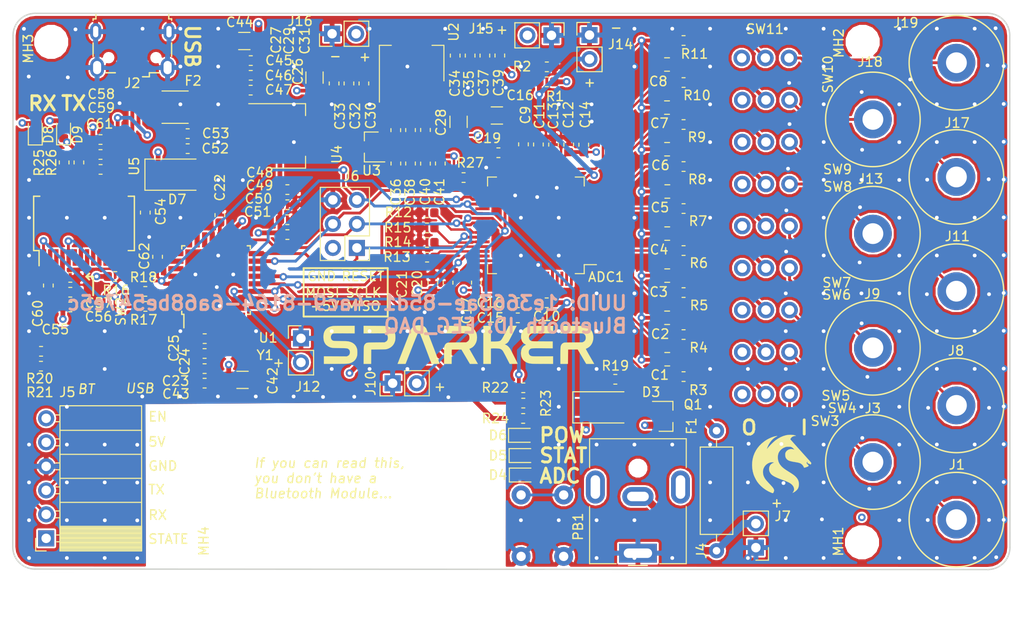
<source format=kicad_pcb>
(kicad_pcb (version 20171130) (host pcbnew "(5.0.0)")
  (layers (0 F.Cu signal) (1 In1.Cu power) (2 In2.Cu jumper) (31 B.Cu signal) (34 B.Paste user) (35 F.Paste user) (36 B.SilkS user) (37 F.SilkS user) (38 B.Mask user) (39 F.Mask user) (44 Edge.Cuts user))
  (net 0 "")
  (net 1 /ADC1299/MID_SUPPLY)
  (net 2 "Net-(ADC1-Pad2)")
  (net 3 "Net-(ADC1-Pad4)")
  (net 4 "Net-(ADC1-Pad6)")
  (net 5 "Net-(ADC1-Pad8)")
  (net 6 "Net-(ADC1-Pad10)")
  (net 7 "Net-(ADC1-Pad12)")
  (net 8 "Net-(ADC1-Pad14)")
  (net 9 "Net-(ADC1-Pad16)")
  (net 10 "Net-(ADC1-Pad17)")
  (net 11 "Net-(ADC1-Pad18)")
  (net 12 /ADC1299/AVDD)
  (net 13 /GND)
  (net 14 "Net-(ADC1-Pad24)")
  (net 15 "Net-(ADC1-Pad26)")
  (net 16 "Net-(ADC1-Pad27)")
  (net 17 "Net-(ADC1-Pad28)")
  (net 18 "Net-(ADC1-Pad29)")
  (net 19 "Net-(ADC1-Pad30)")
  (net 20 /ADC1299/MOSI)
  (net 21 "Net-(ADC1-Pad37)")
  (net 22 /ADC1299/SCLK)
  (net 23 "Net-(ADC1-Pad42)")
  (net 24 /ADC1299/MISO)
  (net 25 "Net-(ADC1-Pad44)")
  (net 26 "Net-(ADC1-Pad45)")
  (net 27 "Net-(ADC1-Pad46)")
  (net 28 /ADC1299/DVDD)
  (net 29 "Net-(ADC1-Pad55)")
  (net 30 "Net-(ADC1-Pad58)")
  (net 31 "Net-(ADC1-Pad61)")
  (net 32 "Net-(ADC1-Pad62)")
  (net 33 "Net-(ADC1-Pad63)")
  (net 34 "Net-(ADC1-Pad64)")
  (net 35 "Net-(C22-Pad1)")
  (net 36 /+5V)
  (net 37 /VIN)
  (net 38 "/Arduino Nano/VUSB")
  (net 39 "/Arduino Nano/+3V3")
  (net 40 "Net-(C60-Pad1)")
  (net 41 /VIN_RAW)
  (net 42 "Net-(D3-Pad2)")
  (net 43 "Net-(D4-Pad2)")
  (net 44 "Net-(D6-Pad2)")
  (net 45 "Net-(D8-Pad1)")
  (net 46 "Net-(D9-Pad1)")
  (net 47 "Net-(F1-Pad1)")
  (net 48 "Net-(F2-Pad2)")
  (net 49 "Net-(J1-Pad1)")
  (net 50 "Net-(J2-Pad2)")
  (net 51 "Net-(J2-Pad3)")
  (net 52 "Net-(J2-Pad4)")
  (net 53 "Net-(J5-Pad6)")
  (net 54 "Net-(R3-Pad2)")
  (net 55 "Net-(R4-Pad2)")
  (net 56 "Net-(R5-Pad2)")
  (net 57 "Net-(R6-Pad2)")
  (net 58 "Net-(R7-Pad2)")
  (net 59 "Net-(R8-Pad2)")
  (net 60 "Net-(R9-Pad2)")
  (net 61 "Net-(R10-Pad2)")
  (net 62 "Net-(R11-Pad2)")
  (net 63 "/Arduino Nano/TX")
  (net 64 "Net-(R17-Pad2)")
  (net 65 "Net-(R18-Pad2)")
  (net 66 "Net-(R20-Pad1)")
  (net 67 "Net-(R23-Pad2)")
  (net 68 "Net-(R25-Pad2)")
  (net 69 "Net-(R26-Pad2)")
  (net 70 "Net-(U1-Pad1)")
  (net 71 "Net-(U1-Pad2)")
  (net 72 "Net-(U1-Pad7)")
  (net 73 "Net-(U1-Pad8)")
  (net 74 "Net-(U1-Pad14)")
  (net 75 "Net-(U1-Pad19)")
  (net 76 "Net-(U1-Pad22)")
  (net 77 "Net-(U1-Pad23)")
  (net 78 "Net-(U1-Pad24)")
  (net 79 "Net-(U1-Pad25)")
  (net 80 "Net-(U1-Pad26)")
  (net 81 "Net-(U1-Pad27)")
  (net 82 "Net-(U1-Pad28)")
  (net 83 "Net-(U5-Pad3)")
  (net 84 "Net-(U5-Pad6)")
  (net 85 "Net-(U5-Pad9)")
  (net 86 "Net-(U5-Pad10)")
  (net 87 "Net-(U5-Pad11)")
  (net 88 "Net-(U5-Pad12)")
  (net 89 "Net-(U5-Pad13)")
  (net 90 "Net-(U5-Pad14)")
  (net 91 "Net-(U5-Pad19)")
  (net 92 "Net-(U5-Pad27)")
  (net 93 "Net-(U5-Pad28)")
  (net 94 "/Arduino Nano/RX")
  (net 95 /HC05_TX)
  (net 96 /HC05_RX)
  (net 97 "Net-(D5-Pad2)")
  (net 98 "Net-(J5-Pad1)")
  (net 99 "Net-(U1-Pad32)")
  (net 100 /~DRDY)
  (net 101 /~PWDN)
  (net 102 /START)
  (net 103 /~CS)
  (net 104 /~RESET)
  (net 105 "Net-(J3-Pad1)")
  (net 106 "Net-(J9-Pad1)")
  (net 107 "Net-(J8-Pad1)")
  (net 108 "Net-(J19-Pad1)")
  (net 109 "Net-(J18-Pad1)")
  (net 110 "Net-(J11-Pad1)")
  (net 111 "Net-(J13-Pad1)")
  (net 112 "Net-(J17-Pad1)")
  (module Switches:SPDT-THT_Slide (layer F.Cu) (at 203.420428 76.161482)
    (fp_text reference SW10 (at 9.059572 -2.721482 90) (layer F.SilkS))
    (fp_text value SW_SPDT)
    (pad 2 thru_hole circle (at 2.5 0 90) (size 1.75 1.75) (drill 1) (layers *.Cu *.Mask) (net 61 "Net-(R10-Pad2)"))
    (pad 3 thru_hole circle (at 5 0 90) (size 1.75 1.75) (drill 1) (layers *.Cu *.Mask) (net 109 "Net-(J18-Pad1)"))
    (pad 1 thru_hole circle (at 0 0 90) (size 1.75 1.75) (drill 1) (layers *.Cu *.Mask) (net 12 /ADC1299/AVDD))
  )
  (module "Sparker:DIN 42802-1" (layer F.Cu) (at 226.06 72.22)
    (fp_text reference J19 (at -5.35 -4.23) (layer F.SilkS))
    (fp_text value Conn_01x01_Male)
    (pad 1 thru_hole circle (at 0 0) (size 4 4) (drill 2.2) (layers *.Cu *.Mask) (net 108 "Net-(J19-Pad1)"))
  )
  (module "Sparker:DIN 42802-1" (layer F.Cu) (at 217.23 78.215)
    (fp_text reference J18 (at -0.29 -6.085) (layer F.SilkS))
    (fp_text value Conn_01x01_Male)
    (pad 1 thru_hole circle (at 0 0) (size 4 4) (drill 2.2) (layers *.Cu *.Mask) (net 109 "Net-(J18-Pad1)"))
  )
  (module "Sparker:DIN 42802-1" (layer F.Cu) (at 226.06 84.305)
    (fp_text reference J17 (at 0.07 -5.715) (layer F.SilkS))
    (fp_text value Conn_01x01_Male)
    (pad 1 thru_hole circle (at 0 0) (size 4 4) (drill 2.2) (layers *.Cu *.Mask) (net 112 "Net-(J17-Pad1)"))
  )
  (module "Sparker:DIN 42802-1" (layer F.Cu) (at 217.23 90.3)
    (fp_text reference J13 (at -0.24 -5.79) (layer F.SilkS))
    (fp_text value Conn_01x01_Male)
    (pad 1 thru_hole circle (at 0 0) (size 4 4) (drill 2.2) (layers *.Cu *.Mask) (net 111 "Net-(J13-Pad1)"))
  )
  (module "Sparker:DIN 42802-1" (layer F.Cu) (at 226.06 96.39)
    (fp_text reference J11 (at 0.1 -5.8) (layer F.SilkS))
    (fp_text value Conn_01x01_Male)
    (pad 1 thru_hole circle (at 0 0) (size 4 4) (drill 2.2) (layers *.Cu *.Mask) (net 110 "Net-(J11-Pad1)"))
  )
  (module "Sparker:DIN 42802-1" (layer F.Cu) (at 217.23 102.385)
    (fp_text reference J9 (at -0.07 -5.705) (layer F.SilkS))
    (fp_text value Conn_01x01_Male)
    (pad 1 thru_hole circle (at 0 0) (size 4 4) (drill 2.2) (layers *.Cu *.Mask) (net 106 "Net-(J9-Pad1)"))
  )
  (module "Sparker:DIN 42802-1" (layer F.Cu) (at 226.06 120.56 180)
    (fp_text reference J1 (at -0.05 5.81 180) (layer F.SilkS))
    (fp_text value Conn_01x01_Male)
    (pad 1 thru_hole circle (at 0 0 180) (size 4 4) (drill 2.2) (layers *.Cu *.Mask) (net 49 "Net-(J1-Pad1)"))
  )
  (module "Sparker:DIN 42802-1" (layer F.Cu) (at 217.23 114.47)
    (fp_text reference J3 (at -0.01 -5.68) (layer F.SilkS))
    (fp_text value Conn_01x01_Male)
    (pad 1 thru_hole circle (at 0 0) (size 4 4) (drill 2.2) (layers *.Cu *.Mask) (net 105 "Net-(J3-Pad1)"))
  )
  (module "Sparker:DIN 42802-1" (layer F.Cu) (at 226.06 108.475)
    (fp_text reference J8 (at -0.04 -5.785) (layer F.SilkS))
    (fp_text value Conn_01x01_Male)
    (pad 1 thru_hole circle (at 0 0) (size 4 4) (drill 2.2) (layers *.Cu *.Mask) (net 107 "Net-(J8-Pad1)"))
  )
  (module Resistor_SMD:R_0603_1608Metric (layer F.Cu) (at 173.96 84.37)
    (fp_text reference R27 (at 0.71 -1.57) (layer F.SilkS))
    (fp_text value 100k)
    (pad 1 smd roundrect (at -0.7875 0) (size 0.875 0.95) (layers F.Cu F.Paste F.Mask) (net 28 /ADC1299/DVDD))
    (pad 2 smd roundrect (at 0.7875 0) (size 0.875 0.95) (layers F.Cu F.Paste F.Mask) (net 103 /~CS))
  )
  (module Capacitor_SMD:C_0603_1608Metric (layer F.Cu) (at 141.61 92.75 90)
    (fp_text reference C62 (at 0.07 -1.4 90) (layer F.SilkS))
    (fp_text value 10uF)
    (pad 1 smd roundrect (at -0.7875 0 90) (size 0.875 0.95) (layers F.Cu F.Paste F.Mask) (net 104 /~RESET))
    (pad 2 smd roundrect (at 0.7875 0 90) (size 0.875 0.95) (layers F.Cu F.Paste F.Mask) (net 13 /GND))
  )
  (module Resonators:HC-05 (layer F.Cu) (at 129.830428 122.541482 180)
    (fp_text reference J5 (at -2.24 15.46) (layer F.SilkS))
    (fp_text value "HC-05 BT Module")
    (fp_text user STATE (at -12.932857 -0.07 180) (layer F.SilkS))
    (fp_text user RX (at -11.79 2.47 180) (layer F.SilkS))
    (fp_text user TX (at -11.670952 5.16 180) (layer F.SilkS))
    (fp_text user GND (at -12.337619 7.66 180) (layer F.SilkS))
    (fp_text user 5V (at -11.718571 10.21 180) (layer F.SilkS))
    (fp_text user EN (at -11.79 12.87 180) (layer F.SilkS))
    (pad 6 thru_hole oval (at 0 12.7 180) (size 1.7 1.7) (drill 1) (layers *.Cu *.Mask) (net 53 "Net-(J5-Pad6)"))
    (pad 5 thru_hole oval (at 0 10.16 180) (size 1.7 1.7) (drill 1) (layers *.Cu *.Mask) (net 36 /+5V))
    (pad 4 thru_hole oval (at 0 7.62 180) (size 1.7 1.7) (drill 1) (layers *.Cu *.Mask) (net 13 /GND))
    (pad 3 thru_hole oval (at 0 5.08 180) (size 1.7 1.7) (drill 1) (layers *.Cu *.Mask) (net 96 /HC05_RX))
    (pad 2 thru_hole oval (at 0 2.54 180) (size 1.7 1.7) (drill 1) (layers *.Cu *.Mask) (net 95 /HC05_TX))
    (pad 1 thru_hole rect (at 0 0 180) (size 1.7 1.7) (drill 1) (layers *.Cu *.Mask) (net 98 "Net-(J5-Pad1)"))
  )
  (module Connector_PinHeader_2.54mm:PinHeader_1x02_P2.54mm_Vertical (layer F.Cu) (at 156.770428 101.381482)
    (fp_text reference J12 (at 0.71 5.12) (layer F.SilkS))
    (fp_text value START_TP)
    (pad 1 thru_hole rect (at 0 0) (size 1.7 1.7) (drill 1) (layers *.Cu *.Mask) (net 13 /GND))
    (pad 2 thru_hole oval (at 0 2.54) (size 1.7 1.7) (drill 1) (layers *.Cu *.Mask) (net 102 /START))
  )
  (module Connector_PinHeader_2.54mm:PinHeader_1x02_P2.54mm_Vertical (layer F.Cu) (at 204.860428 123.521482 180)
    (fp_text reference J7 (at -2.83 3.32 180) (layer F.SilkS))
    (fp_text value VIN_RAW_TP)
    (pad 2 thru_hole oval (at 0 2.54 180) (size 1.7 1.7) (drill 1) (layers *.Cu *.Mask) (net 41 /VIN_RAW))
    (pad 1 thru_hole rect (at 0 0 180) (size 1.7 1.7) (drill 1) (layers *.Cu *.Mask) (net 13 /GND))
  )
  (module Connector_PinHeader_2.54mm:PinHeader_1x02_P2.54mm_Vertical (layer F.Cu) (at 160.060428 69.151482 90)
    (fp_text reference J16 (at 1.34 -3.38 -180) (layer F.SilkS))
    (fp_text value DVDD_TP)
    (pad 1 thru_hole rect (at 0 0 90) (size 1.7 1.7) (drill 1) (layers *.Cu *.Mask) (net 13 /GND))
    (pad 2 thru_hole oval (at 0 2.54 90) (size 1.7 1.7) (drill 1) (layers *.Cu *.Mask) (net 28 /ADC1299/DVDD))
  )
  (module Connector_PinHeader_2.54mm:PinHeader_1x02_P2.54mm_Vertical (layer F.Cu) (at 183.250428 69.321482 270)
    (fp_text reference J15 (at -0.71 7.44) (layer F.SilkS))
    (fp_text value AVDD_TP)
    (pad 2 thru_hole oval (at 0 2.54 270) (size 1.7 1.7) (drill 1) (layers *.Cu *.Mask) (net 12 /ADC1299/AVDD))
    (pad 1 thru_hole rect (at 0 0 270) (size 1.7 1.7) (drill 1) (layers *.Cu *.Mask) (net 13 /GND))
  )
  (module Connector_PinHeader_2.54mm:PinHeader_1x02_P2.54mm_Vertical (layer F.Cu) (at 187.270428 69.291482)
    (fp_text reference J14 (at 3.28 0.98) (layer F.SilkS))
    (fp_text value MID_SUPPLY_TP)
    (pad 1 thru_hole rect (at 0 0) (size 1.7 1.7) (drill 1) (layers *.Cu *.Mask) (net 13 /GND))
    (pad 2 thru_hole oval (at 0 2.54) (size 1.7 1.7) (drill 1) (layers *.Cu *.Mask) (net 1 /ADC1299/MID_SUPPLY))
  )
  (module Connector_PinHeader_2.54mm:PinHeader_1x02_P2.54mm_Vertical (layer F.Cu) (at 166.46 106.13 90)
    (fp_text reference J10 (at 0 -2.33 90) (layer F.SilkS))
    (fp_text value ~CS~_TP)
    (pad 1 thru_hole rect (at 0 0 90) (size 1.7 1.7) (drill 1) (layers *.Cu *.Mask) (net 13 /GND))
    (pad 2 thru_hole oval (at 0 2.54 90) (size 1.7 1.7) (drill 1) (layers *.Cu *.Mask) (net 103 /~CS))
  )
  (module Package_TO_SOT_SMD:SOT-223-6 (layer F.Cu) (at 155.380428 79.961482)
    (fp_text reference U4 (at 5.18 1.95 90) (layer F.SilkS))
    (fp_text value MCP1755T-5002E_SOT223-5)
    (pad 1 smd rect (at -3.1375 -2.54) (size 2.2 0.6) (layers F.Cu F.Paste F.Mask) (net 37 /VIN))
    (pad 5 smd rect (at -3.1375 2.54) (size 2.2 0.6) (layers F.Cu F.Paste F.Mask) (net 13 /GND))
    (pad 3 smd rect (at -3.1375 0) (size 2.2 0.6) (layers F.Cu F.Paste F.Mask) (net 13 /GND))
    (pad 6 smd rect (at 3.1625 0) (size 2.15 3.45) (layers F.Cu F.Paste F.Mask) (net 13 /GND))
    (pad 2 smd rect (at -3.1375 -1.27) (size 2.2 0.6) (layers F.Cu F.Paste F.Mask) (net 37 /VIN))
    (pad 4 smd rect (at -3.1375 1.27) (size 2.2 0.6) (layers F.Cu F.Paste F.Mask) (net 36 /+5V))
  )
  (module Package_TO_SOT_SMD:SOT-223-6 (layer F.Cu) (at 168.470428 72.251482 90)
    (fp_text reference U2 (at 3.28 4.45 90) (layer F.SilkS))
    (fp_text value MCP1755T-5002E_SOT223-5)
    (pad 4 smd rect (at -3.1375 1.27 90) (size 2.2 0.6) (layers F.Cu F.Paste F.Mask) (net 12 /ADC1299/AVDD))
    (pad 2 smd rect (at -3.1375 -1.27 90) (size 2.2 0.6) (layers F.Cu F.Paste F.Mask) (net 37 /VIN))
    (pad 6 smd rect (at 3.1625 0 90) (size 2.15 3.45) (layers F.Cu F.Paste F.Mask) (net 13 /GND))
    (pad 3 smd rect (at -3.1375 0 90) (size 2.2 0.6) (layers F.Cu F.Paste F.Mask) (net 13 /GND))
    (pad 5 smd rect (at -3.1375 2.54 90) (size 2.2 0.6) (layers F.Cu F.Paste F.Mask) (net 13 /GND))
    (pad 1 smd rect (at -3.1375 -2.54 90) (size 2.2 0.6) (layers F.Cu F.Paste F.Mask) (net 37 /VIN))
  )
  (module Switches:SPDT-THT_Slide (layer F.Cu) (at 203.420428 89.496482)
    (fp_text reference SW7 (at 9.989572 5.993518) (layer F.SilkS))
    (fp_text value SW_SPDT)
    (pad 2 thru_hole circle (at 2.5 0 90) (size 1.75 1.75) (drill 1) (layers *.Cu *.Mask) (net 58 "Net-(R7-Pad2)"))
    (pad 3 thru_hole circle (at 5 0 90) (size 1.75 1.75) (drill 1) (layers *.Cu *.Mask) (net 110 "Net-(J11-Pad1)"))
    (pad 1 thru_hole circle (at 0 0 90) (size 1.75 1.75) (drill 1) (layers *.Cu *.Mask) (net 12 /ADC1299/AVDD))
  )
  (module Switches:SPDT-THT_Slide (layer F.Cu) (at 203.420428 107.276482)
    (fp_text reference SW3 (at 8.759572 2.853518) (layer F.SilkS))
    (fp_text value SW_SPDT)
    (pad 2 thru_hole circle (at 2.5 0 90) (size 1.75 1.75) (drill 1) (layers *.Cu *.Mask) (net 54 "Net-(R3-Pad2)"))
    (pad 3 thru_hole circle (at 5 0 90) (size 1.75 1.75) (drill 1) (layers *.Cu *.Mask) (net 49 "Net-(J1-Pad1)"))
    (pad 1 thru_hole circle (at 0 0 90) (size 1.75 1.75) (drill 1) (layers *.Cu *.Mask) (net 12 /ADC1299/AVDD))
  )
  (module Switches:SPDT-THT_Slide (layer F.Cu) (at 203.420428 102.831482)
    (fp_text reference SW4 (at 10.569572 5.928518) (layer F.SilkS))
    (fp_text value SW_SPDT)
    (pad 2 thru_hole circle (at 2.5 0 90) (size 1.75 1.75) (drill 1) (layers *.Cu *.Mask) (net 55 "Net-(R4-Pad2)"))
    (pad 3 thru_hole circle (at 5 0 90) (size 1.75 1.75) (drill 1) (layers *.Cu *.Mask) (net 105 "Net-(J3-Pad1)"))
    (pad 1 thru_hole circle (at 0 0 90) (size 1.75 1.75) (drill 1) (layers *.Cu *.Mask) (net 12 /ADC1299/AVDD))
  )
  (module Switches:SPDT-THT_Slide (layer F.Cu) (at 203.420428 98.386482)
    (fp_text reference SW5 (at 9.899572 9.063518) (layer F.SilkS))
    (fp_text value SW_SPDT)
    (pad 2 thru_hole circle (at 2.5 0 90) (size 1.75 1.75) (drill 1) (layers *.Cu *.Mask) (net 56 "Net-(R5-Pad2)"))
    (pad 3 thru_hole circle (at 5 0 90) (size 1.75 1.75) (drill 1) (layers *.Cu *.Mask) (net 107 "Net-(J8-Pad1)"))
    (pad 1 thru_hole circle (at 0 0 90) (size 1.75 1.75) (drill 1) (layers *.Cu *.Mask) (net 12 /ADC1299/AVDD))
  )
  (module Switches:SPDT-THT_Slide (layer F.Cu) (at 203.420428 93.941482)
    (fp_text reference SW6 (at 9.989572 2.828518) (layer F.SilkS))
    (fp_text value SW_SPDT)
    (pad 2 thru_hole circle (at 2.5 0 90) (size 1.75 1.75) (drill 1) (layers *.Cu *.Mask) (net 57 "Net-(R6-Pad2)"))
    (pad 3 thru_hole circle (at 5 0 90) (size 1.75 1.75) (drill 1) (layers *.Cu *.Mask) (net 106 "Net-(J9-Pad1)"))
    (pad 1 thru_hole circle (at 0 0 90) (size 1.75 1.75) (drill 1) (layers *.Cu *.Mask) (net 12 /ADC1299/AVDD))
  )
  (module Switches:SPDT-THT_Slide (layer F.Cu) (at 203.420428 85.051482)
    (fp_text reference SW8 (at 10.099572 0.288518) (layer F.SilkS))
    (fp_text value SW_SPDT)
    (pad 2 thru_hole circle (at 2.5 0 90) (size 1.75 1.75) (drill 1) (layers *.Cu *.Mask) (net 59 "Net-(R8-Pad2)"))
    (pad 3 thru_hole circle (at 5 0 90) (size 1.75 1.75) (drill 1) (layers *.Cu *.Mask) (net 111 "Net-(J13-Pad1)"))
    (pad 1 thru_hole circle (at 0 0 90) (size 1.75 1.75) (drill 1) (layers *.Cu *.Mask) (net 12 /ADC1299/AVDD))
  )
  (module Switches:SPDT-THT_Slide (layer F.Cu) (at 203.420428 80.606482)
    (fp_text reference SW9 (at 10.069572 2.893518) (layer F.SilkS))
    (fp_text value SW_SPDT)
    (pad 2 thru_hole circle (at 2.5 0 90) (size 1.75 1.75) (drill 1) (layers *.Cu *.Mask) (net 60 "Net-(R9-Pad2)"))
    (pad 3 thru_hole circle (at 5 0 90) (size 1.75 1.75) (drill 1) (layers *.Cu *.Mask) (net 112 "Net-(J17-Pad1)"))
    (pad 1 thru_hole circle (at 0 0 90) (size 1.75 1.75) (drill 1) (layers *.Cu *.Mask) (net 12 /ADC1299/AVDD))
  )
  (module Switches:SPDT-THT_Slide (layer F.Cu) (at 203.364548 71.716482)
    (fp_text reference SW11 (at 2.46588 -3.055) (layer F.SilkS))
    (fp_text value SW_SPDT)
    (pad 2 thru_hole circle (at 2.5 0 90) (size 1.75 1.75) (drill 1) (layers *.Cu *.Mask) (net 62 "Net-(R11-Pad2)"))
    (pad 3 thru_hole circle (at 5 0 90) (size 1.75 1.75) (drill 1) (layers *.Cu *.Mask) (net 108 "Net-(J19-Pad1)"))
    (pad 1 thru_hole circle (at 0 0 90) (size 1.75 1.75) (drill 1) (layers *.Cu *.Mask) (net 12 /ADC1299/AVDD))
  )
  (module MountingHole:MountingHole_3.2mm_M3 (layer F.Cu) (at 148.91 122.961482 180)
    (fp_text reference MH4 (at 2.41 0.131482 270) (layer F.SilkS))
    (fp_text value MountingHole)
    (pad "" np_thru_hole circle (at 0 0 180) (size 3.2 3.2) (drill 3.2) (layers *.Cu *.Mask))
  )
  (module MountingHole:MountingHole_3.2mm_M3 (layer F.Cu) (at 130.360428 70.011482 180)
    (fp_text reference MH3 (at 2.420428 -0.718518 270) (layer F.SilkS))
    (fp_text value MountingHole)
    (pad 1 np_thru_hole circle (at 0 0 180) (size 3.2 3.2) (drill 3.2) (layers *.Cu *.Mask))
  )
  (module MountingHole:MountingHole_3.2mm_M3 (layer F.Cu) (at 216.15 70.011482 180)
    (fp_text reference MH2 (at 2.52 -0.138518 270) (layer F.SilkS))
    (fp_text value MountingHole)
    (pad 1 np_thru_hole circle (at 0 0 180) (size 3.2 3.2) (drill 3.2) (layers *.Cu *.Mask))
  )
  (module MountingHole:MountingHole_3.2mm_M3 (layer F.Cu) (at 216.08 122.961482 180)
    (fp_text reference MH1 (at 2.5 0.091482 270) (layer F.SilkS))
    (fp_text value MountingHole)
    (pad 1 np_thru_hole circle (at 0 0 180) (size 3.2 3.2) (drill 3.2) (layers *.Cu *.Mask))
  )
  (module Sparker:NASA (layer F.Cu) (at 173.42 102.12)
    (fp_text reference LOGO2 hide)
    (fp_text value SparkerLogo hide)
  )
  (module Sparker:UoN (layer F.Cu) (at 207.55 114.73)
    (fp_text reference LOGO1 hide)
    (fp_text value UoNLogo hide)
  )
  (module Switches:1825910-6 (layer F.Cu) (at 184.54 117.95 270)
    (fp_text reference PB1 (at 3.36 -1.53 270) (layer F.SilkS))
    (fp_text value TE-1825910-6)
    (pad 3 thru_hole circle (at 0 0 270) (size 2 2) (drill 0.99) (layers *.Cu *.Mask) (net 104 /~RESET))
    (pad 4 thru_hole circle (at 0 4.5 270) (size 2 2) (drill 0.99) (layers *.Cu *.Mask) (net 104 /~RESET))
    (pad 2 thru_hole circle (at 6.5 4.5 270) (size 2 2) (drill 0.99) (layers *.Cu *.Mask) (net 13 /GND))
    (pad 1 thru_hole circle (at 6.5 0 270) (size 2 2) (drill 0.99) (layers *.Cu *.Mask) (net 13 /GND))
  )
  (module Switches:DIP-Switch_01x02 (layer F.Cu) (at 141.158101 104.335075 180)
    (fp_text reference SW2 (at 3.437673 5.803593 270) (layer F.SilkS))
    (fp_text value SW_DIP_x02)
    (pad 3 smd rect (at 8.57 2.54 270) (size 1.13 2.44) (layers F.Cu F.Paste F.Mask) (net 66 "Net-(R20-Pad1)"))
    (pad 2 smd rect (at 0 2.54 270) (size 1.13 2.44) (layers F.Cu F.Paste F.Mask) (net 63 "/Arduino Nano/TX"))
    (pad 4 smd rect (at 8.61 0 270) (size 1.13 2.44) (layers F.Cu F.Paste F.Mask) (net 96 /HC05_RX))
    (pad 1 smd rect (at 0 0.1 270) (size 1.13 2.44) (layers F.Cu F.Paste F.Mask) (net 94 "/Arduino Nano/RX"))
  )
  (module LED_SMD:LED_0603_1608Metric (layer F.Cu) (at 180.197928 111.641482)
    (fp_text reference D6 (at -2.6075 0) (layer F.SilkS))
    (fp_text value LTST-C194TBKT)
    (pad 1 smd roundrect (at -0.7875 0) (size 0.875 0.95) (layers F.Cu F.Paste F.Mask) (net 13 /GND))
    (pad 2 smd roundrect (at 0.7875 0) (size 0.875 0.95) (layers F.Cu F.Paste F.Mask) (net 44 "Net-(D6-Pad2)"))
  )
  (module Package_QFP:TQFP-64_10x10mm_P0.5mm (layer F.Cu) (at 181.602928 89.423482 180)
    (fp_text reference ADC1 (at -7.4275 -5.468 180) (layer F.SilkS))
    (fp_text value ADS1299-8)
    (pad 1 smd rect (at -5.65 -3.75 180) (size 1.5 0.3) (layers F.Cu F.Paste F.Mask) (net 1 /ADC1299/MID_SUPPLY))
    (pad 2 smd rect (at -5.65 -3.25 180) (size 1.5 0.3) (layers F.Cu F.Paste F.Mask) (net 2 "Net-(ADC1-Pad2)"))
    (pad 3 smd rect (at -5.65 -2.75 180) (size 1.5 0.3) (layers F.Cu F.Paste F.Mask) (net 1 /ADC1299/MID_SUPPLY))
    (pad 4 smd rect (at -5.65 -2.25 180) (size 1.5 0.3) (layers F.Cu F.Paste F.Mask) (net 3 "Net-(ADC1-Pad4)"))
    (pad 5 smd rect (at -5.65 -1.75 180) (size 1.5 0.3) (layers F.Cu F.Paste F.Mask) (net 1 /ADC1299/MID_SUPPLY))
    (pad 6 smd rect (at -5.65 -1.25 180) (size 1.5 0.3) (layers F.Cu F.Paste F.Mask) (net 4 "Net-(ADC1-Pad6)"))
    (pad 7 smd rect (at -5.65 -0.75 180) (size 1.5 0.3) (layers F.Cu F.Paste F.Mask) (net 1 /ADC1299/MID_SUPPLY))
    (pad 8 smd rect (at -5.65 -0.25 180) (size 1.5 0.3) (layers F.Cu F.Paste F.Mask) (net 5 "Net-(ADC1-Pad8)"))
    (pad 9 smd rect (at -5.65 0.25 180) (size 1.5 0.3) (layers F.Cu F.Paste F.Mask) (net 1 /ADC1299/MID_SUPPLY))
    (pad 10 smd rect (at -5.65 0.75 180) (size 1.5 0.3) (layers F.Cu F.Paste F.Mask) (net 6 "Net-(ADC1-Pad10)"))
    (pad 11 smd rect (at -5.65 1.25 180) (size 1.5 0.3) (layers F.Cu F.Paste F.Mask) (net 1 /ADC1299/MID_SUPPLY))
    (pad 12 smd rect (at -5.65 1.75 180) (size 1.5 0.3) (layers F.Cu F.Paste F.Mask) (net 7 "Net-(ADC1-Pad12)"))
    (pad 13 smd rect (at -5.65 2.25 180) (size 1.5 0.3) (layers F.Cu F.Paste F.Mask) (net 1 /ADC1299/MID_SUPPLY))
    (pad 14 smd rect (at -5.65 2.75 180) (size 1.5 0.3) (layers F.Cu F.Paste F.Mask) (net 8 "Net-(ADC1-Pad14)"))
    (pad 15 smd rect (at -5.65 3.25 180) (size 1.5 0.3) (layers F.Cu F.Paste F.Mask) (net 1 /ADC1299/MID_SUPPLY))
    (pad 16 smd rect (at -5.65 3.75 180) (size 1.5 0.3) (layers F.Cu F.Paste F.Mask) (net 9 "Net-(ADC1-Pad16)"))
    (pad 17 smd rect (at -3.75 5.65 180) (size 0.3 1.5) (layers F.Cu F.Paste F.Mask) (net 10 "Net-(ADC1-Pad17)"))
    (pad 18 smd rect (at -3.25 5.65 180) (size 0.3 1.5) (layers F.Cu F.Paste F.Mask) (net 11 "Net-(ADC1-Pad18)"))
    (pad 19 smd rect (at -2.75 5.65 180) (size 0.3 1.5) (layers F.Cu F.Paste F.Mask) (net 12 /ADC1299/AVDD))
    (pad 20 smd rect (at -2.25 5.65 180) (size 0.3 1.5) (layers F.Cu F.Paste F.Mask) (net 13 /GND))
    (pad 21 smd rect (at -1.75 5.65 180) (size 0.3 1.5) (layers F.Cu F.Paste F.Mask) (net 12 /ADC1299/AVDD))
    (pad 22 smd rect (at -1.25 5.65 180) (size 0.3 1.5) (layers F.Cu F.Paste F.Mask) (net 12 /ADC1299/AVDD))
    (pad 23 smd rect (at -0.75 5.65 180) (size 0.3 1.5) (layers F.Cu F.Paste F.Mask) (net 13 /GND))
    (pad 24 smd rect (at -0.25 5.65 180) (size 0.3 1.5) (layers F.Cu F.Paste F.Mask) (net 14 "Net-(ADC1-Pad24)"))
    (pad 25 smd rect (at 0.25 5.65 180) (size 0.3 1.5) (layers F.Cu F.Paste F.Mask) (net 13 /GND))
    (pad 26 smd rect (at 0.75 5.65 180) (size 0.3 1.5) (layers F.Cu F.Paste F.Mask) (net 15 "Net-(ADC1-Pad26)"))
    (pad 27 smd rect (at 1.25 5.65 180) (size 0.3 1.5) (layers F.Cu F.Paste F.Mask) (net 16 "Net-(ADC1-Pad27)"))
    (pad 28 smd rect (at 1.75 5.65 180) (size 0.3 1.5) (layers F.Cu F.Paste F.Mask) (net 17 "Net-(ADC1-Pad28)"))
    (pad 29 smd rect (at 2.25 5.65 180) (size 0.3 1.5) (layers F.Cu F.Paste F.Mask) (net 18 "Net-(ADC1-Pad29)"))
    (pad 30 smd rect (at 2.75 5.65 180) (size 0.3 1.5) (layers F.Cu F.Paste F.Mask) (net 19 "Net-(ADC1-Pad30)"))
    (pad 31 smd rect (at 3.25 5.65 180) (size 0.3 1.5) (layers F.Cu F.Paste F.Mask) (net 13 /GND))
    (pad 32 smd rect (at 3.75 5.65 180) (size 0.3 1.5) (layers F.Cu F.Paste F.Mask) (net 13 /GND))
    (pad 33 smd rect (at 5.65 3.75 180) (size 1.5 0.3) (layers F.Cu F.Paste F.Mask) (net 13 /GND))
    (pad 34 smd rect (at 5.65 3.25 180) (size 1.5 0.3) (layers F.Cu F.Paste F.Mask) (net 20 /ADC1299/MOSI))
    (pad 35 smd rect (at 5.65 2.75 180) (size 1.5 0.3) (layers F.Cu F.Paste F.Mask) (net 101 /~PWDN))
    (pad 36 smd rect (at 5.65 2.25 180) (size 1.5 0.3) (layers F.Cu F.Paste F.Mask) (net 104 /~RESET))
    (pad 37 smd rect (at 5.65 1.75 180) (size 1.5 0.3) (layers F.Cu F.Paste F.Mask) (net 21 "Net-(ADC1-Pad37)"))
    (pad 38 smd rect (at 5.65 1.25 180) (size 1.5 0.3) (layers F.Cu F.Paste F.Mask) (net 102 /START))
    (pad 39 smd rect (at 5.65 0.75 180) (size 1.5 0.3) (layers F.Cu F.Paste F.Mask) (net 103 /~CS))
    (pad 40 smd rect (at 5.65 0.25 180) (size 1.5 0.3) (layers F.Cu F.Paste F.Mask) (net 22 /ADC1299/SCLK))
    (pad 41 smd rect (at 5.65 -0.25 180) (size 1.5 0.3) (layers F.Cu F.Paste F.Mask) (net 13 /GND))
    (pad 42 smd rect (at 5.65 -0.75 180) (size 1.5 0.3) (layers F.Cu F.Paste F.Mask) (net 23 "Net-(ADC1-Pad42)"))
    (pad 43 smd rect (at 5.65 -1.25 180) (size 1.5 0.3) (layers F.Cu F.Paste F.Mask) (net 24 /ADC1299/MISO))
    (pad 44 smd rect (at 5.65 -1.75 180) (size 1.5 0.3) (layers F.Cu F.Paste F.Mask) (net 25 "Net-(ADC1-Pad44)"))
    (pad 45 smd rect (at 5.65 -2.25 180) (size 1.5 0.3) (layers F.Cu F.Paste F.Mask) (net 26 "Net-(ADC1-Pad45)"))
    (pad 46 smd rect (at 5.65 -2.75 180) (size 1.5 0.3) (layers F.Cu F.Paste F.Mask) (net 27 "Net-(ADC1-Pad46)"))
    (pad 47 smd rect (at 5.65 -3.25 180) (size 1.5 0.3) (layers F.Cu F.Paste F.Mask) (net 100 /~DRDY))
    (pad 48 smd rect (at 5.65 -3.75 180) (size 1.5 0.3) (layers F.Cu F.Paste F.Mask) (net 28 /ADC1299/DVDD))
    (pad 49 smd rect (at 3.75 -5.65 180) (size 0.3 1.5) (layers F.Cu F.Paste F.Mask) (net 13 /GND))
    (pad 50 smd rect (at 3.25 -5.65 180) (size 0.3 1.5) (layers F.Cu F.Paste F.Mask) (net 28 /ADC1299/DVDD))
    (pad 51 smd rect (at 2.75 -5.65 180) (size 0.3 1.5) (layers F.Cu F.Paste F.Mask) (net 13 /GND))
    (pad 52 smd rect (at 2.25 -5.65 180) (size 0.3 1.5) (layers F.Cu F.Paste F.Mask) (net 28 /ADC1299/DVDD))
    (pad 53 smd rect (at 1.75 -5.65 180) (size 0.3 1.5) (layers F.Cu F.Paste F.Mask) (net 13 /GND))
    (pad 54 smd rect (at 1.25 -5.65 180) (size 0.3 1.5) (layers F.Cu F.Paste F.Mask) (net 12 /ADC1299/AVDD))
    (pad 55 smd rect (at 0.75 -5.65 180) (size 0.3 1.5) (layers F.Cu F.Paste F.Mask) (net 29 "Net-(ADC1-Pad55)"))
    (pad 56 smd rect (at 0.25 -5.65 180) (size 0.3 1.5) (layers F.Cu F.Paste F.Mask) (net 12 /ADC1299/AVDD))
    (pad 57 smd rect (at -0.25 -5.65 180) (size 0.3 1.5) (layers F.Cu F.Paste F.Mask) (net 13 /GND))
    (pad 58 smd rect (at -0.75 -5.65 180) (size 0.3 1.5) (layers F.Cu F.Paste F.Mask) (net 30 "Net-(ADC1-Pad58)"))
    (pad 59 smd rect (at -1.25 -5.65 180) (size 0.3 1.5) (layers F.Cu F.Paste F.Mask) (net 12 /ADC1299/AVDD))
    (pad 60 smd rect (at -1.75 -5.65 180) (size 0.3 1.5) (layers F.Cu F.Paste F.Mask) (net 13 /GND))
    (pad 61 smd rect (at -2.25 -5.65 180) (size 0.3 1.5) (layers F.Cu F.Paste F.Mask) (net 31 "Net-(ADC1-Pad61)"))
    (pad 62 smd rect (at -2.75 -5.65 180) (size 0.3 1.5) (layers F.Cu F.Paste F.Mask) (net 32 "Net-(ADC1-Pad62)"))
    (pad 63 smd rect (at -3.25 -5.65 180) (size 0.3 1.5) (layers F.Cu F.Paste F.Mask) (net 33 "Net-(ADC1-Pad63)"))
    (pad 64 smd rect (at -3.75 -5.65 180) (size 0.3 1.5) (layers F.Cu F.Paste F.Mask) (net 34 "Net-(ADC1-Pad64)"))
  )
  (module Capacitor_SMD:C_0805_2012Metric (layer F.Cu) (at 195.490768 103.587522 180)
    (fp_text reference C1 (at 0.79756 -1.66116 180) (layer F.SilkS))
    (fp_text value 24nF)
    (pad 2 smd roundrect (at 0.9375 0 180) (size 0.975 1.4) (layers F.Cu F.Paste F.Mask) (net 10 "Net-(ADC1-Pad17)"))
    (pad 1 smd roundrect (at -0.9375 0 180) (size 0.975 1.4) (layers F.Cu F.Paste F.Mask) (net 2 "Net-(ADC1-Pad2)"))
  )
  (module Capacitor_SMD:C_0805_2012Metric (layer F.Cu) (at 195.477828 99.206022 180)
    (fp_text reference C2 (at 0.74144 -1.71958 180) (layer F.SilkS))
    (fp_text value 24nF)
    (pad 2 smd roundrect (at 0.9375 0 180) (size 0.975 1.4) (layers F.Cu F.Paste F.Mask) (net 10 "Net-(ADC1-Pad17)"))
    (pad 1 smd roundrect (at -0.9375 0 180) (size 0.975 1.4) (layers F.Cu F.Paste F.Mask) (net 3 "Net-(ADC1-Pad4)"))
  )
  (module Capacitor_SMD:C_0805_2012Metric (layer F.Cu) (at 195.488228 94.740702 180)
    (fp_text reference C3 (at 0.90678 -1.72974 180) (layer F.SilkS))
    (fp_text value 24nF)
    (pad 1 smd roundrect (at -0.9375 0 180) (size 0.975 1.4) (layers F.Cu F.Paste F.Mask) (net 4 "Net-(ADC1-Pad6)"))
    (pad 2 smd roundrect (at 0.9375 0 180) (size 0.975 1.4) (layers F.Cu F.Paste F.Mask) (net 10 "Net-(ADC1-Pad17)"))
  )
  (module Capacitor_SMD:C_0805_2012Metric (layer F.Cu) (at 195.488228 90.295702 180)
    (fp_text reference C4 (at 0.86106 -1.7018 180) (layer F.SilkS))
    (fp_text value 24nF)
    (pad 1 smd roundrect (at -0.9375 0 180) (size 0.975 1.4) (layers F.Cu F.Paste F.Mask) (net 5 "Net-(ADC1-Pad8)"))
    (pad 2 smd roundrect (at 0.9375 0 180) (size 0.975 1.4) (layers F.Cu F.Paste F.Mask) (net 10 "Net-(ADC1-Pad17)"))
  )
  (module Capacitor_SMD:C_0805_2012Metric (layer F.Cu) (at 195.498388 85.843082 180)
    (fp_text reference C5 (at 0.78486 -1.69164 180) (layer F.SilkS))
    (fp_text value 24nF)
    (pad 2 smd roundrect (at 0.9375 0 180) (size 0.975 1.4) (layers F.Cu F.Paste F.Mask) (net 10 "Net-(ADC1-Pad17)"))
    (pad 1 smd roundrect (at -0.9375 0 180) (size 0.975 1.4) (layers F.Cu F.Paste F.Mask) (net 6 "Net-(ADC1-Pad10)"))
  )
  (module Capacitor_SMD:C_0805_2012Metric (layer F.Cu) (at 195.475768 81.370142 180)
    (fp_text reference C6 (at 0.70636 -1.69926 180) (layer F.SilkS))
    (fp_text value 24nF)
    (pad 1 smd roundrect (at -0.9375 0 180) (size 0.975 1.4) (layers F.Cu F.Paste F.Mask) (net 7 "Net-(ADC1-Pad12)"))
    (pad 2 smd roundrect (at 0.9375 0 180) (size 0.975 1.4) (layers F.Cu F.Paste F.Mask) (net 10 "Net-(ADC1-Pad17)"))
  )
  (module Capacitor_SMD:C_0805_2012Metric (layer F.Cu) (at 195.465368 76.965782 180)
    (fp_text reference C7 (at 0.81026 -1.65 180) (layer F.SilkS))
    (fp_text value 24nF)
    (pad 1 smd roundrect (at -0.9375 0 180) (size 0.975 1.4) (layers F.Cu F.Paste F.Mask) (net 8 "Net-(ADC1-Pad14)"))
    (pad 2 smd roundrect (at 0.9375 0 180) (size 0.975 1.4) (layers F.Cu F.Paste F.Mask) (net 10 "Net-(ADC1-Pad17)"))
  )
  (module Capacitor_SMD:C_0805_2012Metric (layer F.Cu) (at 195.468148 72.406482 180)
    (fp_text reference C8 (at 0.92772 -1.785 180) (layer F.SilkS))
    (fp_text value 24nF)
    (pad 2 smd roundrect (at 0.9375 0 180) (size 0.975 1.4) (layers F.Cu F.Paste F.Mask) (net 10 "Net-(ADC1-Pad17)"))
    (pad 1 smd roundrect (at -0.9375 0 180) (size 0.975 1.4) (layers F.Cu F.Paste F.Mask) (net 9 "Net-(ADC1-Pad16)"))
  )
  (module Capacitor_SMD:C_0603_1608Metric (layer F.Cu) (at 180.290428 80.851482 90)
    (fp_text reference C9 (at 3.1 0.21 90) (layer F.SilkS))
    (fp_text value 1uF)
    (pad 2 smd roundrect (at 0.7875 0 90) (size 0.875 0.95) (layers F.Cu F.Paste F.Mask) (net 13 /GND))
    (pad 1 smd roundrect (at -0.7875 0 90) (size 0.875 0.95) (layers F.Cu F.Paste F.Mask) (net 15 "Net-(ADC1-Pad26)"))
  )
  (module Capacitor_SMD:C_0603_1608Metric (layer F.Cu) (at 182.745928 97.614982 180)
    (fp_text reference C10 (at 0 -1.43 180) (layer F.SilkS))
    (fp_text value 1uF)
    (pad 1 smd roundrect (at -0.7875 0 180) (size 0.875 0.95) (layers F.Cu F.Paste F.Mask) (net 12 /ADC1299/AVDD))
    (pad 2 smd roundrect (at 0.7875 0 180) (size 0.875 0.95) (layers F.Cu F.Paste F.Mask) (net 30 "Net-(ADC1-Pad58)"))
  )
  (module Capacitor_SMD:C_0603_1608Metric (layer F.Cu) (at 181.870428 80.871482 90)
    (fp_text reference C11 (at 3.08 0.11 90) (layer F.SilkS))
    (fp_text value 0.1uF)
    (pad 1 smd roundrect (at -0.7875 0 90) (size 0.875 0.95) (layers F.Cu F.Paste F.Mask) (net 14 "Net-(ADC1-Pad24)"))
    (pad 2 smd roundrect (at 0.7875 0 90) (size 0.875 0.95) (layers F.Cu F.Paste F.Mask) (net 13 /GND))
  )
  (module Capacitor_SMD:C_0603_1608Metric (layer F.Cu) (at 185.070428 80.883982 270)
    (fp_text reference C12 (at -3.1525 0.03 270) (layer F.SilkS))
    (fp_text value 0.1uF)
    (pad 2 smd roundrect (at 0.7875 0 270) (size 0.875 0.95) (layers F.Cu F.Paste F.Mask) (net 12 /ADC1299/AVDD))
    (pad 1 smd roundrect (at -0.7875 0 270) (size 0.875 0.95) (layers F.Cu F.Paste F.Mask) (net 13 /GND))
  )
  (module Capacitor_SMD:C_0603_1608Metric (layer F.Cu) (at 183.470428 80.881482 90)
    (fp_text reference C13 (at 3.051482 -0.020428 90) (layer F.SilkS))
    (fp_text value 1uF)
    (pad 2 smd roundrect (at 0.7875 0 90) (size 0.875 0.95) (layers F.Cu F.Paste F.Mask) (net 13 /GND))
    (pad 1 smd roundrect (at -0.7875 0 90) (size 0.875 0.95) (layers F.Cu F.Paste F.Mask) (net 14 "Net-(ADC1-Pad24)"))
  )
  (module Capacitor_SMD:C_0603_1608Metric (layer F.Cu) (at 186.660428 80.893982 270)
    (fp_text reference C14 (at -3.1725 -0.16 270) (layer F.SilkS))
    (fp_text value 1uF)
    (pad 2 smd roundrect (at 0.7875 0 270) (size 0.875 0.95) (layers F.Cu F.Paste F.Mask) (net 12 /ADC1299/AVDD))
    (pad 1 smd roundrect (at -0.7875 0 270) (size 0.875 0.95) (layers F.Cu F.Paste F.Mask) (net 13 /GND))
  )
  (module Capacitor_SMD:C_0603_1608Metric (layer F.Cu) (at 179.690428 99.211482)
    (fp_text reference C15 (at -2.9 0) (layer F.SilkS))
    (fp_text value 0.1uF)
    (pad 1 smd roundrect (at -0.7875 0) (size 0.875 0.95) (layers F.Cu F.Paste F.Mask) (net 13 /GND))
    (pad 2 smd roundrect (at 0.7875 0) (size 0.875 0.95) (layers F.Cu F.Paste F.Mask) (net 29 "Net-(ADC1-Pad55)"))
  )
  (module Capacitor_SMD:C_1206_3216Metric (layer F.Cu) (at 177.480428 77.801482 180)
    (fp_text reference C16 (at -2.46 2.14) (layer F.SilkS))
    (fp_text value 100uF)
    (pad 2 smd roundrect (at 1.4 0 180) (size 1.25 1.75) (layers F.Cu F.Paste F.Mask) (roundrect_rratio 0.2) (net 13 /GND))
    (pad 1 smd roundrect (at -1.4 0 180) (size 1.25 1.75) (layers F.Cu F.Paste F.Mask) (roundrect_rratio 0.2) (net 17 "Net-(ADC1-Pad28)"))
  )
  (module Capacitor_SMD:C_0603_1608Metric (layer F.Cu) (at 175.310428 95.481482 270)
    (fp_text reference C17 (at 2.97 1.03 270) (layer F.SilkS))
    (fp_text value 1uF)
    (pad 2 smd roundrect (at 0.7875 0 270) (size 0.875 0.95) (layers F.Cu F.Paste F.Mask) (net 12 /ADC1299/AVDD))
    (pad 1 smd roundrect (at -0.7875 0 270) (size 0.875 0.95) (layers F.Cu F.Paste F.Mask) (net 13 /GND))
  )
  (module Capacitor_SMD:C_0603_1608Metric (layer F.Cu) (at 179.690428 97.611482)
    (fp_text reference C18 (at -2.9125 0) (layer F.SilkS))
    (fp_text value 1uF)
    (pad 1 smd roundrect (at -0.7875 0) (size 0.875 0.95) (layers F.Cu F.Paste F.Mask) (net 13 /GND))
    (pad 2 smd roundrect (at 0.7875 0) (size 0.875 0.95) (layers F.Cu F.Paste F.Mask) (net 29 "Net-(ADC1-Pad55)"))
  )
  (module Capacitor_SMD:C_0603_1608Metric (layer F.Cu) (at 177.640428 81.741482 180)
    (fp_text reference C19 (at 1.16 1.54 180) (layer F.SilkS))
    (fp_text value 1uF)
    (pad 2 smd roundrect (at 0.7875 0 180) (size 0.875 0.95) (layers F.Cu F.Paste F.Mask) (net 13 /GND))
    (pad 1 smd roundrect (at -0.7875 0 180) (size 0.875 0.95) (layers F.Cu F.Paste F.Mask) (net 19 "Net-(ADC1-Pad30)"))
  )
  (module Capacitor_SMD:C_0603_1608Metric (layer F.Cu) (at 172.320428 95.491482 90)
    (fp_text reference C20 (at -0.1375 -3.26 90) (layer F.SilkS))
    (fp_text value 0.1uF)
    (pad 2 smd roundrect (at 0.7875 0 90) (size 0.875 0.95) (layers F.Cu F.Paste F.Mask) (net 13 /GND))
    (pad 1 smd roundrect (at -0.7875 0 90) (size 0.875 0.95) (layers F.Cu F.Paste F.Mask) (net 28 /ADC1299/DVDD))
  )
  (module Capacitor_SMD:C_0603_1608Metric (layer F.Cu) (at 170.710428 95.488982 90)
    (fp_text reference C21 (at -0.19 -3.26 90) (layer F.SilkS))
    (fp_text value 1uF)
    (pad 2 smd roundrect (at 0.7875 0 90) (size 0.875 0.95) (layers F.Cu F.Paste F.Mask) (net 13 /GND))
    (pad 1 smd roundrect (at -0.7875 0 90) (size 0.875 0.95) (layers F.Cu F.Paste F.Mask) (net 28 /ADC1299/DVDD))
  )
  (module Capacitor_SMD:C_0603_1608Metric (layer F.Cu) (at 148.190428 88.338982 90)
    (fp_text reference C22 (at 2.9075 0.01 90) (layer F.SilkS))
    (fp_text value 100nF)
    (pad 1 smd roundrect (at -0.7875 0 90) (size 0.875 0.95) (layers F.Cu F.Paste F.Mask) (net 35 "Net-(C22-Pad1)"))
    (pad 2 smd roundrect (at 0.7875 0 90) (size 0.875 0.95) (layers F.Cu F.Paste F.Mask) (net 13 /GND))
  )
  (module Capacitor_SMD:C_0603_1608Metric (layer F.Cu) (at 146.580428 104.581482 180)
    (fp_text reference C23 (at 3.070428 -1.308518 180) (layer F.SilkS))
    (fp_text value 1uF)
    (pad 2 smd roundrect (at 0.7875 0 180) (size 0.875 0.95) (layers F.Cu F.Paste F.Mask) (net 13 /GND))
    (pad 1 smd roundrect (at -0.7875 0 180) (size 0.875 0.95) (layers F.Cu F.Paste F.Mask) (net 36 /+5V))
  )
  (module Capacitor_SMD:C_0603_1608Metric (layer F.Cu) (at 146.580428 102.981482 180)
    (fp_text reference C24 (at 2.100428 -0.868518 270) (layer F.SilkS))
    (fp_text value 4.7uF)
    (pad 1 smd roundrect (at -0.7875 0 180) (size 0.875 0.95) (layers F.Cu F.Paste F.Mask) (net 36 /+5V))
    (pad 2 smd roundrect (at 0.7875 0 180) (size 0.875 0.95) (layers F.Cu F.Paste F.Mask) (net 13 /GND))
  )
  (module Capacitor_SMD:C_0603_1608Metric (layer F.Cu) (at 146.590428 101.411482 180)
    (fp_text reference C25 (at 3.250428 -1.008518 270) (layer F.SilkS))
    (fp_text value 1uF)
    (pad 2 smd roundrect (at 0.7875 0 180) (size 0.875 0.95) (layers F.Cu F.Paste F.Mask) (net 13 /GND))
    (pad 1 smd roundrect (at -0.7875 0 180) (size 0.875 0.95) (layers F.Cu F.Paste F.Mask) (net 36 /+5V))
  )
  (module Capacitor_SMD:C_1206_3216Metric (layer F.Cu) (at 158.200428 73.791482 90)
    (fp_text reference C26 (at 0.641482 -1.760428 -90) (layer F.SilkS))
    (fp_text value 100uF)
    (pad 1 smd roundrect (at -1.4 0 90) (size 1.25 1.75) (layers F.Cu F.Paste F.Mask) (roundrect_rratio 0.2) (net 37 /VIN))
    (pad 2 smd roundrect (at 1.4 0 90) (size 1.25 1.75) (layers F.Cu F.Paste F.Mask) (roundrect_rratio 0.2) (net 13 /GND))
  )
  (module Capacitor_SMD:C_0603_1608Metric (layer F.Cu) (at 160.270428 74.411482 90)
    (fp_text reference C27 (at 4.59 -6.13 90) (layer F.SilkS))
    (fp_text value 10uF)
    (pad 2 smd roundrect (at 0.7875 0 90) (size 0.875 0.95) (layers F.Cu F.Paste F.Mask) (net 13 /GND))
    (pad 1 smd roundrect (at -0.7875 0 90) (size 0.875 0.95) (layers F.Cu F.Paste F.Mask) (net 37 /VIN))
  )
  (module Capacitor_SMD:C_1206_3216Metric (layer F.Cu) (at 173.430428 78.471482 90)
    (fp_text reference C28 (at -0.06 -1.86 -90) (layer F.SilkS))
    (fp_text value 100uF)
    (pad 1 smd roundrect (at -1.4 0 90) (size 1.25 1.75) (layers F.Cu F.Paste F.Mask) (roundrect_rratio 0.2) (net 12 /ADC1299/AVDD))
    (pad 2 smd roundrect (at 1.4 0 90) (size 1.25 1.75) (layers F.Cu F.Paste F.Mask) (roundrect_rratio 0.2) (net 13 /GND))
  )
  (module Capacitor_SMD:C_0603_1608Metric (layer F.Cu) (at 161.840428 74.411482 90)
    (fp_text reference C29 (at 4.51 -6.34 90) (layer F.SilkS))
    (fp_text value 100nF)
    (pad 1 smd roundrect (at -0.7875 0 90) (size 0.875 0.95) (layers F.Cu F.Paste F.Mask) (net 37 /VIN))
    (pad 2 smd roundrect (at 0.7875 0 90) (size 0.875 0.95) (layers F.Cu F.Paste F.Mask) (net 13 /GND))
  )
  (module Capacitor_SMD:C_0603_1608Metric (layer F.Cu) (at 169.930428 79.331482 90)
    (fp_text reference C30 (at 1.53 -5.79 90) (layer F.SilkS))
    (fp_text value 10uF)
    (pad 1 smd roundrect (at -0.7875 0 90) (size 0.875 0.95) (layers F.Cu F.Paste F.Mask) (net 12 /ADC1299/AVDD))
    (pad 2 smd roundrect (at 0.7875 0 90) (size 0.875 0.95) (layers F.Cu F.Paste F.Mask) (net 13 /GND))
  )
  (module Capacitor_SMD:C_0603_1608Metric (layer F.Cu) (at 163.420428 74.411482 90)
    (fp_text reference C31 (at 4.51 -6.25 90) (layer F.SilkS))
    (fp_text value 10nF)
    (pad 2 smd roundrect (at 0.7875 0 90) (size 0.875 0.95) (layers F.Cu F.Paste F.Mask) (net 13 /GND))
    (pad 1 smd roundrect (at -0.7875 0 90) (size 0.875 0.95) (layers F.Cu F.Paste F.Mask) (net 37 /VIN))
  )
  (module Capacitor_SMD:C_0603_1608Metric (layer F.Cu) (at 168.350428 79.341482 90)
    (fp_text reference C32 (at 1.49 -5.85 90) (layer F.SilkS))
    (fp_text value 100nF)
    (pad 2 smd roundrect (at 0.7875 0 90) (size 0.875 0.95) (layers F.Cu F.Paste F.Mask) (net 13 /GND))
    (pad 1 smd roundrect (at -0.7875 0 90) (size 0.875 0.95) (layers F.Cu F.Paste F.Mask) (net 12 /ADC1299/AVDD))
  )
  (module Capacitor_SMD:C_0603_1608Metric (layer F.Cu) (at 166.790428 79.351482 90)
    (fp_text reference C33 (at 1.46 -5.9 90) (layer F.SilkS))
    (fp_text value 10nF)
    (pad 1 smd roundrect (at -0.7875 0 90) (size 0.875 0.95) (layers F.Cu F.Paste F.Mask) (net 12 /ADC1299/AVDD))
    (pad 2 smd roundrect (at 0.7875 0 90) (size 0.875 0.95) (layers F.Cu F.Paste F.Mask) (net 13 /GND))
  )
  (module Capacitor_SMD:C_0603_1608Metric (layer F.Cu) (at 173.070428 71.461482 90)
    (fp_text reference C34 (at -2.94 -0.02 90) (layer F.SilkS))
    (fp_text value 1nF)
    (pad 1 smd roundrect (at -0.7875 0 90) (size 0.875 0.95) (layers F.Cu F.Paste F.Mask) (net 12 /ADC1299/AVDD))
    (pad 2 smd roundrect (at 0.7875 0 90) (size 0.875 0.95) (layers F.Cu F.Paste F.Mask) (net 13 /GND))
  )
  (module Capacitor_SMD:C_0603_1608Metric (layer F.Cu) (at 174.650428 71.461482 90)
    (fp_text reference C35 (at -3.01 -0.13 90) (layer F.SilkS))
    (fp_text value 10nF)
    (pad 1 smd roundrect (at -0.7875 0 90) (size 0.875 0.95) (layers F.Cu F.Paste F.Mask) (net 12 /ADC1299/AVDD))
    (pad 2 smd roundrect (at 0.7875 0 90) (size 0.875 0.95) (layers F.Cu F.Paste F.Mask) (net 13 /GND))
  )
  (module Capacitor_SMD:C_0603_1608Metric (layer F.Cu) (at 166.800428 82.881482 270)
    (fp_text reference C36 (at 3.03 -0.01 270) (layer F.SilkS))
    (fp_text value 1nF)
    (pad 1 smd roundrect (at -0.7875 0 270) (size 0.875 0.95) (layers F.Cu F.Paste F.Mask) (net 28 /ADC1299/DVDD))
    (pad 2 smd roundrect (at 0.7875 0 270) (size 0.875 0.95) (layers F.Cu F.Paste F.Mask) (net 13 /GND))
  )
  (module Capacitor_SMD:C_0603_1608Metric (layer F.Cu) (at 176.210428 71.461482 90)
    (fp_text reference C37 (at -2.9 -0.13 90) (layer F.SilkS))
    (fp_text value 100nF)
    (pad 2 smd roundrect (at 0.7875 0 90) (size 0.875 0.95) (layers F.Cu F.Paste F.Mask) (net 13 /GND))
    (pad 1 smd roundrect (at -0.7875 0 90) (size 0.875 0.95) (layers F.Cu F.Paste F.Mask) (net 12 /ADC1299/AVDD))
  )
  (module Capacitor_SMD:C_0603_1608Metric (layer F.Cu) (at 168.350428 82.881482 270)
    (fp_text reference C38 (at 3.05 0.06 270) (layer F.SilkS))
    (fp_text value 10nF)
    (pad 2 smd roundrect (at 0.7875 0 270) (size 0.875 0.95) (layers F.Cu F.Paste F.Mask) (net 13 /GND))
    (pad 1 smd roundrect (at -0.7875 0 270) (size 0.875 0.95) (layers F.Cu F.Paste F.Mask) (net 28 /ADC1299/DVDD))
  )
  (module Capacitor_SMD:C_0603_1608Metric (layer F.Cu) (at 177.790428 71.453982 90)
    (fp_text reference C39 (at -2.8875 -0.12 90) (layer F.SilkS))
    (fp_text value 10uF)
    (pad 1 smd roundrect (at -0.7875 0 90) (size 0.875 0.95) (layers F.Cu F.Paste F.Mask) (net 12 /ADC1299/AVDD))
    (pad 2 smd roundrect (at 0.7875 0 90) (size 0.875 0.95) (layers F.Cu F.Paste F.Mask) (net 13 /GND))
  )
  (module Capacitor_SMD:C_0603_1608Metric (layer F.Cu) (at 169.930428 82.891482 270)
    (fp_text reference C40 (at 2.97 0.02 270) (layer F.SilkS))
    (fp_text value 100nF)
    (pad 1 smd roundrect (at -0.7875 0 270) (size 0.875 0.95) (layers F.Cu F.Paste F.Mask) (net 28 /ADC1299/DVDD))
    (pad 2 smd roundrect (at 0.7875 0 270) (size 0.875 0.95) (layers F.Cu F.Paste F.Mask) (net 13 /GND))
  )
  (module Capacitor_SMD:C_0603_1608Metric (layer F.Cu) (at 171.500428 82.881482 270)
    (fp_text reference C41 (at 3 0.09 270) (layer F.SilkS))
    (fp_text value 10uF)
    (pad 1 smd roundrect (at -0.7875 0 270) (size 0.875 0.95) (layers F.Cu F.Paste F.Mask) (net 28 /ADC1299/DVDD))
    (pad 2 smd roundrect (at 0.7875 0 270) (size 0.875 0.95) (layers F.Cu F.Paste F.Mask) (net 13 /GND))
  )
  (module Capacitor_SMD:C_1206_3216Metric (layer F.Cu) (at 150.590428 105.771482)
    (fp_text reference C42 (at 3.19 0.1 90) (layer F.SilkS))
    (fp_text value 100uF)
    (pad 1 smd roundrect (at -1.4 0) (size 1.25 1.75) (layers F.Cu F.Paste F.Mask) (roundrect_rratio 0.2) (net 36 /+5V))
    (pad 2 smd roundrect (at 1.4 0) (size 1.25 1.75) (layers F.Cu F.Paste F.Mask) (roundrect_rratio 0.2) (net 13 /GND))
  )
  (module Capacitor_SMD:C_0603_1608Metric (layer F.Cu) (at 146.580428 106.121482 180)
    (fp_text reference C43 (at 3.030428 -1.138518 180) (layer F.SilkS))
    (fp_text value 10uF)
    (pad 2 smd roundrect (at 0.7875 0 180) (size 0.875 0.95) (layers F.Cu F.Paste F.Mask) (net 13 /GND))
    (pad 1 smd roundrect (at -0.7875 0 180) (size 0.875 0.95) (layers F.Cu F.Paste F.Mask) (net 36 /+5V))
  )
  (module Capacitor_SMD:C_1206_3216Metric (layer F.Cu) (at 150.780428 69.921482 180)
    (fp_text reference C44 (at 0.49 1.99) (layer F.SilkS))
    (fp_text value 100uF)
    (pad 2 smd roundrect (at 1.4 0 180) (size 1.25 1.75) (layers F.Cu F.Paste F.Mask) (roundrect_rratio 0.2) (net 13 /GND))
    (pad 1 smd roundrect (at -1.4 0 180) (size 1.25 1.75) (layers F.Cu F.Paste F.Mask) (roundrect_rratio 0.2) (net 37 /VIN))
  )
  (module Capacitor_SMD:C_0603_1608Metric (layer F.Cu) (at 151.460428 71.991482 180)
    (fp_text reference C45 (at -2.98 0.01 180) (layer F.SilkS))
    (fp_text value 10uF)
    (pad 1 smd roundrect (at -0.7875 0 180) (size 0.875 0.95) (layers F.Cu F.Paste F.Mask) (net 37 /VIN))
    (pad 2 smd roundrect (at 0.7875 0 180) (size 0.875 0.95) (layers F.Cu F.Paste F.Mask) (net 13 /GND))
  )
  (module Capacitor_SMD:C_0603_1608Metric (layer F.Cu) (at 151.457928 73.551482 180)
    (fp_text reference C46 (at -2.9425 -0.02 180) (layer F.SilkS))
    (fp_text value 100nF)
    (pad 2 smd roundrect (at 0.7875 0 180) (size 0.875 0.95) (layers F.Cu F.Paste F.Mask) (net 13 /GND))
    (pad 1 smd roundrect (at -0.7875 0 180) (size 0.875 0.95) (layers F.Cu F.Paste F.Mask) (net 37 /VIN))
  )
  (module Capacitor_SMD:C_0603_1608Metric (layer F.Cu) (at 151.450428 75.121482 180)
    (fp_text reference C47 (at -2.97 0.03 180) (layer F.SilkS))
    (fp_text value 10nF)
    (pad 1 smd roundrect (at -0.7875 0 180) (size 0.875 0.95) (layers F.Cu F.Paste F.Mask) (net 37 /VIN))
    (pad 2 smd roundrect (at 0.7875 0 180) (size 0.875 0.95) (layers F.Cu F.Paste F.Mask) (net 13 /GND))
  )
  (module Capacitor_SMD:C_0603_1608Metric (layer F.Cu) (at 155.330428 85.641482)
    (fp_text reference C48 (at -2.91 -1.8) (layer F.SilkS))
    (fp_text value 1nF)
    (pad 1 smd roundrect (at -0.7875 0) (size 0.875 0.95) (layers F.Cu F.Paste F.Mask) (net 36 /+5V))
    (pad 2 smd roundrect (at 0.7875 0) (size 0.875 0.95) (layers F.Cu F.Paste F.Mask) (net 13 /GND))
  )
  (module Capacitor_SMD:C_0603_1608Metric (layer F.Cu) (at 155.330428 87.241482)
    (fp_text reference C49 (at -2.94 -2.04) (layer F.SilkS))
    (fp_text value 10nF)
    (pad 2 smd roundrect (at 0.7875 0) (size 0.875 0.95) (layers F.Cu F.Paste F.Mask) (net 13 /GND))
    (pad 1 smd roundrect (at -0.7875 0) (size 0.875 0.95) (layers F.Cu F.Paste F.Mask) (net 36 /+5V))
  )
  (module Capacitor_SMD:C_0603_1608Metric (layer F.Cu) (at 155.330428 88.831482)
    (fp_text reference C50 (at -3.05 -2.22) (layer F.SilkS))
    (fp_text value 100nF)
    (pad 2 smd roundrect (at 0.7875 0) (size 0.875 0.95) (layers F.Cu F.Paste F.Mask) (net 13 /GND))
    (pad 1 smd roundrect (at -0.7875 0) (size 0.875 0.95) (layers F.Cu F.Paste F.Mask) (net 36 /+5V))
  )
  (module Capacitor_SMD:C_0603_1608Metric (layer F.Cu) (at 155.330428 90.401482)
    (fp_text reference C51 (at -3.13 -2.4) (layer F.SilkS))
    (fp_text value 10uF)
    (pad 2 smd roundrect (at 0.7875 0) (size 0.875 0.95) (layers F.Cu F.Paste F.Mask) (net 13 /GND))
    (pad 1 smd roundrect (at -0.7875 0) (size 0.875 0.95) (layers F.Cu F.Paste F.Mask) (net 36 /+5V))
  )
  (module Capacitor_SMD:C_0603_1608Metric (layer F.Cu) (at 144.791843 81.310245 180)
    (fp_text reference C52 (at -2.92 0.01 180) (layer F.SilkS))
    (fp_text value 4.7uF)
    (pad 1 smd roundrect (at -0.7875 0 180) (size 0.875 0.95) (layers F.Cu F.Paste F.Mask) (net 38 "/Arduino Nano/VUSB"))
    (pad 2 smd roundrect (at 0.7875 0 180) (size 0.875 0.95) (layers F.Cu F.Paste F.Mask) (net 13 /GND))
  )
  (module Capacitor_SMD:C_0603_1608Metric (layer F.Cu) (at 144.791843 79.720245 180)
    (fp_text reference C53 (at -2.97 0.03 180) (layer F.SilkS))
    (fp_text value 100nF)
    (pad 1 smd roundrect (at -0.7875 0 180) (size 0.875 0.95) (layers F.Cu F.Paste F.Mask) (net 38 "/Arduino Nano/VUSB"))
    (pad 2 smd roundrect (at 0.7875 0 180) (size 0.875 0.95) (layers F.Cu F.Paste F.Mask) (net 13 /GND))
  )
  (module Capacitor_SMD:C_0603_1608Metric (layer F.Cu) (at 140.311843 88.070245 90)
    (fp_text reference C54 (at 0.090245 1.628157 90) (layer F.SilkS))
    (fp_text value 100nF)
    (pad 2 smd roundrect (at 0.7875 0 90) (size 0.875 0.95) (layers F.Cu F.Paste F.Mask) (net 13 /GND))
    (pad 1 smd roundrect (at -0.7875 0 90) (size 0.875 0.95) (layers F.Cu F.Paste F.Mask) (net 39 "/Arduino Nano/+3V3"))
  )
  (module Capacitor_SMD:C_0603_1608Metric (layer F.Cu) (at 132.381843 98.060245)
    (fp_text reference C55 (at -1.581843 2.379755) (layer F.SilkS))
    (fp_text value 10uF)
    (pad 1 smd roundrect (at -0.7875 0) (size 0.875 0.95) (layers F.Cu F.Paste F.Mask) (net 36 /+5V))
    (pad 2 smd roundrect (at 0.7875 0) (size 0.875 0.95) (layers F.Cu F.Paste F.Mask) (net 13 /GND))
  )
  (module Capacitor_SMD:C_0603_1608Metric (layer F.Cu) (at 132.381843 96.500245)
    (fp_text reference C56 (at 2.988585 2.591237) (layer F.SilkS))
    (fp_text value 100nF)
    (pad 2 smd roundrect (at 0.7875 0) (size 0.875 0.95) (layers F.Cu F.Paste F.Mask) (net 13 /GND))
    (pad 1 smd roundrect (at -0.7875 0) (size 0.875 0.95) (layers F.Cu F.Paste F.Mask) (net 36 /+5V))
  )
  (module Capacitor_SMD:C_0603_1608Metric (layer F.Cu) (at 132.381843 94.930245)
    (fp_text reference C57 (at 3.008585 2.701237) (layer F.SilkS))
    (fp_text value 10nF)
    (pad 1 smd roundrect (at -0.7875 0) (size 0.875 0.95) (layers F.Cu F.Paste F.Mask) (net 36 /+5V))
    (pad 2 smd roundrect (at 0.7875 0) (size 0.875 0.95) (layers F.Cu F.Paste F.Mask) (net 13 /GND))
  )
  (module Capacitor_SMD:C_0603_1608Metric (layer F.Cu) (at 135.57406 80.345179)
    (fp_text reference C58 (at 0.08 -4.81) (layer F.SilkS))
    (fp_text value 10nF)
    (pad 2 smd roundrect (at 0.7875 0) (size 0.875 0.95) (layers F.Cu F.Paste F.Mask) (net 13 /GND))
    (pad 1 smd roundrect (at -0.7875 0) (size 0.875 0.95) (layers F.Cu F.Paste F.Mask) (net 36 /+5V))
  )
  (module Capacitor_SMD:C_0603_1608Metric (layer F.Cu) (at 135.57406 81.925179)
    (fp_text reference C59 (at 0.08 -4.93) (layer F.SilkS))
    (fp_text value 100nF)
    (pad 1 smd roundrect (at -0.7875 0) (size 0.875 0.95) (layers F.Cu F.Paste F.Mask) (net 36 /+5V))
    (pad 2 smd roundrect (at 0.7875 0) (size 0.875 0.95) (layers F.Cu F.Paste F.Mask) (net 13 /GND))
  )
  (module Capacitor_SMD:C_0603_1608Metric (layer F.Cu) (at 130.061843 95.790245 270)
    (fp_text reference C60 (at 2.961237 1.121415 270) (layer F.SilkS))
    (fp_text value 100nF)
    (pad 1 smd roundrect (at -0.7875 0 270) (size 0.875 0.95) (layers F.Cu F.Paste F.Mask) (net 40 "Net-(C60-Pad1)"))
    (pad 2 smd roundrect (at 0.7875 0 270) (size 0.875 0.95) (layers F.Cu F.Paste F.Mask) (net 104 /~RESET))
  )
  (module Capacitor_SMD:C_0603_1608Metric (layer F.Cu) (at 135.58406 83.505179)
    (fp_text reference C61 (at -0.1 -4.83) (layer F.SilkS))
    (fp_text value 10uF)
    (pad 2 smd roundrect (at 0.7875 0) (size 0.875 0.95) (layers F.Cu F.Paste F.Mask) (net 13 /GND))
    (pad 1 smd roundrect (at -0.7875 0) (size 0.875 0.95) (layers F.Cu F.Paste F.Mask) (net 36 /+5V))
  )
  (module Diode_SMD:D_SMA (layer F.Cu) (at 188.910428 108.681482)
    (fp_text reference D3 (at 4.87 -1.61 -180) (layer F.SilkS))
    (fp_text value 7.5V)
    (pad 1 smd rect (at -2 0) (size 2.5 1.8) (layers F.Cu F.Paste F.Mask) (net 37 /VIN))
    (pad 2 smd rect (at 2 0) (size 2.5 1.8) (layers F.Cu F.Paste F.Mask) (net 42 "Net-(D3-Pad2)"))
  )
  (module LED_SMD:LED_0603_1608Metric (layer F.Cu) (at 180.280428 115.841482)
    (fp_text reference D4 (at -2.69 0) (layer F.SilkS))
    (fp_text value LTST-C194TBKT)
    (pad 2 smd roundrect (at 0.7875 0) (size 0.875 0.95) (layers F.Cu F.Paste F.Mask) (net 43 "Net-(D4-Pad2)"))
    (pad 1 smd roundrect (at -0.7875 0) (size 0.875 0.95) (layers F.Cu F.Paste F.Mask) (net 13 /GND))
  )
  (module LED_SMD:LED_0603_1608Metric (layer F.Cu) (at 180.260428 113.781482)
    (fp_text reference D5 (at -2.67 0.01) (layer F.SilkS))
    (fp_text value LTST-C191KGKT)
    (pad 1 smd roundrect (at -0.7875 0) (size 0.875 0.95) (layers F.Cu F.Paste F.Mask) (net 13 /GND))
    (pad 2 smd roundrect (at 0.7875 0) (size 0.875 0.95) (layers F.Cu F.Paste F.Mask) (net 97 "Net-(D5-Pad2)"))
  )
  (module Diode_SMD:D_SMA (layer F.Cu) (at 143.671843 84.060245)
    (fp_text reference D7 (at 0 2.62) (layer F.SilkS))
    (fp_text value B130-13-F)
    (pad 1 smd rect (at -2 0) (size 2.5 1.8) (layers F.Cu F.Paste F.Mask) (net 36 /+5V))
    (pad 2 smd rect (at 2 0) (size 2.5 1.8) (layers F.Cu F.Paste F.Mask) (net 38 "/Arduino Nano/VUSB"))
  )
  (module LED_SMD:LED_0603_1608Metric (layer F.Cu) (at 128.680428 79.431482 90)
    (fp_text reference D8 (at -0.38 1.38 90) (layer F.SilkS))
    (fp_text value LTST-C191KRKT)
    (pad 2 smd roundrect (at 0.7875 0 90) (size 0.875 0.95) (layers F.Cu F.Paste F.Mask) (net 36 /+5V))
    (pad 1 smd roundrect (at -0.7875 0 90) (size 0.875 0.95) (layers F.Cu F.Paste F.Mask) (net 45 "Net-(D8-Pad1)"))
  )
  (module LED_SMD:LED_0603_1608Metric (layer F.Cu) (at 131.671843 79.410245 90)
    (fp_text reference D9 (at -0.421237 1.468585 90) (layer F.SilkS))
    (fp_text value LTST-C191KGKT)
    (pad 1 smd roundrect (at -0.7875 0 90) (size 0.875 0.95) (layers F.Cu F.Paste F.Mask) (net 46 "Net-(D9-Pad1)"))
    (pad 2 smd roundrect (at 0.7875 0 90) (size 0.875 0.95) (layers F.Cu F.Paste F.Mask) (net 36 /+5V))
  )
  (module Resistor_THT:R_Axial_DIN0309_L9.0mm_D3.2mm_P12.70mm_Horizontal (layer F.Cu) (at 200.700428 111.151482 270)
    (fp_text reference F1 (at -0.5 2.64 270) (layer F.SilkS))
    (fp_text value 025101.5MAT1L)
    (pad 1 thru_hole circle (at 0 0 270) (size 1.6 1.6) (drill 0.8) (layers *.Cu *.Mask) (net 47 "Net-(F1-Pad1)"))
    (pad 2 thru_hole oval (at 12.7 0 270) (size 1.6 1.6) (drill 0.8) (layers *.Cu *.Mask) (net 41 /VIN_RAW))
  )
  (module Fuse:Fuse_1812_4532Metric (layer F.Cu) (at 143.461843 76.920245 180)
    (fp_text reference F2 (at -1.9 2.79 180) (layer F.SilkS))
    (fp_text value MF-MSMF050-2)
    (pad 1 smd roundrect (at -2.1375 0 180) (size 1.125 3.4) (layers F.Cu F.Paste F.Mask) (roundrect_rratio 0.222222) (net 38 "/Arduino Nano/VUSB"))
    (pad 2 smd roundrect (at 2.1375 0 180) (size 1.125 3.4) (layers F.Cu F.Paste F.Mask) (roundrect_rratio 0.222222) (net 48 "Net-(F2-Pad2)"))
  )
  (module Connector_USB:USB_Micro-B_Wuerth_629105150521 (layer F.Cu) (at 138.941843 70.880245 180)
    (fp_text reference J2 (at 0 -3.5 180) (layer F.SilkS))
    (fp_text value USB_B_Mini)
    (pad 1 smd rect (at -1.3 -1.9 180) (size 0.45 1.3) (layers F.Cu F.Paste F.Mask) (net 48 "Net-(F2-Pad2)"))
    (pad 2 smd rect (at -0.65 -1.9 180) (size 0.45 1.3) (layers F.Cu F.Paste F.Mask) (net 50 "Net-(J2-Pad2)"))
    (pad 3 smd rect (at 0 -1.9 180) (size 0.45 1.3) (layers F.Cu F.Paste F.Mask) (net 51 "Net-(J2-Pad3)"))
    (pad 4 smd rect (at 0.65 -1.9 180) (size 0.45 1.3) (layers F.Cu F.Paste F.Mask) (net 52 "Net-(J2-Pad4)"))
    (pad 5 smd rect (at 1.3 -1.9 180) (size 0.45 1.3) (layers F.Cu F.Paste F.Mask) (net 13 /GND))
    (pad 6 thru_hole oval (at -3.725 -1.85 180) (size 1.45 2) (drill oval 0.85 1.4) (layers *.Cu *.Mask) (net 13 /GND))
    (pad 6 thru_hole oval (at 3.725 -1.85 180) (size 1.45 2) (drill oval 0.85 1.4) (layers *.Cu *.Mask) (net 13 /GND))
    (pad 6 thru_hole oval (at -3.875 1.95 180) (size 1.15 1.8) (drill oval 0.55 1.2) (layers *.Cu *.Mask) (net 13 /GND))
    (pad 6 thru_hole oval (at 3.875 1.95 180) (size 1.15 1.8) (drill oval 0.55 1.2) (layers *.Cu *.Mask) (net 13 /GND))
    (pad "" np_thru_hole oval (at -2.5 -0.8 180) (size 0.8 0.8) (drill 0.8) (layers *.Cu *.Mask))
    (pad "" np_thru_hole oval (at 2.5 -0.8 180) (size 0.8 0.8) (drill 0.8) (layers *.Cu *.Mask))
  )
  (module Connector_BarrelJack:BarrelJack_CUI_PJ-063AH_Horizontal (layer F.Cu) (at 192.390428 124.111482 180)
    (fp_text reference J4 (at -6.729572 0.261482 270) (layer F.SilkS))
    (fp_text value "DC Barrel Jack")
    (pad 1 thru_hole rect (at 0 0 180) (size 4 2) (drill oval 3 1) (layers *.Cu *.Mask) (net 13 /GND))
    (pad 2 thru_hole oval (at 0 6 180) (size 3.3 2) (drill oval 2.3 1) (layers *.Cu *.Mask) (net 41 /VIN_RAW))
    (pad MP thru_hole oval (at -4.5 7 180) (size 2 3.5) (drill oval 1 2.5) (layers *.Cu *.Mask))
    (pad MP thru_hole oval (at 4.5 7 180) (size 2 3.5) (drill oval 1 2.5) (layers *.Cu *.Mask))
    (pad "" np_thru_hole circle (at 0 9 180) (size 1.6 1.6) (drill 1.6) (layers *.Cu *.Mask))
  )
  (module Connector_PinHeader_2.54mm:PinHeader_2x03_P2.54mm_Vertical (layer F.Cu) (at 162.680428 91.811482 180)
    (fp_text reference J6 (at 0.57 7.6 180) (layer F.SilkS))
    (fp_text value "ICSP Header")
    (pad 1 thru_hole rect (at 0 0 180) (size 1.7 1.7) (drill 1) (layers *.Cu *.Mask) (net 24 /ADC1299/MISO))
    (pad 2 thru_hole oval (at 2.54 0 180) (size 1.7 1.7) (drill 1) (layers *.Cu *.Mask) (net 36 /+5V))
    (pad 3 thru_hole oval (at 0 2.54 180) (size 1.7 1.7) (drill 1) (layers *.Cu *.Mask) (net 22 /ADC1299/SCLK))
    (pad 4 thru_hole oval (at 2.54 2.54 180) (size 1.7 1.7) (drill 1) (layers *.Cu *.Mask) (net 20 /ADC1299/MOSI))
    (pad 5 thru_hole oval (at 0 5.08 180) (size 1.7 1.7) (drill 1) (layers *.Cu *.Mask) (net 104 /~RESET))
    (pad 6 thru_hole oval (at 2.54 5.08 180) (size 1.7 1.7) (drill 1) (layers *.Cu *.Mask) (net 13 /GND))
  )
  (module Package_TO_SOT_SMD:SOT-23 (layer F.Cu) (at 195.330428 109.631482)
    (fp_text reference Q1 (at 2.889572 -1.251482) (layer F.SilkS))
    (fp_text value DMP2100U)
    (pad 3 smd rect (at 1 0) (size 0.9 0.8) (layers F.Cu F.Paste F.Mask) (net 47 "Net-(F1-Pad1)"))
    (pad 2 smd rect (at -1 0.95) (size 0.9 0.8) (layers F.Cu F.Paste F.Mask) (net 37 /VIN))
    (pad 1 smd rect (at -1 -0.95) (size 0.9 0.8) (layers F.Cu F.Paste F.Mask) (net 42 "Net-(D3-Pad2)"))
  )
  (module Resistor_SMD:R_0603_1608Metric (layer F.Cu) (at 182.757187 74.238641 180)
    (fp_text reference R1 (at -0.873241 -1.532841 180) (layer F.SilkS))
    (fp_text value 10k)
    (pad 1 smd roundrect (at -0.7875 0 180) (size 0.875 0.95) (layers F.Cu F.Paste F.Mask) (net 12 /ADC1299/AVDD))
    (pad 2 smd roundrect (at 0.7875 0 180) (size 0.875 0.95) (layers F.Cu F.Paste F.Mask) (net 1 /ADC1299/MID_SUPPLY))
  )
  (module Resistor_SMD:R_0603_1608Metric (layer F.Cu) (at 182.760428 72.651482)
    (fp_text reference R2 (at -2.62 -0.03) (layer F.SilkS))
    (fp_text value 10k)
    (pad 2 smd roundrect (at 0.7875 0) (size 0.875 0.95) (layers F.Cu F.Paste F.Mask) (net 13 /GND))
    (pad 1 smd roundrect (at -0.7875 0) (size 0.875 0.95) (layers F.Cu F.Paste F.Mask) (net 1 /ADC1299/MID_SUPPLY))
  )
  (module Resistor_SMD:R_0603_1608Metric (layer F.Cu) (at 197.215428 105.426482)
    (fp_text reference R3 (at 1.5621 1.42748) (layer F.SilkS))
    (fp_text value 220k)
    (pad 1 smd roundrect (at -0.7875 0) (size 0.875 0.95) (layers F.Cu F.Paste F.Mask) (net 2 "Net-(ADC1-Pad2)"))
    (pad 2 smd roundrect (at 0.7875 0) (size 0.875 0.95) (layers F.Cu F.Paste F.Mask) (net 54 "Net-(R3-Pad2)"))
  )
  (module Resistor_SMD:R_0603_1608Metric (layer F.Cu) (at 197.215428 100.981482)
    (fp_text reference R4 (at 1.59512 1.3843) (layer F.SilkS))
    (fp_text value 220k)
    (pad 2 smd roundrect (at 0.7875 0) (size 0.875 0.95) (layers F.Cu F.Paste F.Mask) (net 55 "Net-(R4-Pad2)"))
    (pad 1 smd roundrect (at -0.7875 0) (size 0.875 0.95) (layers F.Cu F.Paste F.Mask) (net 3 "Net-(ADC1-Pad4)"))
  )
  (module Resistor_SMD:R_0603_1608Metric (layer F.Cu) (at 197.215428 96.536482)
    (fp_text reference R5 (at 1.6383 1.3589) (layer F.SilkS))
    (fp_text value 220k)
    (pad 2 smd roundrect (at 0.7875 0) (size 0.875 0.95) (layers F.Cu F.Paste F.Mask) (net 56 "Net-(R5-Pad2)"))
    (pad 1 smd roundrect (at -0.7875 0) (size 0.875 0.95) (layers F.Cu F.Paste F.Mask) (net 4 "Net-(ADC1-Pad6)"))
  )
  (module Resistor_SMD:R_0603_1608Metric (layer F.Cu) (at 197.215428 92.091482)
    (fp_text reference R6 (at 1.60782 1.3208) (layer F.SilkS))
    (fp_text value 220k)
    (pad 2 smd roundrect (at 0.7875 0) (size 0.875 0.95) (layers F.Cu F.Paste F.Mask) (net 57 "Net-(R6-Pad2)"))
    (pad 1 smd roundrect (at -0.7875 0) (size 0.875 0.95) (layers F.Cu F.Paste F.Mask) (net 5 "Net-(ADC1-Pad8)"))
  )
  (module Resistor_SMD:R_0603_1608Metric (layer F.Cu) (at 197.215428 87.646482)
    (fp_text reference R7 (at 1.52908 1.32842) (layer F.SilkS))
    (fp_text value 220k)
    (pad 1 smd roundrect (at -0.7875 0) (size 0.875 0.95) (layers F.Cu F.Paste F.Mask) (net 6 "Net-(ADC1-Pad10)"))
    (pad 2 smd roundrect (at 0.7875 0) (size 0.875 0.95) (layers F.Cu F.Paste F.Mask) (net 58 "Net-(R7-Pad2)"))
  )
  (module Resistor_SMD:R_0603_1608Metric (layer F.Cu) (at 197.215428 83.201482)
    (fp_text reference R8 (at 1.45288 1.36398) (layer F.SilkS))
    (fp_text value 220k)
    (pad 1 smd roundrect (at -0.7875 0) (size 0.875 0.95) (layers F.Cu F.Paste F.Mask) (net 7 "Net-(ADC1-Pad12)"))
    (pad 2 smd roundrect (at 0.7875 0) (size 0.875 0.95) (layers F.Cu F.Paste F.Mask) (net 59 "Net-(R8-Pad2)"))
  )
  (module Resistor_SMD:R_0603_1608Metric (layer F.Cu) (at 197.215428 78.756482)
    (fp_text reference R9 (at 1.40716 1.34112) (layer F.SilkS))
    (fp_text value 220k)
    (pad 2 smd roundrect (at 0.7875 0) (size 0.875 0.95) (layers F.Cu F.Paste F.Mask) (net 60 "Net-(R9-Pad2)"))
    (pad 1 smd roundrect (at -0.7875 0) (size 0.875 0.95) (layers F.Cu F.Paste F.Mask) (net 8 "Net-(ADC1-Pad14)"))
  )
  (module Resistor_SMD:R_0603_1608Metric (layer F.Cu) (at 197.215428 74.311482)
    (fp_text reference R10 (at 1.41986 1.3589) (layer F.SilkS))
    (fp_text value 220k)
    (pad 1 smd roundrect (at -0.7875 0) (size 0.875 0.95) (layers F.Cu F.Paste F.Mask) (net 9 "Net-(ADC1-Pad16)"))
    (pad 2 smd roundrect (at 0.7875 0) (size 0.875 0.95) (layers F.Cu F.Paste F.Mask) (net 61 "Net-(R10-Pad2)"))
  )
  (module Resistor_SMD:R_0603_1608Metric (layer F.Cu) (at 197.215428 69.866482)
    (fp_text reference R11 (at 1.155 1.415) (layer F.SilkS))
    (fp_text value 220k)
    (pad 1 smd roundrect (at -0.7875 0) (size 0.875 0.95) (layers F.Cu F.Paste F.Mask) (net 10 "Net-(ADC1-Pad17)"))
    (pad 2 smd roundrect (at 0.7875 0) (size 0.875 0.95) (layers F.Cu F.Paste F.Mask) (net 62 "Net-(R11-Pad2)"))
  )
  (module Resistor_SMD:R_0603_1608Metric (layer F.Cu) (at 170.080428 88.091482 180)
    (fp_text reference R12 (at 3.01 0.05 180) (layer F.SilkS))
    (fp_text value 33k)
    (pad 1 smd roundrect (at -0.7875 0 180) (size 0.875 0.95) (layers F.Cu F.Paste F.Mask) (net 23 "Net-(ADC1-Pad42)"))
    (pad 2 smd roundrect (at 0.7875 0 180) (size 0.875 0.95) (layers F.Cu F.Paste F.Mask) (net 13 /GND))
  )
  (module Resistor_SMD:R_0603_1608Metric (layer F.Cu) (at 170.100428 92.791482)
    (fp_text reference R13 (at -3.18 -0.02) (layer F.SilkS))
    (fp_text value 33k)
    (pad 2 smd roundrect (at 0.7875 0) (size 0.875 0.95) (layers F.Cu F.Paste F.Mask) (net 27 "Net-(ADC1-Pad46)"))
    (pad 1 smd roundrect (at -0.7875 0) (size 0.875 0.95) (layers F.Cu F.Paste F.Mask) (net 13 /GND))
  )
  (module Resistor_SMD:R_0603_1608Metric (layer F.Cu) (at 170.090428 91.231482)
    (fp_text reference R14 (at -3.09 -0.03) (layer F.SilkS))
    (fp_text value 33k)
    (pad 2 smd roundrect (at 0.7875 0) (size 0.875 0.95) (layers F.Cu F.Paste F.Mask) (net 26 "Net-(ADC1-Pad45)"))
    (pad 1 smd roundrect (at -0.7875 0) (size 0.875 0.95) (layers F.Cu F.Paste F.Mask) (net 13 /GND))
  )
  (module Resistor_SMD:R_0603_1608Metric (layer F.Cu) (at 170.090428 89.691482)
    (fp_text reference R15 (at -3.0925 -0.03) (layer F.SilkS))
    (fp_text value 33k)
    (pad 1 smd roundrect (at -0.7875 0) (size 0.875 0.95) (layers F.Cu F.Paste F.Mask) (net 13 /GND))
    (pad 2 smd roundrect (at 0.7875 0) (size 0.875 0.95) (layers F.Cu F.Paste F.Mask) (net 25 "Net-(ADC1-Pad44)"))
  )
  (module Resistor_SMD:R_0603_1608Metric (layer F.Cu) (at 137.130428 94.831482)
    (fp_text reference R16 (at 0.1 1.46) (layer F.SilkS))
    (fp_text value 1K)
    (pad 1 smd roundrect (at -0.7875 0) (size 0.875 0.95) (layers F.Cu F.Paste F.Mask) (net 36 /+5V))
    (pad 2 smd roundrect (at 0.7875 0) (size 0.875 0.95) (layers F.Cu F.Paste F.Mask) (net 104 /~RESET))
  )
  (module Resistor_SMD:R_0603_1608Metric (layer F.Cu) (at 140.320428 98.001482)
    (fp_text reference R17 (at -0.19 1.41) (layer F.SilkS))
    (fp_text value 1K)
    (pad 1 smd roundrect (at -0.7875 0) (size 0.875 0.95) (layers F.Cu F.Paste F.Mask) (net 63 "/Arduino Nano/TX"))
    (pad 2 smd roundrect (at 0.7875 0) (size 0.875 0.95) (layers F.Cu F.Paste F.Mask) (net 64 "Net-(R17-Pad2)"))
  )
  (module Resistor_SMD:R_0603_1608Metric (layer F.Cu) (at 140.310428 96.411482)
    (fp_text reference R18 (at -0.190428 -1.491482) (layer F.SilkS))
    (fp_text value 1K)
    (pad 2 smd roundrect (at 0.7875 0) (size 0.875 0.95) (layers F.Cu F.Paste F.Mask) (net 65 "Net-(R18-Pad2)"))
    (pad 1 smd roundrect (at -0.7875 0) (size 0.875 0.95) (layers F.Cu F.Paste F.Mask) (net 94 "/Arduino Nano/RX"))
  )
  (module Resistor_SMD:R_0603_1608Metric (layer F.Cu) (at 190.000428 105.711482)
    (fp_text reference R19 (at 0 -1.43) (layer F.SilkS))
    (fp_text value 33k)
    (pad 1 smd roundrect (at -0.7875 0) (size 0.875 0.95) (layers F.Cu F.Paste F.Mask) (net 42 "Net-(D3-Pad2)"))
    (pad 2 smd roundrect (at 0.7875 0) (size 0.875 0.95) (layers F.Cu F.Paste F.Mask) (net 13 /GND))
  )
  (module Resistor_SMD:R_0603_1608Metric (layer F.Cu) (at 129.290428 102.751482 180)
    (fp_text reference R20 (at 0.14 -2.88) (layer F.SilkS))
    (fp_text value 2K)
    (pad 2 smd roundrect (at 0.7875 0 180) (size 0.875 0.95) (layers F.Cu F.Paste F.Mask) (net 13 /GND))
    (pad 1 smd roundrect (at -0.7875 0 180) (size 0.875 0.95) (layers F.Cu F.Paste F.Mask) (net 66 "Net-(R20-Pad1)"))
  )
  (module Resistor_SMD:R_0603_1608Metric (layer F.Cu) (at 129.278101 104.325075)
    (fp_text reference R21 (at -0.107673 2.766407) (layer F.SilkS))
    (fp_text value 1K)
    (pad 2 smd roundrect (at 0.7875 0) (size 0.875 0.95) (layers F.Cu F.Paste F.Mask) (net 66 "Net-(R20-Pad1)"))
    (pad 1 smd roundrect (at -0.7875 0) (size 0.875 0.95) (layers F.Cu F.Paste F.Mask) (net 95 /HC05_TX))
  )
  (module Resistor_SMD:R_0603_1608Metric (layer F.Cu) (at 180.270428 106.611482 180)
    (fp_text reference R22 (at 2.96 0.01 180) (layer F.SilkS))
    (fp_text value 100)
    (pad 1 smd roundrect (at -0.7875 0 180) (size 0.875 0.95) (layers F.Cu F.Paste F.Mask) (net 43 "Net-(D4-Pad2)"))
    (pad 2 smd roundrect (at 0.7875 0 180) (size 0.875 0.95) (layers F.Cu F.Paste F.Mask) (net 12 /ADC1299/AVDD))
  )
  (module Resistor_SMD:R_0603_1608Metric (layer F.Cu) (at 180.270428 108.231482 180)
    (fp_text reference R23 (at -2.4 -0.03 270) (layer F.SilkS))
    (fp_text value 100)
    (pad 2 smd roundrect (at 0.7875 0 180) (size 0.875 0.95) (layers F.Cu F.Paste F.Mask) (net 67 "Net-(R23-Pad2)"))
    (pad 1 smd roundrect (at -0.7875 0 180) (size 0.875 0.95) (layers F.Cu F.Paste F.Mask) (net 97 "Net-(D5-Pad2)"))
  )
  (module Resistor_SMD:R_0603_1608Metric (layer F.Cu) (at 180.257928 109.851482 180)
    (fp_text reference R24 (at 2.9275 0 180) (layer F.SilkS))
    (fp_text value 100)
    (pad 2 smd roundrect (at 0.7875 0 180) (size 0.875 0.95) (layers F.Cu F.Paste F.Mask) (net 36 /+5V))
    (pad 1 smd roundrect (at -0.7875 0 180) (size 0.875 0.95) (layers F.Cu F.Paste F.Mask) (net 44 "Net-(D6-Pad2)"))
  )
  (module Resistor_SMD:R_0603_1608Metric (layer F.Cu) (at 131.731843 82.770245 270)
    (fp_text reference R25 (at 0.03 2.64 270) (layer F.SilkS))
    (fp_text value 100)
    (pad 2 smd roundrect (at 0.7875 0 270) (size 0.875 0.95) (layers F.Cu F.Paste F.Mask) (net 68 "Net-(R25-Pad2)"))
    (pad 1 smd roundrect (at -0.7875 0 270) (size 0.875 0.95) (layers F.Cu F.Paste F.Mask) (net 45 "Net-(D8-Pad1)"))
  )
  (module Resistor_SMD:R_0603_1608Metric (layer F.Cu) (at 133.291843 82.770245 270)
    (fp_text reference R26 (at 0.01 2.91 270) (layer F.SilkS))
    (fp_text value 100)
    (pad 1 smd roundrect (at -0.7875 0 270) (size 0.875 0.95) (layers F.Cu F.Paste F.Mask) (net 46 "Net-(D9-Pad1)"))
    (pad 2 smd roundrect (at 0.7875 0 270) (size 0.875 0.95) (layers F.Cu F.Paste F.Mask) (net 69 "Net-(R26-Pad2)"))
  )
  (module Package_QFP:TQFP-32_7x7mm_P0.8mm (layer F.Cu) (at 147.790428 95.211482 90)
    (fp_text reference U1 (at -6.11 5.51 -180) (layer F.SilkS))
    (fp_text value ATmega328P-AU)
    (pad 1 smd rect (at -4.25 -2.8 90) (size 1.6 0.55) (layers F.Cu F.Paste F.Mask) (net 70 "Net-(U1-Pad1)"))
    (pad 2 smd rect (at -4.25 -2 90) (size 1.6 0.55) (layers F.Cu F.Paste F.Mask) (net 71 "Net-(U1-Pad2)"))
    (pad 3 smd rect (at -4.25 -1.2 90) (size 1.6 0.55) (layers F.Cu F.Paste F.Mask) (net 13 /GND))
    (pad 4 smd rect (at -4.25 -0.4 90) (size 1.6 0.55) (layers F.Cu F.Paste F.Mask) (net 36 /+5V))
    (pad 5 smd rect (at -4.25 0.4 90) (size 1.6 0.55) (layers F.Cu F.Paste F.Mask) (net 13 /GND))
    (pad 6 smd rect (at -4.25 1.2 90) (size 1.6 0.55) (layers F.Cu F.Paste F.Mask) (net 36 /+5V))
    (pad 7 smd rect (at -4.25 2 90) (size 1.6 0.55) (layers F.Cu F.Paste F.Mask) (net 72 "Net-(U1-Pad7)"))
    (pad 8 smd rect (at -4.25 2.8 90) (size 1.6 0.55) (layers F.Cu F.Paste F.Mask) (net 73 "Net-(U1-Pad8)"))
    (pad 9 smd rect (at -2.8 4.25 180) (size 1.6 0.55) (layers F.Cu F.Paste F.Mask) (net 101 /~PWDN))
    (pad 10 smd rect (at -2 4.25 180) (size 1.6 0.55) (layers F.Cu F.Paste F.Mask) (net 100 /~DRDY))
    (pad 11 smd rect (at -1.2 4.25 180) (size 1.6 0.55) (layers F.Cu F.Paste F.Mask) (net 102 /START))
    (pad 12 smd rect (at -0.4 4.25 180) (size 1.6 0.55) (layers F.Cu F.Paste F.Mask) (net 67 "Net-(R23-Pad2)"))
    (pad 13 smd rect (at 0.4 4.25 180) (size 1.6 0.55) (layers F.Cu F.Paste F.Mask) (net 103 /~CS))
    (pad 14 smd rect (at 1.2 4.25 180) (size 1.6 0.55) (layers F.Cu F.Paste F.Mask) (net 74 "Net-(U1-Pad14)"))
    (pad 15 smd rect (at 2 4.25 180) (size 1.6 0.55) (layers F.Cu F.Paste F.Mask) (net 20 /ADC1299/MOSI))
    (pad 16 smd rect (at 2.8 4.25 180) (size 1.6 0.55) (layers F.Cu F.Paste F.Mask) (net 24 /ADC1299/MISO))
    (pad 17 smd rect (at 4.25 2.8 90) (size 1.6 0.55) (layers F.Cu F.Paste F.Mask) (net 22 /ADC1299/SCLK))
    (pad 18 smd rect (at 4.25 2 90) (size 1.6 0.55) (layers F.Cu F.Paste F.Mask) (net 36 /+5V))
    (pad 19 smd rect (at 4.25 1.2 90) (size 1.6 0.55) (layers F.Cu F.Paste F.Mask) (net 75 "Net-(U1-Pad19)"))
    (pad 20 smd rect (at 4.25 0.4 90) (size 1.6 0.55) (layers F.Cu F.Paste F.Mask) (net 35 "Net-(C22-Pad1)"))
    (pad 21 smd rect (at 4.25 -0.4 90) (size 1.6 0.55) (layers F.Cu F.Paste F.Mask) (net 13 /GND))
    (pad 22 smd rect (at 4.25 -1.2 90) (size 1.6 0.55) (layers F.Cu F.Paste F.Mask) (net 76 "Net-(U1-Pad22)"))
    (pad 23 smd rect (at 4.25 -2 90) (size 1.6 0.55) (layers F.Cu F.Paste F.Mask) (net 77 "Net-(U1-Pad23)"))
    (pad 24 smd rect (at 4.25 -2.8 90) (size 1.6 0.55) (layers F.Cu F.Paste F.Mask) (net 78 "Net-(U1-Pad24)"))
    (pad 25 smd rect (at 2.8 -4.25 180) (size 1.6 0.55) (layers F.Cu F.Paste F.Mask) (net 79 "Net-(U1-Pad25)"))
    (pad 26 smd rect (at 2 -4.25 180) (size 1.6 0.55) (layers F.Cu F.Paste F.Mask) (net 80 "Net-(U1-Pad26)"))
    (pad 27 smd rect (at 1.2 -4.25 180) (size 1.6 0.55) (layers F.Cu F.Paste F.Mask) (net 81 "Net-(U1-Pad27)"))
    (pad 28 smd rect (at 0.4 -4.25 180) (size 1.6 0.55) (layers F.Cu F.Paste F.Mask) (net 82 "Net-(U1-Pad28)"))
    (pad 29 smd rect (at -0.4 -4.25 180) (size 1.6 0.55) (layers F.Cu F.Paste F.Mask) (net 104 /~RESET))
    (pad 30 smd rect (at -1.2 -4.25 180) (size 1.6 0.55) (layers F.Cu F.Paste F.Mask) (net 65 "Net-(R18-Pad2)"))
    (pad 31 smd rect (at -2 -4.25 180) (size 1.6 0.55) (layers F.Cu F.Paste F.Mask) (net 64 "Net-(R17-Pad2)"))
    (pad 32 smd rect (at -2.8 -4.25 180) (size 1.6 0.55) (layers F.Cu F.Paste F.Mask) (net 99 "Net-(U1-Pad32)"))
  )
  (module Package_TO_SOT_SMD:SOT-23 (layer F.Cu) (at 164.230428 81.131482 180)
    (fp_text reference U3 (at 0 -2.5 180) (layer F.SilkS))
    (fp_text value LM3480-3.3)
    (pad 1 smd rect (at -1 -0.95 180) (size 0.9 0.8) (layers F.Cu F.Paste F.Mask) (net 28 /ADC1299/DVDD))
    (pad 2 smd rect (at -1 0.95 180) (size 0.9 0.8) (layers F.Cu F.Paste F.Mask) (net 12 /ADC1299/AVDD))
    (pad 3 smd rect (at 1 0 180) (size 0.9 0.8) (layers F.Cu F.Paste F.Mask) (net 13 /GND))
  )
  (module Package_SO:SSOP-28_5.3x10.2mm_P0.65mm (layer F.Cu) (at 133.831843 89.220245 90)
    (fp_text reference U5 (at 6.048763 5.308585 90) (layer F.SilkS))
    (fp_text value FT232RL)
    (pad 1 smd rect (at -3.6 -4.225 90) (size 1.75 0.45) (layers F.Cu F.Paste F.Mask) (net 94 "/Arduino Nano/RX"))
    (pad 2 smd rect (at -3.6 -3.575 90) (size 1.75 0.45) (layers F.Cu F.Paste F.Mask) (net 40 "Net-(C60-Pad1)"))
    (pad 3 smd rect (at -3.6 -2.925 90) (size 1.75 0.45) (layers F.Cu F.Paste F.Mask) (net 83 "Net-(U5-Pad3)"))
    (pad 4 smd rect (at -3.6 -2.275 90) (size 1.75 0.45) (layers F.Cu F.Paste F.Mask) (net 36 /+5V))
    (pad 5 smd rect (at -3.6 -1.625 90) (size 1.75 0.45) (layers F.Cu F.Paste F.Mask) (net 63 "/Arduino Nano/TX"))
    (pad 6 smd rect (at -3.6 -0.975 90) (size 1.75 0.45) (layers F.Cu F.Paste F.Mask) (net 84 "Net-(U5-Pad6)"))
    (pad 7 smd rect (at -3.6 -0.325 90) (size 1.75 0.45) (layers F.Cu F.Paste F.Mask) (net 13 /GND))
    (pad 8 smd rect (at -3.6 0.325 90) (size 1.75 0.45) (layers F.Cu F.Paste F.Mask))
    (pad 9 smd rect (at -3.6 0.975 90) (size 1.75 0.45) (layers F.Cu F.Paste F.Mask) (net 85 "Net-(U5-Pad9)"))
    (pad 10 smd rect (at -3.6 1.625 90) (size 1.75 0.45) (layers F.Cu F.Paste F.Mask) (net 86 "Net-(U5-Pad10)"))
    (pad 11 smd rect (at -3.6 2.275 90) (size 1.75 0.45) (layers F.Cu F.Paste F.Mask) (net 87 "Net-(U5-Pad11)"))
    (pad 12 smd rect (at -3.6 2.925 90) (size 1.75 0.45) (layers F.Cu F.Paste F.Mask) (net 88 "Net-(U5-Pad12)"))
    (pad 13 smd rect (at -3.6 3.575 90) (size 1.75 0.45) (layers F.Cu F.Paste F.Mask) (net 89 "Net-(U5-Pad13)"))
    (pad 14 smd rect (at -3.6 4.225 90) (size 1.75 0.45) (layers F.Cu F.Paste F.Mask) (net 90 "Net-(U5-Pad14)"))
    (pad 15 smd rect (at 3.6 4.225 90) (size 1.75 0.45) (layers F.Cu F.Paste F.Mask) (net 51 "Net-(J2-Pad3)"))
    (pad 16 smd rect (at 3.6 3.575 90) (size 1.75 0.45) (layers F.Cu F.Paste F.Mask) (net 50 "Net-(J2-Pad2)"))
    (pad 17 smd rect (at 3.6 2.925 90) (size 1.75 0.45) (layers F.Cu F.Paste F.Mask) (net 39 "/Arduino Nano/+3V3"))
    (pad 18 smd rect (at 3.6 2.275 90) (size 1.75 0.45) (layers F.Cu F.Paste F.Mask) (net 13 /GND))
    (pad 19 smd rect (at 3.6 1.625 90) (size 1.75 0.45) (layers F.Cu F.Paste F.Mask) (net 91 "Net-(U5-Pad19)"))
    (pad 20 smd rect (at 3.6 0.975 90) (size 1.75 0.45) (layers F.Cu F.Paste F.Mask) (net 36 /+5V))
    (pad 21 smd rect (at 3.6 0.325 90) (size 1.75 0.45) (layers F.Cu F.Paste F.Mask) (net 13 /GND))
    (pad 22 smd rect (at 3.6 -0.325 90) (size 1.75 0.45) (layers F.Cu F.Paste F.Mask) (net 69 "Net-(R26-Pad2)"))
    (pad 23 smd rect (at 3.6 -0.975 90) (size 1.75 0.45) (layers F.Cu F.Paste F.Mask) (net 68 "Net-(R25-Pad2)"))
    (pad 24 smd rect (at 3.6 -1.625 90) (size 1.75 0.45) (layers F.Cu F.Paste F.Mask))
    (pad 25 smd rect (at 3.6 -2.275 90) (size 1.75 0.45) (layers F.Cu F.Paste F.Mask) (net 13 /GND))
    (pad 26 smd rect (at 3.6 -2.925 90) (size 1.75 0.45) (layers F.Cu F.Paste F.Mask) (net 13 /GND))
    (pad 27 smd rect (at 3.6 -3.575 90) (size 1.75 0.45) (layers F.Cu F.Paste F.Mask) (net 92 "Net-(U5-Pad27)"))
    (pad 28 smd rect (at 3.6 -4.225 90) (size 1.75 0.45) (layers F.Cu F.Paste F.Mask) (net 93 "Net-(U5-Pad28)"))
  )
  (module Resonators:CSTNE16M0V53Z000R0 (layer F.Cu) (at 150.270428 102.321482 180)
    (fp_text reference Y1 (at -2.71 -0.83 180) (layer F.SilkS))
    (fp_text value 16MHz)
    (pad 1 smd rect (at -1.2 0 180) (size 0.4 1.9) (layers F.Cu F.Paste F.Mask) (net 73 "Net-(U1-Pad8)"))
    (pad 2 smd rect (at 0 0 180) (size 0.4 1.9) (layers F.Cu F.Paste F.Mask) (net 13 /GND))
    (pad 3 smd rect (at 1.2 0 180) (size 0.4 1.9) (layers F.Cu F.Paste F.Mask) (net 72 "Net-(U1-Pad7)"))
  )
  (gr_text + (at 171.45 106.62 180) (layer F.SilkS) (effects (font (size 1 1))))
  (gr_text + (at 154.400428 104.081482 180) (layer F.SilkS) (effects (font (size 1 1))))
  (gr_text + (at 207.070428 118.911482 180) (layer F.SilkS) (effects (font (size 1 1))))
  (gr_text + (at 187.290428 74.431482 180) (layer F.SilkS) (effects (font (size 1 1))))
  (gr_text - (at 190.090428 68.631482 180) (layer F.SilkS) (effects (font (size 1 1))))
  (gr_text + (at 178.020428 68.851482 180) (layer F.SilkS) (effects (font (size 1 1))))
  (gr_text - (at 160.400428 71.651482 180) (layer F.SilkS) (effects (font (size 1 1))))
  (gr_text + (at 163.530428 71.721482 180) (layer F.SilkS) (effects (font (size 1 1))))
  (gr_text USB (at 138.14 106.67) (layer F.SilkS) (effects (font (size 1 1) (thickness 0.15) italic) (justify left)))
  (gr_text "BT\n" (at 133.08 106.75) (layer F.SilkS) (effects (font (size 1 1) (thickness 0.15) italic) (justify left)))
  (gr_text "If you can read this, \nyou don't have a\nBluetooth Module..." (at 151.75 116.18) (layer F.SilkS) (effects (font (size 1 1) (thickness 0.15) italic) (justify left)))
  (gr_line (start 165.940428 93.951482) (end 157.050428 93.951482) (layer F.SilkS) (width 0.2))
  (gr_line (start 165.940428 99.071482) (end 165.940428 93.951482) (layer F.SilkS) (width 0.2))
  (gr_line (start 157.050428 99.071482) (end 157.050428 93.951482) (layer F.SilkS) (width 0.2))
  (gr_line (start 165.940428 99.071482) (end 157.050428 99.071482) (layer F.SilkS) (width 0.2))
  (gr_text GND (at 158.950428 94.811482) (layer F.SilkS) (effects (font (size 1 1))))
  (gr_text MOSI (at 159.040428 96.551482) (layer F.SilkS) (effects (font (size 1 1))))
  (gr_text +5V (at 159.280428 97.961482) (layer F.SilkS) (effects (font (size 1 1))))
  (gr_text ~RESET (at 163.310428 94.811482) (layer F.SilkS) (effects (font (size 1 1))))
  (gr_text SCLK (at 163.390428 96.551482) (layer F.SilkS) (effects (font (size 1 1))))
  (gr_text MISO (at 163.370428 97.961482) (layer F.SilkS) (effects (font (size 1 1))))
  (gr_line (start 134.070428 94.841482) (end 134.400428 94.521482) (layer F.SilkS) (width 0.2))
  (gr_line (start 134.070428 94.841482) (end 134.390428 95.171482) (layer F.SilkS) (width 0.2))
  (gr_line (start 134.800428 94.841482) (end 134.070428 94.841482) (layer F.SilkS) (width 0.2))
  (gr_line (start 134.800428 96.821482) (end 134.800428 94.841482) (layer F.SilkS) (width 0.2))
  (gr_text "UUID: 1e3663ae-85d1-4ac9-8164-6a68be547e5c\nBluetooth ID: EEG_DAQ" (at 191.4 98.86) (layer B.SilkS) (effects (font (size 1.5 1.5) (thickness 0.3)) (justify left mirror)))
  (gr_arc (start 128.67026 69.331481) (end 128.660259 66.991649) (angle -90) (layer Edge.Cuts) (width 0.15))
  (gr_arc (start 229.379999 123.500168) (end 229.39 125.84) (angle -90) (layer Edge.Cuts) (width 0.15))
  (gr_line (start 126.330428 69.361482) (end 126.300428 123.461482) (layer Edge.Cuts) (width 0.15))
  (gr_line (start 229.41 125.84) (end 128.62 125.79) (layer Edge.Cuts) (width 0.15))
  (gr_arc (start 128.64026 123.451481) (end 126.300428 123.461482) (angle -90) (layer Edge.Cuts) (width 0.15))
  (gr_line (start 128.670428 66.991482) (end 229.34 66.99) (layer Edge.Cuts) (width 0.15))
  (gr_arc (start 229.360168 69.329832) (end 231.7 69.319831) (angle -90) (layer Edge.Cuts) (width 0.15))
  (gr_line (start 231.72 123.5) (end 231.7 69.28) (layer Edge.Cuts) (width 0.15))
  (gr_text RX (at 129.430428 76.531482) (layer F.SilkS) (effects (font (size 1.5 1.5) (thickness 0.3))))
  (gr_text TX (at 132.740428 76.511482) (layer F.SilkS) (effects (font (size 1.5 1.5) (thickness 0.3))))
  (gr_text USB (at 145.270428 70.491482 270) (layer F.SilkS) (effects (font (size 1.5 1.5) (thickness 0.3))))
  (gr_text POW (at 184.403285 111.631482) (layer F.SilkS) (effects (font (size 1.5 1.5) (thickness 0.3))))
  (gr_text STAT (at 184.510428 113.781482) (layer F.SilkS) (effects (font (size 1.5 1.5) (thickness 0.3))))
  (gr_text O (at 204.140428 110.681482 180) (layer F.SilkS) (effects (font (size 1.5 1.5) (thickness 0.3))))
  (gr_text I (at 209.970428 110.681482 180) (layer F.SilkS) (effects (font (size 1.5 1.5) (thickness 0.3))))
  (gr_text ADC (at 184.153285 115.941482) (layer F.SilkS) (effects (font (size 1.5 1.5) (thickness 0.3))))
  (via (at 216.06 120.32) (size 0.8) (drill 0.4) (layers F.Cu B.Cu) (net 0))
  (via (at 162.4 107.56) (size 0.8) (drill 0.4) (layers F.Cu B.Cu) (net 13))
  (segment (start 181.969687 72.654723) (end 181.972928 72.651482) (width 0.5) (layer F.Cu) (net 1))
  (segment (start 181.969687 74.238641) (end 181.969687 72.654723) (width 0.5) (layer F.Cu) (net 1))
  (via (at 181.950428 75.551482) (size 0.8) (drill 0.4) (layers F.Cu B.Cu) (net 1))
  (via (at 187.760428 84.121482) (size 0.8) (drill 0.4) (layers F.Cu B.Cu) (net 1))
  (segment (start 181.969687 75.532223) (end 181.950428 75.551482) (width 0.5) (layer F.Cu) (net 1))
  (segment (start 181.969687 74.238641) (end 181.969687 75.532223) (width 0.5) (layer F.Cu) (net 1))
  (segment (start 186.252928 87.173482) (end 187.252928 87.173482) (width 0.25) (layer F.Cu) (net 1))
  (segment (start 186.227927 87.148481) (end 186.252928 87.173482) (width 0.25) (layer F.Cu) (net 1))
  (segment (start 186.227927 86.303481) (end 186.227927 87.148481) (width 0.25) (layer F.Cu) (net 1))
  (segment (start 186.357926 86.173482) (end 186.227927 86.303481) (width 0.25) (layer F.Cu) (net 1))
  (segment (start 187.252928 86.173482) (end 186.357926 86.173482) (width 0.25) (layer F.Cu) (net 1))
  (segment (start 186.252928 88.173482) (end 187.252928 88.173482) (width 0.25) (layer F.Cu) (net 1))
  (segment (start 186.227927 88.148481) (end 186.252928 88.173482) (width 0.25) (layer F.Cu) (net 1))
  (segment (start 186.227927 87.148481) (end 186.227927 88.148481) (width 0.25) (layer F.Cu) (net 1))
  (segment (start 186.252928 89.173482) (end 187.252928 89.173482) (width 0.25) (layer F.Cu) (net 1))
  (segment (start 186.227927 89.148481) (end 186.252928 89.173482) (width 0.25) (layer F.Cu) (net 1))
  (segment (start 186.227927 88.148481) (end 186.227927 89.148481) (width 0.25) (layer F.Cu) (net 1))
  (segment (start 186.252928 90.173482) (end 187.252928 90.173482) (width 0.25) (layer F.Cu) (net 1))
  (segment (start 186.227927 90.148481) (end 186.252928 90.173482) (width 0.25) (layer F.Cu) (net 1))
  (segment (start 186.227927 89.148481) (end 186.227927 90.148481) (width 0.25) (layer F.Cu) (net 1))
  (segment (start 186.252928 91.173482) (end 187.252928 91.173482) (width 0.25) (layer F.Cu) (net 1))
  (segment (start 186.227927 91.148481) (end 186.252928 91.173482) (width 0.25) (layer F.Cu) (net 1))
  (segment (start 186.227927 90.148481) (end 186.227927 91.148481) (width 0.25) (layer F.Cu) (net 1))
  (segment (start 186.252928 92.173482) (end 187.252928 92.173482) (width 0.25) (layer F.Cu) (net 1))
  (segment (start 186.227927 92.148481) (end 186.252928 92.173482) (width 0.25) (layer F.Cu) (net 1))
  (segment (start 186.227927 91.148481) (end 186.227927 92.148481) (width 0.25) (layer F.Cu) (net 1))
  (segment (start 186.252928 93.173482) (end 187.252928 93.173482) (width 0.25) (layer F.Cu) (net 1))
  (segment (start 186.227927 93.148481) (end 186.252928 93.173482) (width 0.25) (layer F.Cu) (net 1))
  (segment (start 186.227927 92.148481) (end 186.227927 93.148481) (width 0.25) (layer F.Cu) (net 1))
  (segment (start 186.227927 85.303481) (end 186.227927 86.303481) (width 0.25) (layer F.Cu) (net 1))
  (segment (start 186.227927 85.088298) (end 186.227927 85.303481) (width 0.25) (layer F.Cu) (net 1))
  (segment (start 187.194743 84.121482) (end 186.227927 85.088298) (width 0.25) (layer F.Cu) (net 1))
  (segment (start 187.760428 84.121482) (end 187.194743 84.121482) (width 0.25) (layer F.Cu) (net 1))
  (segment (start 181.970428 78.331482) (end 187.760428 84.121482) (width 0.5) (layer B.Cu) (net 1))
  (segment (start 181.950428 78.311482) (end 181.950428 75.551482) (width 0.5) (layer B.Cu) (net 1))
  (segment (start 181.970428 78.331482) (end 181.950428 78.311482) (width 0.25) (layer B.Cu) (net 1))
  (segment (start 185.670428 71.831482) (end 181.950428 75.551482) (width 0.5) (layer B.Cu) (net 1))
  (segment (start 187.270428 71.831482) (end 185.670428 71.831482) (width 0.5) (layer B.Cu) (net 1))
  (segment (start 196.407928 105.437862) (end 196.408268 105.437522) (width 0.4) (layer F.Cu) (net 2))
  (segment (start 196.427928 105.426482) (end 196.427928 103.587862) (width 0.4) (layer F.Cu) (net 2))
  (segment (start 188.252928 92.673482) (end 190.730428 95.150982) (width 0.25) (layer F.Cu) (net 2))
  (segment (start 187.252928 92.673482) (end 188.252928 92.673482) (width 0.25) (layer F.Cu) (net 2))
  (segment (start 195.890428 105.426482) (end 196.427928 105.426482) (width 0.25) (layer F.Cu) (net 2))
  (segment (start 193.549426 105.426482) (end 195.890428 105.426482) (width 0.25) (layer F.Cu) (net 2))
  (segment (start 190.730428 102.607484) (end 193.549426 105.426482) (width 0.25) (layer F.Cu) (net 2))
  (segment (start 190.730428 95.150982) (end 190.730428 102.607484) (width 0.25) (layer F.Cu) (net 2))
  (segment (start 196.427928 99.218622) (end 196.415328 99.206022) (width 0.4) (layer F.Cu) (net 3))
  (segment (start 196.427928 100.981482) (end 196.427928 99.218622) (width 0.4) (layer F.Cu) (net 3))
  (segment (start 188.252928 91.673482) (end 191.290428 94.710982) (width 0.25) (layer F.Cu) (net 3))
  (segment (start 187.252928 91.673482) (end 188.252928 91.673482) (width 0.25) (layer F.Cu) (net 3))
  (segment (start 195.890428 100.981482) (end 196.427928 100.981482) (width 0.25) (layer F.Cu) (net 3))
  (segment (start 193.549426 100.981482) (end 195.890428 100.981482) (width 0.25) (layer F.Cu) (net 3))
  (segment (start 191.290428 98.722484) (end 193.549426 100.981482) (width 0.25) (layer F.Cu) (net 3))
  (segment (start 191.290428 94.710982) (end 191.290428 98.722484) (width 0.25) (layer F.Cu) (net 3))
  (segment (start 196.427928 94.742902) (end 196.425728 94.740702) (width 0.4) (layer F.Cu) (net 4))
  (segment (start 196.427928 96.536482) (end 196.427928 94.742902) (width 0.4) (layer F.Cu) (net 4))
  (segment (start 188.252928 90.673482) (end 191.860428 94.280982) (width 0.25) (layer F.Cu) (net 4))
  (segment (start 187.252928 90.673482) (end 188.252928 90.673482) (width 0.25) (layer F.Cu) (net 4))
  (segment (start 195.890428 96.536482) (end 196.427928 96.536482) (width 0.25) (layer F.Cu) (net 4))
  (segment (start 193.549426 96.536482) (end 195.890428 96.536482) (width 0.25) (layer F.Cu) (net 4))
  (segment (start 191.860428 94.847484) (end 193.549426 96.536482) (width 0.25) (layer F.Cu) (net 4))
  (segment (start 191.860428 94.280982) (end 191.860428 94.847484) (width 0.25) (layer F.Cu) (net 4))
  (segment (start 196.427928 90.297902) (end 196.425728 90.295702) (width 0.4) (layer F.Cu) (net 5))
  (segment (start 196.427928 92.091482) (end 196.427928 90.297902) (width 0.4) (layer F.Cu) (net 5))
  (segment (start 195.890428 92.091482) (end 196.427928 92.091482) (width 0.25) (layer F.Cu) (net 5))
  (segment (start 190.670928 92.091482) (end 195.890428 92.091482) (width 0.25) (layer F.Cu) (net 5))
  (segment (start 188.252928 89.673482) (end 190.670928 92.091482) (width 0.25) (layer F.Cu) (net 5))
  (segment (start 187.252928 89.673482) (end 188.252928 89.673482) (width 0.25) (layer F.Cu) (net 5))
  (segment (start 196.427928 85.851042) (end 196.435888 85.843082) (width 0.4) (layer F.Cu) (net 6))
  (segment (start 196.427928 87.646482) (end 196.427928 85.851042) (width 0.4) (layer F.Cu) (net 6))
  (segment (start 190.575428 87.646482) (end 196.427928 87.646482) (width 0.25) (layer F.Cu) (net 6))
  (segment (start 187.252928 88.673482) (end 189.548428 88.673482) (width 0.25) (layer F.Cu) (net 6))
  (segment (start 189.548428 88.673482) (end 190.575428 87.646482) (width 0.25) (layer F.Cu) (net 6))
  (segment (start 196.427928 81.384802) (end 196.413268 81.370142) (width 0.4) (layer F.Cu) (net 7))
  (segment (start 196.427928 83.201482) (end 196.427928 81.384802) (width 0.4) (layer F.Cu) (net 7))
  (segment (start 195.890428 83.201482) (end 196.427928 83.201482) (width 0.25) (layer F.Cu) (net 7))
  (segment (start 193.16943 83.201482) (end 195.890428 83.201482) (width 0.25) (layer F.Cu) (net 7))
  (segment (start 188.69743 87.673482) (end 193.16943 83.201482) (width 0.25) (layer F.Cu) (net 7))
  (segment (start 187.252928 87.673482) (end 188.69743 87.673482) (width 0.25) (layer F.Cu) (net 7))
  (segment (start 196.427928 76.990842) (end 196.402868 76.965782) (width 0.4) (layer F.Cu) (net 8))
  (segment (start 196.427928 78.756482) (end 196.427928 76.990842) (width 0.4) (layer F.Cu) (net 8))
  (segment (start 188.252928 86.673482) (end 191.160428 83.765982) (width 0.25) (layer F.Cu) (net 8))
  (segment (start 187.252928 86.673482) (end 188.252928 86.673482) (width 0.25) (layer F.Cu) (net 8))
  (segment (start 195.890428 78.756482) (end 196.427928 78.756482) (width 0.25) (layer F.Cu) (net 8))
  (segment (start 194.438426 78.756482) (end 195.890428 78.756482) (width 0.25) (layer F.Cu) (net 8))
  (segment (start 191.160428 82.03448) (end 194.438426 78.756482) (width 0.25) (layer F.Cu) (net 8))
  (segment (start 191.160428 83.765982) (end 191.160428 82.03448) (width 0.25) (layer F.Cu) (net 8))
  (segment (start 196.427928 72.428762) (end 196.405648 72.406482) (width 0.4) (layer F.Cu) (net 9))
  (segment (start 196.427928 74.311482) (end 196.427928 72.428762) (width 0.4) (layer F.Cu) (net 9))
  (segment (start 188.252928 85.673482) (end 190.050428 83.875982) (width 0.25) (layer F.Cu) (net 9))
  (segment (start 187.252928 85.673482) (end 188.252928 85.673482) (width 0.25) (layer F.Cu) (net 9))
  (segment (start 195.890428 74.311482) (end 196.427928 74.311482) (width 0.25) (layer F.Cu) (net 9))
  (segment (start 194.438426 74.311482) (end 195.890428 74.311482) (width 0.25) (layer F.Cu) (net 9))
  (segment (start 190.050428 78.69948) (end 194.438426 74.311482) (width 0.25) (layer F.Cu) (net 9))
  (segment (start 190.050428 83.875982) (end 190.050428 78.69948) (width 0.25) (layer F.Cu) (net 9))
  (via (at 192.770428 94.758482) (size 0.8) (drill 0.4) (layers F.Cu B.Cu) (net 10))
  (via (at 192.770428 90.313482) (size 0.8) (drill 0.4) (layers F.Cu B.Cu) (net 10))
  (via (at 192.770428 85.868482) (size 0.8) (drill 0.4) (layers F.Cu B.Cu) (net 10))
  (via (at 192.770428 81.423482) (size 0.8) (drill 0.4) (layers F.Cu B.Cu) (net 10))
  (via (at 192.770428 76.978482) (size 0.8) (drill 0.4) (layers F.Cu B.Cu) (net 10))
  (via (at 192.770428 69.866482) (size 0.8) (drill 0.4) (layers F.Cu B.Cu) (net 10))
  (via (at 192.770428 99.203482) (size 0.8) (drill 0.4) (layers F.Cu B.Cu) (net 10))
  (via (at 192.770428 103.648482) (size 0.8) (drill 0.4) (layers F.Cu B.Cu) (net 10))
  (segment (start 192.770428 69.866482) (end 196.427928 69.866482) (width 0.4) (layer F.Cu) (net 10))
  (segment (start 194.530648 71.626702) (end 192.770428 69.866482) (width 0.4) (layer F.Cu) (net 10))
  (segment (start 194.530648 72.406482) (end 194.530648 71.626702) (width 0.4) (layer F.Cu) (net 10))
  (segment (start 192.783128 76.965782) (end 192.770428 76.978482) (width 0.4) (layer F.Cu) (net 10))
  (segment (start 194.527868 76.965782) (end 192.783128 76.965782) (width 0.4) (layer F.Cu) (net 10))
  (segment (start 192.823768 81.370142) (end 192.770428 81.423482) (width 0.4) (layer F.Cu) (net 10))
  (segment (start 194.538268 81.370142) (end 192.823768 81.370142) (width 0.4) (layer F.Cu) (net 10))
  (segment (start 192.795828 85.843082) (end 192.770428 85.868482) (width 0.4) (layer F.Cu) (net 10))
  (segment (start 194.560888 85.843082) (end 192.795828 85.843082) (width 0.4) (layer F.Cu) (net 10))
  (segment (start 192.788208 90.295702) (end 192.770428 90.313482) (width 0.4) (layer F.Cu) (net 10))
  (segment (start 194.550728 90.295702) (end 192.788208 90.295702) (width 0.4) (layer F.Cu) (net 10))
  (segment (start 192.788208 94.740702) (end 192.770428 94.758482) (width 0.4) (layer F.Cu) (net 10))
  (segment (start 194.550728 94.740702) (end 192.788208 94.740702) (width 0.4) (layer F.Cu) (net 10))
  (segment (start 192.772968 99.206022) (end 192.770428 99.203482) (width 0.4) (layer F.Cu) (net 10))
  (segment (start 194.540328 99.206022) (end 192.772968 99.206022) (width 0.4) (layer F.Cu) (net 10))
  (segment (start 192.770428 103.082797) (end 192.770428 99.203482) (width 0.4) (layer B.Cu) (net 10))
  (segment (start 192.770428 103.648482) (end 192.770428 103.082797) (width 0.4) (layer B.Cu) (net 10))
  (segment (start 192.770428 94.192797) (end 192.770428 90.313482) (width 0.4) (layer B.Cu) (net 10))
  (segment (start 192.770428 94.758482) (end 192.770428 94.192797) (width 0.4) (layer B.Cu) (net 10))
  (segment (start 192.770428 90.313482) (end 192.770428 85.868482) (width 0.4) (layer B.Cu) (net 10))
  (segment (start 192.770428 85.302797) (end 192.770428 81.423482) (width 0.4) (layer B.Cu) (net 10))
  (segment (start 192.770428 85.868482) (end 192.770428 85.302797) (width 0.4) (layer B.Cu) (net 10))
  (segment (start 192.770428 80.857797) (end 192.770428 76.978482) (width 0.4) (layer B.Cu) (net 10))
  (segment (start 192.770428 81.423482) (end 192.770428 80.857797) (width 0.4) (layer B.Cu) (net 10))
  (segment (start 192.770428 76.978482) (end 192.770428 69.866482) (width 0.4) (layer B.Cu) (net 10))
  (segment (start 192.770428 99.203482) (end 192.770428 94.758482) (width 0.4) (layer B.Cu) (net 10))
  (segment (start 194.492308 103.648482) (end 194.553268 103.587522) (width 0.4) (layer F.Cu) (net 10))
  (segment (start 192.770428 103.648482) (end 194.492308 103.648482) (width 0.4) (layer F.Cu) (net 10))
  (segment (start 185.752928 83.773482) (end 185.352928 83.773482) (width 0.25) (layer F.Cu) (net 10))
  (segment (start 186.079929 83.446481) (end 185.752928 83.773482) (width 0.25) (layer F.Cu) (net 10))
  (segment (start 187.885429 83.446481) (end 186.079929 83.446481) (width 0.25) (layer F.Cu) (net 10))
  (segment (start 188.690428 82.641482) (end 187.885429 83.446481) (width 0.25) (layer F.Cu) (net 10))
  (segment (start 188.690428 73.946482) (end 188.690428 82.641482) (width 0.25) (layer F.Cu) (net 10))
  (segment (start 192.770428 69.866482) (end 188.690428 73.946482) (width 0.25) (layer F.Cu) (net 10))
  (segment (start 180.352928 96.123482) (end 180.352928 95.073482) (width 0.3) (layer F.Cu) (net 12))
  (segment (start 184.018429 82.723481) (end 185.070428 81.671482) (width 0.3) (layer F.Cu) (net 12))
  (segment (start 183.352929 82.723481) (end 184.018429 82.723481) (width 0.3) (layer F.Cu) (net 12))
  (segment (start 183.352928 83.773482) (end 183.352929 82.723481) (width 0.3) (layer F.Cu) (net 12))
  (segment (start 186.650428 81.671482) (end 186.660428 81.681482) (width 0.3) (layer F.Cu) (net 12))
  (segment (start 185.070428 81.671482) (end 186.650428 81.671482) (width 0.4) (layer F.Cu) (net 12))
  (segment (start 166.747928 80.181482) (end 166.790428 80.138982) (width 0.5) (layer F.Cu) (net 12))
  (segment (start 165.230428 80.181482) (end 166.747928 80.181482) (width 0.5) (layer F.Cu) (net 12))
  (segment (start 168.340428 80.138982) (end 168.350428 80.128982) (width 0.5) (layer F.Cu) (net 12))
  (segment (start 166.790428 80.138982) (end 168.340428 80.138982) (width 0.5) (layer F.Cu) (net 12))
  (segment (start 168.360428 80.118982) (end 168.350428 80.128982) (width 0.5) (layer F.Cu) (net 12))
  (segment (start 169.930428 80.118982) (end 168.360428 80.118982) (width 0.5) (layer F.Cu) (net 12))
  (segment (start 170.117928 79.931482) (end 169.930428 80.118982) (width 0.5) (layer F.Cu) (net 12))
  (via (at 175.420428 79.861482) (size 0.8) (drill 0.4) (layers F.Cu B.Cu) (net 12))
  (segment (start 173.042928 72.221482) (end 173.070428 72.248982) (width 0.5) (layer F.Cu) (net 12))
  (segment (start 173.070428 72.248982) (end 174.650428 72.248982) (width 0.5) (layer F.Cu) (net 12))
  (segment (start 174.650428 72.248982) (end 176.210428 72.248982) (width 0.5) (layer F.Cu) (net 12))
  (segment (start 176.217928 72.241482) (end 176.210428 72.248982) (width 0.5) (layer F.Cu) (net 12))
  (segment (start 177.790428 72.241482) (end 176.217928 72.241482) (width 0.5) (layer F.Cu) (net 12))
  (via (at 179.050428 73.481482) (size 0.8) (drill 0.4) (layers F.Cu B.Cu) (net 12))
  (segment (start 183.544687 74.238641) (end 184.043269 74.238641) (width 0.5) (layer F.Cu) (net 12))
  (via (at 184.850428 74.221482) (size 0.8) (drill 0.4) (layers F.Cu B.Cu) (net 12))
  (segment (start 184.833269 74.238641) (end 184.850428 74.221482) (width 0.5) (layer F.Cu) (net 12))
  (segment (start 183.544687 74.238641) (end 184.833269 74.238641) (width 0.5) (layer F.Cu) (net 12))
  (segment (start 182.852928 96.073482) (end 182.852928 95.073482) (width 0.25) (layer F.Cu) (net 12))
  (segment (start 182.852928 96.359482) (end 182.852928 96.073482) (width 0.25) (layer F.Cu) (net 12))
  (segment (start 183.533428 97.039982) (end 182.852928 96.359482) (width 0.25) (layer F.Cu) (net 12))
  (segment (start 183.533428 97.614982) (end 183.533428 97.039982) (width 0.25) (layer F.Cu) (net 12))
  (via (at 184.870428 97.601482) (size 0.8) (drill 0.4) (layers F.Cu B.Cu) (net 12))
  (segment (start 183.546928 97.601482) (end 183.533428 97.614982) (width 0.25) (layer F.Cu) (net 12))
  (segment (start 184.870428 97.601482) (end 183.546928 97.601482) (width 0.5) (layer F.Cu) (net 12))
  (segment (start 183.533428 97.614982) (end 183.071816 98.076594) (width 0.25) (layer F.Cu) (net 12))
  (via (at 179.800428 105.211482) (size 0.8) (drill 0.4) (layers F.Cu B.Cu) (net 12))
  (segment (start 179.452928 106.581482) (end 179.482928 106.611482) (width 0.25) (layer F.Cu) (net 12))
  (segment (start 180.352928 96.123482) (end 180.352928 96.268982) (width 0.25) (layer F.Cu) (net 12))
  (segment (start 180.352928 96.268982) (end 179.860428 96.761482) (width 0.25) (layer F.Cu) (net 12))
  (segment (start 175.802928 96.761482) (end 175.310428 96.268982) (width 0.25) (layer F.Cu) (net 12))
  (segment (start 179.860428 96.761482) (end 175.802928 96.761482) (width 0.25) (layer F.Cu) (net 12))
  (via (at 187.980428 81.671482) (size 0.8) (drill 0.4) (layers F.Cu B.Cu) (net 12))
  (segment (start 186.670428 81.671482) (end 186.660428 81.681482) (width 0.25) (layer F.Cu) (net 12))
  (segment (start 187.980428 81.671482) (end 186.670428 81.671482) (width 0.25) (layer F.Cu) (net 12))
  (segment (start 184.352928 84.773482) (end 184.327927 84.798483) (width 0.25) (layer F.Cu) (net 12))
  (segment (start 184.352928 83.773482) (end 184.352928 84.773482) (width 0.25) (layer F.Cu) (net 12))
  (segment (start 182.852928 83.773482) (end 182.852928 84.773482) (width 0.25) (layer F.Cu) (net 12))
  (via (at 173.960428 96.271482) (size 0.8) (drill 0.4) (layers F.Cu B.Cu) (net 12))
  (segment (start 175.307928 96.271482) (end 175.310428 96.268982) (width 0.25) (layer F.Cu) (net 12))
  (segment (start 173.960428 96.271482) (end 175.307928 96.271482) (width 0.25) (layer F.Cu) (net 12))
  (segment (start 180.352928 94.073482) (end 180.352928 95.073482) (width 0.25) (layer F.Cu) (net 12))
  (segment (start 180.377929 94.048481) (end 180.352928 94.073482) (width 0.25) (layer F.Cu) (net 12))
  (segment (start 181.327927 94.048481) (end 180.377929 94.048481) (width 0.25) (layer F.Cu) (net 12))
  (segment (start 181.352928 94.073482) (end 181.327927 94.048481) (width 0.25) (layer F.Cu) (net 12))
  (segment (start 181.352928 95.073482) (end 181.352928 94.073482) (width 0.25) (layer F.Cu) (net 12))
  (segment (start 183.352928 84.773482) (end 183.352928 83.773482) (width 0.25) (layer F.Cu) (net 12))
  (segment (start 182.852928 84.773482) (end 183.352928 84.773482) (width 0.25) (layer F.Cu) (net 12))
  (segment (start 183.135427 84.990983) (end 183.352928 84.773482) (width 0.25) (layer F.Cu) (net 12))
  (segment (start 184.352928 84.773482) (end 184.485429 84.905983) (width 0.25) (layer F.Cu) (net 12))
  (segment (start 184.485429 84.905983) (end 184.485429 85.775483) (width 0.25) (layer F.Cu) (net 12))
  (segment (start 184.485429 85.775483) (end 184.11943 86.141482) (width 0.25) (layer F.Cu) (net 12))
  (segment (start 184.11943 86.141482) (end 183.501426 86.141482) (width 0.25) (layer F.Cu) (net 12))
  (segment (start 183.501426 86.141482) (end 183.135427 85.775483) (width 0.25) (layer F.Cu) (net 12))
  (segment (start 183.135427 85.775483) (end 183.135427 84.990983) (width 0.25) (layer F.Cu) (net 12))
  (segment (start 182.917926 84.773482) (end 183.135427 84.990983) (width 0.25) (layer F.Cu) (net 12))
  (segment (start 182.852928 84.773482) (end 182.917926 84.773482) (width 0.25) (layer F.Cu) (net 12))
  (segment (start 173.440428 79.861482) (end 173.430428 79.871482) (width 0.25) (layer F.Cu) (net 12))
  (segment (start 175.420428 79.861482) (end 173.440428 79.861482) (width 0.25) (layer F.Cu) (net 12))
  (segment (start 170.177928 79.871482) (end 169.930428 80.118982) (width 0.25) (layer F.Cu) (net 12))
  (segment (start 173.430428 79.871482) (end 170.177928 79.871482) (width 0.25) (layer F.Cu) (net 12))
  (segment (start 171.620428 72.251482) (end 170.440428 72.251482) (width 0.5) (layer F.Cu) (net 12))
  (segment (start 169.740428 72.951482) (end 169.740428 75.388982) (width 0.5) (layer F.Cu) (net 12))
  (segment (start 170.440428 72.251482) (end 169.740428 72.951482) (width 0.5) (layer F.Cu) (net 12))
  (segment (start 179.030428 73.481482) (end 177.790428 72.241482) (width 0.5) (layer F.Cu) (net 12))
  (segment (start 179.050428 73.481482) (end 179.030428 73.481482) (width 0.25) (layer F.Cu) (net 12))
  (segment (start 171.622928 72.248982) (end 173.070428 72.248982) (width 0.5) (layer F.Cu) (net 12))
  (segment (start 171.620428 72.251482) (end 171.622928 72.248982) (width 0.25) (layer F.Cu) (net 12))
  (segment (start 179.800428 102.671482) (end 179.800428 105.211482) (width 0.4) (layer B.Cu) (net 12))
  (segment (start 184.870428 97.601482) (end 179.800428 102.671482) (width 0.4) (layer B.Cu) (net 12))
  (segment (start 179.800428 106.293982) (end 179.482928 106.611482) (width 0.25) (layer F.Cu) (net 12))
  (segment (start 179.800428 105.211482) (end 179.800428 106.293982) (width 0.4) (layer F.Cu) (net 12))
  (via (at 149.61 94.62) (size 0.8) (drill 0.4) (layers F.Cu B.Cu) (net 13))
  (via (at 145.61 94.62) (size 0.8) (drill 0.4) (layers F.Cu B.Cu) (net 13))
  (via (at 181.74 86.43) (size 0.8) (drill 0.4) (layers F.Cu B.Cu) (net 13))
  (via (at 179.41 86.26) (size 0.8) (drill 0.4) (layers F.Cu B.Cu) (net 13))
  (via (at 181.850428 93.611482) (size 0.8) (drill 0.4) (layers F.Cu B.Cu) (net 13))
  (segment (start 181.850428 95.070982) (end 181.852928 95.073482) (width 0.3) (layer F.Cu) (net 13))
  (segment (start 181.850428 93.611482) (end 181.850428 95.070982) (width 0.3) (layer F.Cu) (net 13))
  (via (at 183.810428 85.451482) (size 0.8) (drill 0.4) (layers F.Cu B.Cu) (net 13))
  (segment (start 183.810428 83.815982) (end 183.852928 83.773482) (width 0.3) (layer F.Cu) (net 13))
  (segment (start 183.810428 85.451482) (end 183.810428 83.815982) (width 0.3) (layer F.Cu) (net 13))
  (via (at 148.170428 97.951482) (size 0.8) (drill 0.4) (layers F.Cu B.Cu) (net 13))
  (segment (start 148.170428 99.441482) (end 148.190428 99.461482) (width 0.3) (layer F.Cu) (net 13))
  (segment (start 148.170428 97.951482) (end 148.170428 99.441482) (width 0.3) (layer F.Cu) (net 13))
  (segment (start 190.910428 105.718982) (end 190.902928 105.711482) (width 0.4) (layer F.Cu) (net 13))
  (via (at 127.48 68.63) (size 0.8) (drill 0.4) (layers F.Cu B.Cu) (net 13))
  (via (at 132.93 68.69) (size 0.8) (drill 0.4) (layers F.Cu B.Cu) (net 13))
  (via (at 140.02 68.62) (size 0.8) (drill 0.4) (layers F.Cu B.Cu) (net 13))
  (via (at 144.02 68.62) (size 0.8) (drill 0.4) (layers F.Cu B.Cu) (net 13))
  (via (at 148.02 68.62) (size 0.8) (drill 0.4) (layers F.Cu B.Cu) (net 13))
  (via (at 156.02 68.62) (size 0.8) (drill 0.4) (layers F.Cu B.Cu) (net 13))
  (via (at 164.02 68.62) (size 0.8) (drill 0.4) (layers F.Cu B.Cu) (net 13))
  (via (at 172.02 68.62) (size 0.8) (drill 0.4) (layers F.Cu B.Cu) (net 13))
  (via (at 176.02 68.62) (size 0.8) (drill 0.4) (layers F.Cu B.Cu) (net 13))
  (via (at 192.02 68.62) (size 0.8) (drill 0.4) (layers F.Cu B.Cu) (net 13))
  (via (at 196.02 68.62) (size 0.8) (drill 0.4) (layers F.Cu B.Cu) (net 13))
  (via (at 200.02 68.62) (size 0.8) (drill 0.4) (layers F.Cu B.Cu) (net 13))
  (via (at 204.02 68.62) (size 0.8) (drill 0.4) (layers F.Cu B.Cu) (net 13))
  (via (at 208.02 68.62) (size 0.8) (drill 0.4) (layers F.Cu B.Cu) (net 13))
  (via (at 212.02 68.62) (size 0.8) (drill 0.4) (layers F.Cu B.Cu) (net 13))
  (via (at 223.99 68.61) (size 0.8) (drill 0.4) (layers F.Cu B.Cu) (net 13))
  (via (at 220.02 68.62) (size 0.8) (drill 0.4) (layers F.Cu B.Cu) (net 13))
  (via (at 127.99 73.68) (size 0.8) (drill 0.4) (layers F.Cu B.Cu) (net 13))
  (via (at 132.12 73.77) (size 0.8) (drill 0.4) (layers F.Cu B.Cu) (net 13))
  (via (at 144.02 72.62) (size 0.8) (drill 0.4) (layers F.Cu B.Cu) (net 13))
  (via (at 148.02 72.62) (size 0.8) (drill 0.4) (layers F.Cu B.Cu) (net 13))
  (via (at 156.02 72.62) (size 0.8) (drill 0.4) (layers F.Cu B.Cu) (net 13))
  (via (at 168.02 72.62) (size 0.8) (drill 0.4) (layers F.Cu B.Cu) (net 13))
  (via (at 180.02 72.62) (size 0.8) (drill 0.4) (layers F.Cu B.Cu) (net 13))
  (via (at 192.02 72.62) (size 0.8) (drill 0.4) (layers F.Cu B.Cu) (net 13))
  (via (at 200.02 72.62) (size 0.8) (drill 0.4) (layers F.Cu B.Cu) (net 13))
  (via (at 212.02 72.62) (size 0.8) (drill 0.4) (layers F.Cu B.Cu) (net 13))
  (via (at 221.18 73.99) (size 0.8) (drill 0.4) (layers F.Cu B.Cu) (net 13))
  (via (at 137.59 76.5) (size 0.8) (drill 0.4) (layers F.Cu B.Cu) (net 13))
  (via (at 144.02 76.62) (size 0.8) (drill 0.4) (layers F.Cu B.Cu) (net 13))
  (via (at 148.02 76.62) (size 0.8) (drill 0.4) (layers F.Cu B.Cu) (net 13))
  (via (at 156.02 76.62) (size 0.8) (drill 0.4) (layers F.Cu B.Cu) (net 13))
  (via (at 160.02 76.62) (size 0.8) (drill 0.4) (layers F.Cu B.Cu) (net 13))
  (via (at 164.02 76.62) (size 0.8) (drill 0.4) (layers F.Cu B.Cu) (net 13))
  (via (at 184.02 76.62) (size 0.8) (drill 0.4) (layers F.Cu B.Cu) (net 13))
  (via (at 187.49 76.62) (size 0.8) (drill 0.4) (layers F.Cu B.Cu) (net 13))
  (via (at 200.02 76.62) (size 0.8) (drill 0.4) (layers F.Cu B.Cu) (net 13))
  (via (at 208.38 74.36) (size 0.8) (drill 0.4) (layers F.Cu B.Cu) (net 13))
  (via (at 220.02 76.62) (size 0.8) (drill 0.4) (layers F.Cu B.Cu) (net 13))
  (via (at 148.02 80.62) (size 0.8) (drill 0.4) (layers F.Cu B.Cu) (net 13))
  (via (at 156.02 80.62) (size 0.8) (drill 0.4) (layers F.Cu B.Cu) (net 13))
  (via (at 187.5 78.44) (size 0.8) (drill 0.4) (layers F.Cu B.Cu) (net 13))
  (via (at 200.02 80.62) (size 0.8) (drill 0.4) (layers F.Cu B.Cu) (net 13))
  (via (at 220.02 80.62) (size 0.8) (drill 0.4) (layers F.Cu B.Cu) (net 13))
  (via (at 128.02 84.62) (size 0.8) (drill 0.4) (layers F.Cu B.Cu) (net 13))
  (via (at 148.02 84.62) (size 0.8) (drill 0.4) (layers F.Cu B.Cu) (net 13))
  (via (at 150.62 84.64) (size 0.8) (drill 0.4) (layers F.Cu B.Cu) (net 13))
  (via (at 176.35 83.31) (size 0.8) (drill 0.4) (layers F.Cu B.Cu) (net 13))
  (via (at 200.02 84.62) (size 0.8) (drill 0.4) (layers F.Cu B.Cu) (net 13))
  (via (at 220.02 84.62) (size 0.8) (drill 0.4) (layers F.Cu B.Cu) (net 13))
  (via (at 128.02 88.62) (size 0.8) (drill 0.4) (layers F.Cu B.Cu) (net 13))
  (via (at 132.02 88.62) (size 0.8) (drill 0.4) (layers F.Cu B.Cu) (net 13))
  (via (at 136.02 88.62) (size 0.8) (drill 0.4) (layers F.Cu B.Cu) (net 13))
  (via (at 144.02 88.62) (size 0.8) (drill 0.4) (layers F.Cu B.Cu) (net 13))
  (via (at 152.02 88.62) (size 0.8) (drill 0.4) (layers F.Cu B.Cu) (net 13))
  (via (at 180.02 88.62) (size 0.8) (drill 0.4) (layers F.Cu B.Cu) (net 13))
  (via (at 184.02 88.62) (size 0.8) (drill 0.4) (layers F.Cu B.Cu) (net 13))
  (via (at 192.02 88.62) (size 0.8) (drill 0.4) (layers F.Cu B.Cu) (net 13))
  (via (at 200.02 88.62) (size 0.8) (drill 0.4) (layers F.Cu B.Cu) (net 13))
  (via (at 220.02 88.62) (size 0.8) (drill 0.4) (layers F.Cu B.Cu) (net 13))
  (via (at 128.02 92.62) (size 0.8) (drill 0.4) (layers F.Cu B.Cu) (net 13))
  (via (at 140.72 90.66) (size 0.8) (drill 0.4) (layers F.Cu B.Cu) (net 13))
  (via (at 148.02 92.62) (size 0.8) (drill 0.4) (layers F.Cu B.Cu) (net 13))
  (via (at 168.02 92.62) (size 0.8) (drill 0.4) (layers F.Cu B.Cu) (net 13))
  (via (at 180.02 92.62) (size 0.8) (drill 0.4) (layers F.Cu B.Cu) (net 13))
  (via (at 184.02 92.62) (size 0.8) (drill 0.4) (layers F.Cu B.Cu) (net 13))
  (via (at 220.02 92.62) (size 0.8) (drill 0.4) (layers F.Cu B.Cu) (net 13))
  (via (at 128.02 96.62) (size 0.8) (drill 0.4) (layers F.Cu B.Cu) (net 13))
  (via (at 147.87 95.96) (size 0.8) (drill 0.4) (layers F.Cu B.Cu) (net 13))
  (via (at 188.02 96.62) (size 0.8) (drill 0.4) (layers F.Cu B.Cu) (net 13))
  (via (at 192.02 96.62) (size 0.8) (drill 0.4) (layers F.Cu B.Cu) (net 13))
  (via (at 208.02 96.62) (size 0.8) (drill 0.4) (layers F.Cu B.Cu) (net 13))
  (via (at 212.02 96.62) (size 0.8) (drill 0.4) (layers F.Cu B.Cu) (net 13))
  (via (at 216.02 96.62) (size 0.8) (drill 0.4) (layers F.Cu B.Cu) (net 13))
  (via (at 220.02 96.62) (size 0.8) (drill 0.4) (layers F.Cu B.Cu) (net 13))
  (via (at 128.02 100.62) (size 0.8) (drill 0.4) (layers F.Cu B.Cu) (net 13))
  (via (at 136.02 100.62) (size 0.8) (drill 0.4) (layers F.Cu B.Cu) (net 13))
  (via (at 144.02 100.62) (size 0.8) (drill 0.4) (layers F.Cu B.Cu) (net 13))
  (via (at 152.02 100.62) (size 0.8) (drill 0.4) (layers F.Cu B.Cu) (net 13))
  (via (at 160.02 100.62) (size 0.8) (drill 0.4) (layers F.Cu B.Cu) (net 13))
  (via (at 164.02 100.62) (size 0.8) (drill 0.4) (layers F.Cu B.Cu) (net 13))
  (via (at 168.02 100.62) (size 0.8) (drill 0.4) (layers F.Cu B.Cu) (net 13))
  (via (at 172.02 100.62) (size 0.8) (drill 0.4) (layers F.Cu B.Cu) (net 13))
  (via (at 176.02 100.62) (size 0.8) (drill 0.4) (layers F.Cu B.Cu) (net 13))
  (via (at 180.02 100.62) (size 0.8) (drill 0.4) (layers F.Cu B.Cu) (net 13))
  (via (at 184.02 100.62) (size 0.8) (drill 0.4) (layers F.Cu B.Cu) (net 13))
  (via (at 188.02 100.62) (size 0.8) (drill 0.4) (layers F.Cu B.Cu) (net 13))
  (via (at 192.02 100.62) (size 0.8) (drill 0.4) (layers F.Cu B.Cu) (net 13))
  (via (at 208.02 100.62) (size 0.8) (drill 0.4) (layers F.Cu B.Cu) (net 13))
  (via (at 212.02 100.62) (size 0.8) (drill 0.4) (layers F.Cu B.Cu) (net 13))
  (via (at 216.04 99.79) (size 0.8) (drill 0.4) (layers F.Cu B.Cu) (net 13))
  (via (at 220.02 100.62) (size 0.8) (drill 0.4) (layers F.Cu B.Cu) (net 13))
  (via (at 136.02 104.62) (size 0.8) (drill 0.4) (layers F.Cu B.Cu) (net 13))
  (via (at 160.02 104.62) (size 0.8) (drill 0.4) (layers F.Cu B.Cu) (net 13))
  (via (at 164.02 104.62) (size 0.8) (drill 0.4) (layers F.Cu B.Cu) (net 13))
  (via (at 168.02 104.62) (size 0.8) (drill 0.4) (layers F.Cu B.Cu) (net 13))
  (via (at 172.35 107.61) (size 0.8) (drill 0.4) (layers F.Cu B.Cu) (net 13))
  (via (at 176.02 104.62) (size 0.8) (drill 0.4) (layers F.Cu B.Cu) (net 13))
  (via (at 184.02 104.62) (size 0.8) (drill 0.4) (layers F.Cu B.Cu) (net 13))
  (via (at 188.02 104.62) (size 0.8) (drill 0.4) (layers F.Cu B.Cu) (net 13))
  (via (at 200.02 104.62) (size 0.8) (drill 0.4) (layers F.Cu B.Cu) (net 13))
  (via (at 204.02 104.62) (size 0.8) (drill 0.4) (layers F.Cu B.Cu) (net 13))
  (via (at 208.02 104.62) (size 0.8) (drill 0.4) (layers F.Cu B.Cu) (net 13))
  (via (at 212.02 104.62) (size 0.8) (drill 0.4) (layers F.Cu B.Cu) (net 13))
  (via (at 216.65 105.45) (size 0.8) (drill 0.4) (layers F.Cu B.Cu) (net 13))
  (via (at 220.02 104.62) (size 0.8) (drill 0.4) (layers F.Cu B.Cu) (net 13))
  (via (at 132.02 108.62) (size 0.8) (drill 0.4) (layers F.Cu B.Cu) (net 13))
  (via (at 139.99 107.53) (size 0.8) (drill 0.4) (layers F.Cu B.Cu) (net 13))
  (via (at 143.99 107.53) (size 0.8) (drill 0.4) (layers F.Cu B.Cu) (net 13))
  (via (at 147.99 107.53) (size 0.8) (drill 0.4) (layers F.Cu B.Cu) (net 13))
  (via (at 151.99 107.53) (size 0.8) (drill 0.4) (layers F.Cu B.Cu) (net 13))
  (via (at 155.99 107.53) (size 0.8) (drill 0.4) (layers F.Cu B.Cu) (net 13))
  (via (at 159.1 107.58) (size 0.8) (drill 0.4) (layers F.Cu B.Cu) (net 13))
  (via (at 184.02 108.62) (size 0.8) (drill 0.4) (layers F.Cu B.Cu) (net 13))
  (via (at 200.02 108.62) (size 0.8) (drill 0.4) (layers F.Cu B.Cu) (net 13))
  (via (at 212.02 108.62) (size 0.8) (drill 0.4) (layers F.Cu B.Cu) (net 13))
  (via (at 216.02 108.62) (size 0.8) (drill 0.4) (layers F.Cu B.Cu) (net 13))
  (via (at 220.02 108.62) (size 0.8) (drill 0.4) (layers F.Cu B.Cu) (net 13))
  (via (at 128.02 112.62) (size 0.8) (drill 0.4) (layers F.Cu B.Cu) (net 13))
  (via (at 132.02 112.62) (size 0.8) (drill 0.4) (layers F.Cu B.Cu) (net 13))
  (via (at 136.02 112.62) (size 0.8) (drill 0.4) (layers F.Cu B.Cu) (net 13))
  (via (at 139.46 112.64) (size 0.8) (drill 0.4) (layers F.Cu B.Cu) (net 13))
  (via (at 184.02 112.62) (size 0.8) (drill 0.4) (layers F.Cu B.Cu) (net 13))
  (via (at 188.02 112.62) (size 0.8) (drill 0.4) (layers F.Cu B.Cu) (net 13))
  (via (at 192.02 112.62) (size 0.8) (drill 0.4) (layers F.Cu B.Cu) (net 13))
  (via (at 196.02 112.62) (size 0.8) (drill 0.4) (layers F.Cu B.Cu) (net 13))
  (via (at 200.02 112.62) (size 0.8) (drill 0.4) (layers F.Cu B.Cu) (net 13))
  (via (at 212.02 112.62) (size 0.8) (drill 0.4) (layers F.Cu B.Cu) (net 13))
  (via (at 216.11 111.92) (size 0.8) (drill 0.4) (layers F.Cu B.Cu) (net 13))
  (via (at 220.02 112.62) (size 0.8) (drill 0.4) (layers F.Cu B.Cu) (net 13))
  (via (at 128.02 116.62) (size 0.8) (drill 0.4) (layers F.Cu B.Cu) (net 13))
  (via (at 132.02 116.62) (size 0.8) (drill 0.4) (layers F.Cu B.Cu) (net 13))
  (via (at 136.02 116.62) (size 0.8) (drill 0.4) (layers F.Cu B.Cu) (net 13))
  (via (at 139.46 116.64) (size 0.8) (drill 0.4) (layers F.Cu B.Cu) (net 13))
  (via (at 211.84 120.53) (size 0.8) (drill 0.4) (layers F.Cu B.Cu) (net 13))
  (via (at 207.78 116.69) (size 0.8) (drill 0.4) (layers F.Cu B.Cu) (net 13))
  (via (at 207.56 112.56) (size 0.8) (drill 0.4) (layers F.Cu B.Cu) (net 13))
  (via (at 204.09 112.53) (size 0.8) (drill 0.4) (layers F.Cu B.Cu) (net 13))
  (via (at 178.42 74.86) (size 0.8) (drill 0.4) (layers F.Cu B.Cu) (net 13))
  (via (at 174.42 74.86) (size 0.8) (drill 0.4) (layers F.Cu B.Cu) (net 13))
  (via (at 169.84 98.62) (size 0.8) (drill 0.4) (layers F.Cu B.Cu) (net 13))
  (via (at 173.84 98.62) (size 0.8) (drill 0.4) (layers F.Cu B.Cu) (net 13))
  (via (at 200.02 116.62) (size 0.8) (drill 0.4) (layers F.Cu B.Cu) (net 13))
  (via (at 204.02 116.62) (size 0.8) (drill 0.4) (layers F.Cu B.Cu) (net 13))
  (via (at 212.02 116.62) (size 0.8) (drill 0.4) (layers F.Cu B.Cu) (net 13))
  (via (at 216.85 117.3) (size 0.8) (drill 0.4) (layers F.Cu B.Cu) (net 13))
  (via (at 220.02 116.62) (size 0.8) (drill 0.4) (layers F.Cu B.Cu) (net 13))
  (via (at 128.02 120.62) (size 0.8) (drill 0.4) (layers F.Cu B.Cu) (net 13))
  (via (at 132.02 120.62) (size 0.8) (drill 0.4) (layers F.Cu B.Cu) (net 13))
  (via (at 139.46 120.64) (size 0.8) (drill 0.4) (layers F.Cu B.Cu) (net 13))
  (via (at 136.03 120.63) (size 0.8) (drill 0.4) (layers F.Cu B.Cu) (net 13))
  (via (at 180.02 120.62) (size 0.8) (drill 0.4) (layers F.Cu B.Cu) (net 13))
  (via (at 184.02 120.62) (size 0.8) (drill 0.4) (layers F.Cu B.Cu) (net 13))
  (via (at 188.02 120.62) (size 0.8) (drill 0.4) (layers F.Cu B.Cu) (net 13))
  (via (at 192.02 120.62) (size 0.8) (drill 0.4) (layers F.Cu B.Cu) (net 13))
  (via (at 200.02 120.62) (size 0.8) (drill 0.4) (layers F.Cu B.Cu) (net 13))
  (via (at 208.02 120.62) (size 0.8) (drill 0.4) (layers F.Cu B.Cu) (net 13))
  (via (at 220.02 120.62) (size 0.8) (drill 0.4) (layers F.Cu B.Cu) (net 13))
  (via (at 128.02 124.62) (size 0.8) (drill 0.4) (layers F.Cu B.Cu) (net 13))
  (via (at 132.02 124.62) (size 0.8) (drill 0.4) (layers F.Cu B.Cu) (net 13))
  (via (at 136.02 124.62) (size 0.8) (drill 0.4) (layers F.Cu B.Cu) (net 13))
  (via (at 139.46 124.64) (size 0.8) (drill 0.4) (layers F.Cu B.Cu) (net 13))
  (via (at 188.02 124.62) (size 0.8) (drill 0.4) (layers F.Cu B.Cu) (net 13))
  (via (at 192.02 124.62) (size 0.8) (drill 0.4) (layers F.Cu B.Cu) (net 13))
  (via (at 196.02 124.62) (size 0.8) (drill 0.4) (layers F.Cu B.Cu) (net 13))
  (via (at 204.02 124.62) (size 0.8) (drill 0.4) (layers F.Cu B.Cu) (net 13))
  (via (at 208.02 124.62) (size 0.8) (drill 0.4) (layers F.Cu B.Cu) (net 13))
  (via (at 212.02 124.62) (size 0.8) (drill 0.4) (layers F.Cu B.Cu) (net 13))
  (via (at 220.02 124.62) (size 0.8) (drill 0.4) (layers F.Cu B.Cu) (net 13))
  (via (at 212.03 76.61) (size 0.8) (drill 0.4) (layers F.Cu B.Cu) (net 13))
  (via (at 216.04 75.32) (size 0.8) (drill 0.4) (layers F.Cu B.Cu) (net 13))
  (via (at 208.42 78.71) (size 0.8) (drill 0.4) (layers F.Cu B.Cu) (net 13))
  (via (at 212.03 80.61) (size 0.8) (drill 0.4) (layers F.Cu B.Cu) (net 13))
  (via (at 216.09 81.43) (size 0.8) (drill 0.4) (layers F.Cu B.Cu) (net 13))
  (via (at 208.26 83.43) (size 0.8) (drill 0.4) (layers F.Cu B.Cu) (net 13))
  (via (at 212.03 84.61) (size 0.8) (drill 0.4) (layers F.Cu B.Cu) (net 13))
  (via (at 216.03 84.61) (size 0.8) (drill 0.4) (layers F.Cu B.Cu) (net 13))
  (via (at 208.08 87.84) (size 0.8) (drill 0.4) (layers F.Cu B.Cu) (net 13))
  (via (at 212.03 88.61) (size 0.8) (drill 0.4) (layers F.Cu B.Cu) (net 13))
  (via (at 215.87 87.51) (size 0.8) (drill 0.4) (layers F.Cu B.Cu) (net 13))
  (via (at 208.06 92.2) (size 0.8) (drill 0.4) (layers F.Cu B.Cu) (net 13))
  (via (at 212.03 92.61) (size 0.8) (drill 0.4) (layers F.Cu B.Cu) (net 13))
  (via (at 215.83 93.35) (size 0.8) (drill 0.4) (layers F.Cu B.Cu) (net 13))
  (via (at 227.99 68.61) (size 0.8) (drill 0.4) (layers F.Cu B.Cu) (net 13))
  (via (at 230.2 68.57) (size 0.8) (drill 0.4) (layers F.Cu B.Cu) (net 13))
  (via (at 229.35 72.5) (size 0.8) (drill 0.4) (layers F.Cu B.Cu) (net 13))
  (via (at 231.06 72.58) (size 0.8) (drill 0.4) (layers F.Cu B.Cu) (net 13))
  (via (at 223.99 76.61) (size 0.8) (drill 0.4) (layers F.Cu B.Cu) (net 13))
  (via (at 227.99 76.61) (size 0.8) (drill 0.4) (layers F.Cu B.Cu) (net 13))
  (via (at 231.06 76.58) (size 0.8) (drill 0.4) (layers F.Cu B.Cu) (net 13))
  (via (at 223.99 80.61) (size 0.8) (drill 0.4) (layers F.Cu B.Cu) (net 13))
  (via (at 227.99 80.61) (size 0.8) (drill 0.4) (layers F.Cu B.Cu) (net 13))
  (via (at 231.06 80.58) (size 0.8) (drill 0.4) (layers F.Cu B.Cu) (net 13))
  (via (at 222.97 84.59) (size 0.8) (drill 0.4) (layers F.Cu B.Cu) (net 13))
  (via (at 229.47 84.55) (size 0.8) (drill 0.4) (layers F.Cu B.Cu) (net 13))
  (via (at 231.06 84.58) (size 0.8) (drill 0.4) (layers F.Cu B.Cu) (net 13))
  (via (at 223.99 88.61) (size 0.8) (drill 0.4) (layers F.Cu B.Cu) (net 13))
  (via (at 227.99 88.61) (size 0.8) (drill 0.4) (layers F.Cu B.Cu) (net 13))
  (via (at 231.06 88.58) (size 0.8) (drill 0.4) (layers F.Cu B.Cu) (net 13))
  (via (at 223.99 92.61) (size 0.8) (drill 0.4) (layers F.Cu B.Cu) (net 13))
  (via (at 227.99 92.61) (size 0.8) (drill 0.4) (layers F.Cu B.Cu) (net 13))
  (via (at 231.06 92.58) (size 0.8) (drill 0.4) (layers F.Cu B.Cu) (net 13))
  (via (at 222.94 96.71) (size 0.8) (drill 0.4) (layers F.Cu B.Cu) (net 13))
  (via (at 229.51 96.71) (size 0.8) (drill 0.4) (layers F.Cu B.Cu) (net 13))
  (via (at 231.06 96.58) (size 0.8) (drill 0.4) (layers F.Cu B.Cu) (net 13))
  (via (at 223.99 100.61) (size 0.8) (drill 0.4) (layers F.Cu B.Cu) (net 13))
  (via (at 227.99 100.61) (size 0.8) (drill 0.4) (layers F.Cu B.Cu) (net 13))
  (via (at 231.06 100.58) (size 0.8) (drill 0.4) (layers F.Cu B.Cu) (net 13))
  (via (at 223.99 104.61) (size 0.8) (drill 0.4) (layers F.Cu B.Cu) (net 13))
  (via (at 227.99 104.61) (size 0.8) (drill 0.4) (layers F.Cu B.Cu) (net 13))
  (via (at 231.06 104.58) (size 0.8) (drill 0.4) (layers F.Cu B.Cu) (net 13))
  (via (at 223.07 108.73) (size 0.8) (drill 0.4) (layers F.Cu B.Cu) (net 13))
  (via (at 229.51 108.73) (size 0.8) (drill 0.4) (layers F.Cu B.Cu) (net 13))
  (via (at 231.06 108.58) (size 0.8) (drill 0.4) (layers F.Cu B.Cu) (net 13))
  (via (at 223.99 112.61) (size 0.8) (drill 0.4) (layers F.Cu B.Cu) (net 13))
  (via (at 227.99 112.61) (size 0.8) (drill 0.4) (layers F.Cu B.Cu) (net 13))
  (via (at 231.06 112.58) (size 0.8) (drill 0.4) (layers F.Cu B.Cu) (net 13))
  (via (at 223.99 116.61) (size 0.8) (drill 0.4) (layers F.Cu B.Cu) (net 13))
  (via (at 227.99 116.61) (size 0.8) (drill 0.4) (layers F.Cu B.Cu) (net 13))
  (via (at 231.06 116.58) (size 0.8) (drill 0.4) (layers F.Cu B.Cu) (net 13))
  (via (at 223.03 120.6) (size 0.8) (drill 0.4) (layers F.Cu B.Cu) (net 13))
  (via (at 229.51 120.6) (size 0.8) (drill 0.4) (layers F.Cu B.Cu) (net 13))
  (via (at 231.06 120.58) (size 0.8) (drill 0.4) (layers F.Cu B.Cu) (net 13))
  (via (at 223.99 124.61) (size 0.8) (drill 0.4) (layers F.Cu B.Cu) (net 13))
  (via (at 227.99 124.61) (size 0.8) (drill 0.4) (layers F.Cu B.Cu) (net 13))
  (via (at 230.27 124.54) (size 0.8) (drill 0.4) (layers F.Cu B.Cu) (net 13))
  (segment (start 183.460428 81.658982) (end 183.470428 81.668982) (width 0.4) (layer F.Cu) (net 14))
  (segment (start 181.870428 81.658982) (end 183.460428 81.658982) (width 0.4) (layer F.Cu) (net 14))
  (segment (start 181.852928 81.676482) (end 181.870428 81.658982) (width 0.25) (layer F.Cu) (net 14))
  (segment (start 181.852928 83.773482) (end 181.852928 81.676482) (width 0.25) (layer F.Cu) (net 14))
  (segment (start 180.852928 82.201482) (end 180.290428 81.638982) (width 0.25) (layer F.Cu) (net 15))
  (segment (start 180.852928 83.773482) (end 180.852928 82.201482) (width 0.25) (layer F.Cu) (net 15))
  (segment (start 178.880428 78.776482) (end 178.880428 77.801482) (width 0.25) (layer F.Cu) (net 17))
  (segment (start 179.140438 79.036492) (end 178.880428 78.776482) (width 0.25) (layer F.Cu) (net 17))
  (segment (start 179.140438 82.060992) (end 179.140438 79.036492) (width 0.25) (layer F.Cu) (net 17))
  (segment (start 179.852928 82.773482) (end 179.140438 82.060992) (width 0.25) (layer F.Cu) (net 17))
  (segment (start 179.852928 83.773482) (end 179.852928 82.773482) (width 0.25) (layer F.Cu) (net 17))
  (segment (start 178.852928 82.773482) (end 178.852928 83.773482) (width 0.25) (layer F.Cu) (net 19))
  (segment (start 178.852928 82.741482) (end 178.852928 82.773482) (width 0.25) (layer F.Cu) (net 19))
  (segment (start 178.427928 82.316482) (end 178.852928 82.741482) (width 0.25) (layer F.Cu) (net 19))
  (segment (start 178.427928 81.741482) (end 178.427928 82.316482) (width 0.25) (layer F.Cu) (net 19))
  (via (at 154.000428 93.211482) (size 0.8) (drill 0.4) (layers F.Cu B.Cu) (net 20))
  (segment (start 152.040428 93.211482) (end 154.000428 93.211482) (width 0.4) (layer F.Cu) (net 20))
  (segment (start 156.200428 93.211482) (end 160.140428 89.271482) (width 0.3) (layer B.Cu) (net 20))
  (segment (start 154.000428 93.211482) (end 156.200428 93.211482) (width 0.3) (layer B.Cu) (net 20))
  (segment (start 160.990427 88.421483) (end 160.140428 89.271482) (width 0.3) (layer F.Cu) (net 20))
  (segment (start 175.952928 86.173482) (end 175.039338 86.173482) (width 0.3) (layer F.Cu) (net 20))
  (segment (start 174.597338 85.731482) (end 165.38243 85.731482) (width 0.3) (layer F.Cu) (net 20))
  (segment (start 175.039338 86.173482) (end 174.597338 85.731482) (width 0.3) (layer F.Cu) (net 20))
  (segment (start 165.38243 85.731482) (end 162.992431 88.121481) (width 0.3) (layer F.Cu) (net 20))
  (segment (start 162.992431 88.121481) (end 161.290429 88.121481) (width 0.3) (layer F.Cu) (net 20))
  (segment (start 161.290429 88.121481) (end 160.990427 88.421483) (width 0.3) (layer F.Cu) (net 20))
  (via (at 173.220428 89.191482) (size 0.8) (drill 0.4) (layers F.Cu B.Cu) (net 22))
  (segment (start 174.902928 89.173482) (end 175.952928 89.173482) (width 0.3) (layer F.Cu) (net 22))
  (segment (start 174.704927 89.371483) (end 174.902928 89.173482) (width 0.3) (layer F.Cu) (net 22))
  (segment (start 173.966114 89.371483) (end 174.704927 89.371483) (width 0.3) (layer F.Cu) (net 22))
  (segment (start 173.786113 89.191482) (end 173.966114 89.371483) (width 0.3) (layer F.Cu) (net 22))
  (segment (start 173.220428 89.191482) (end 173.786113 89.191482) (width 0.3) (layer F.Cu) (net 22))
  (segment (start 173.140428 89.271482) (end 173.220428 89.191482) (width 0.3) (layer B.Cu) (net 22))
  (segment (start 162.680428 89.271482) (end 173.140428 89.271482) (width 0.3) (layer B.Cu) (net 22))
  (segment (start 161.530427 90.421483) (end 158.890427 90.421483) (width 0.3) (layer F.Cu) (net 22))
  (segment (start 162.680428 89.271482) (end 161.530427 90.421483) (width 0.3) (layer F.Cu) (net 22))
  (segment (start 158.890427 90.421483) (end 157.540428 91.771482) (width 0.3) (layer F.Cu) (net 22))
  (segment (start 157.540428 91.771482) (end 154.020428 91.771482) (width 0.3) (layer F.Cu) (net 22))
  (segment (start 153.210428 90.961482) (end 150.590428 90.961482) (width 0.3) (layer F.Cu) (net 22))
  (segment (start 154.020428 91.771482) (end 153.210428 90.961482) (width 0.3) (layer F.Cu) (net 22))
  (segment (start 171.32954 88.553094) (end 170.867928 88.091482) (width 0.25) (layer F.Cu) (net 23))
  (segment (start 172.642929 89.866483) (end 171.32954 88.553094) (width 0.25) (layer F.Cu) (net 23))
  (segment (start 174.645929 89.866483) (end 172.642929 89.866483) (width 0.25) (layer F.Cu) (net 23))
  (segment (start 174.952928 90.173482) (end 174.645929 89.866483) (width 0.25) (layer F.Cu) (net 23))
  (segment (start 175.952928 90.173482) (end 174.952928 90.173482) (width 0.25) (layer F.Cu) (net 23))
  (via (at 174.020428 90.571482) (size 0.8) (drill 0.4) (layers F.Cu B.Cu) (net 24))
  (segment (start 174.122428 90.673482) (end 175.952928 90.673482) (width 0.3) (layer F.Cu) (net 24))
  (segment (start 174.020428 90.571482) (end 174.122428 90.673482) (width 0.3) (layer F.Cu) (net 24))
  (segment (start 152.040428 92.411482) (end 157.220428 92.411482) (width 0.3) (layer F.Cu) (net 24))
  (segment (start 157.220428 92.411482) (end 158.580428 93.771482) (width 0.3) (layer F.Cu) (net 24))
  (segment (start 162.680428 92.961482) (end 162.680428 91.811482) (width 0.3) (layer F.Cu) (net 24))
  (segment (start 161.870428 93.771482) (end 162.680428 92.961482) (width 0.3) (layer F.Cu) (net 24))
  (segment (start 158.580428 93.771482) (end 161.870428 93.771482) (width 0.3) (layer F.Cu) (net 24))
  (segment (start 172.780428 91.811482) (end 174.020428 90.571482) (width 0.3) (layer B.Cu) (net 24))
  (segment (start 162.680428 91.811482) (end 172.780428 91.811482) (width 0.3) (layer B.Cu) (net 24))
  (segment (start 171.33954 90.153094) (end 170.877928 89.691482) (width 0.25) (layer F.Cu) (net 25))
  (segment (start 172.432929 91.246483) (end 171.33954 90.153094) (width 0.25) (layer F.Cu) (net 25))
  (segment (start 174.879927 91.246483) (end 172.432929 91.246483) (width 0.25) (layer F.Cu) (net 25))
  (segment (start 174.952928 91.173482) (end 174.879927 91.246483) (width 0.25) (layer F.Cu) (net 25))
  (segment (start 175.952928 91.173482) (end 174.952928 91.173482) (width 0.25) (layer F.Cu) (net 25))
  (segment (start 171.319928 91.673482) (end 170.877928 91.231482) (width 0.25) (layer F.Cu) (net 26))
  (segment (start 175.952928 91.673482) (end 171.319928 91.673482) (width 0.25) (layer F.Cu) (net 26))
  (segment (start 171.497928 92.181482) (end 170.887928 92.791482) (width 0.25) (layer F.Cu) (net 27))
  (segment (start 174.944928 92.181482) (end 171.497928 92.181482) (width 0.25) (layer F.Cu) (net 27))
  (segment (start 175.952928 92.173482) (end 174.952928 92.173482) (width 0.25) (layer F.Cu) (net 27))
  (segment (start 174.952928 92.173482) (end 174.944928 92.181482) (width 0.25) (layer F.Cu) (net 27))
  (via (at 169.150428 96.271482) (size 0.8) (drill 0.4) (layers F.Cu B.Cu) (net 28))
  (via (at 172.940428 82.091482) (size 0.8) (drill 0.4) (layers F.Cu B.Cu) (net 28))
  (segment (start 166.787928 82.081482) (end 166.800428 82.093982) (width 0.3) (layer F.Cu) (net 28))
  (segment (start 165.230428 82.081482) (end 166.787928 82.081482) (width 0.5) (layer F.Cu) (net 28))
  (segment (start 166.800428 82.093982) (end 168.350428 82.093982) (width 0.5) (layer F.Cu) (net 28))
  (segment (start 169.920428 82.093982) (end 169.930428 82.103982) (width 0.3) (layer F.Cu) (net 28))
  (segment (start 168.350428 82.093982) (end 169.920428 82.093982) (width 0.5) (layer F.Cu) (net 28))
  (segment (start 171.490428 82.103982) (end 171.500428 82.093982) (width 0.3) (layer F.Cu) (net 28))
  (segment (start 169.930428 82.103982) (end 171.490428 82.103982) (width 0.5) (layer F.Cu) (net 28))
  (segment (start 179.352928 94.073482) (end 179.327927 94.048481) (width 0.25) (layer F.Cu) (net 28))
  (segment (start 179.352928 95.073482) (end 179.352928 94.073482) (width 0.25) (layer F.Cu) (net 28))
  (segment (start 175.352928 93.173482) (end 175.084928 93.441482) (width 0.25) (layer F.Cu) (net 28))
  (segment (start 175.952928 93.173482) (end 175.352928 93.173482) (width 0.25) (layer F.Cu) (net 28))
  (segment (start 175.084928 93.441482) (end 174.460428 93.441482) (width 0.25) (layer F.Cu) (net 28))
  (segment (start 174.460428 93.441482) (end 173.700428 94.201482) (width 0.25) (layer F.Cu) (net 28))
  (segment (start 173.700428 94.898982) (end 172.320428 96.278982) (width 0.25) (layer F.Cu) (net 28))
  (segment (start 173.700428 94.201482) (end 173.700428 94.898982) (width 0.25) (layer F.Cu) (net 28))
  (segment (start 172.317928 96.276482) (end 172.320428 96.278982) (width 0.25) (layer F.Cu) (net 28))
  (segment (start 170.710428 96.276482) (end 172.317928 96.276482) (width 0.25) (layer F.Cu) (net 28))
  (segment (start 172.937928 82.093982) (end 172.940428 82.091482) (width 0.25) (layer F.Cu) (net 28))
  (segment (start 171.500428 82.093982) (end 172.937928 82.093982) (width 0.5) (layer F.Cu) (net 28))
  (segment (start 170.705428 96.271482) (end 170.710428 96.276482) (width 0.25) (layer F.Cu) (net 28))
  (segment (start 169.150428 96.271482) (end 170.705428 96.271482) (width 0.25) (layer F.Cu) (net 28))
  (segment (start 178.452928 93.173482) (end 179.352928 94.073482) (width 0.25) (layer F.Cu) (net 28))
  (segment (start 177.50293 93.173482) (end 178.452928 93.173482) (width 0.25) (layer F.Cu) (net 28))
  (segment (start 177.452928 93.173482) (end 176.750428 93.173482) (width 0.25) (layer F.Cu) (net 28))
  (segment (start 178.352928 94.073482) (end 177.452928 93.173482) (width 0.25) (layer F.Cu) (net 28))
  (segment (start 178.352928 95.073482) (end 178.352928 94.073482) (width 0.25) (layer F.Cu) (net 28))
  (segment (start 175.952928 93.173482) (end 176.750428 93.173482) (width 0.25) (layer F.Cu) (net 28))
  (segment (start 176.750428 93.173482) (end 177.50293 93.173482) (width 0.25) (layer F.Cu) (net 28))
  (segment (start 172.940428 84.137928) (end 173.1725 84.37) (width 0.25) (layer F.Cu) (net 28))
  (segment (start 172.940428 82.091482) (end 172.940428 84.137928) (width 0.25) (layer F.Cu) (net 28))
  (segment (start 180.477928 99.211482) (end 180.477928 97.611482) (width 0.4) (layer F.Cu) (net 29))
  (segment (start 180.852928 97.236482) (end 180.852928 95.073482) (width 0.3) (layer F.Cu) (net 29))
  (segment (start 180.477928 97.611482) (end 180.852928 97.236482) (width 0.3) (layer F.Cu) (net 29))
  (segment (start 182.352928 96.073482) (end 182.352928 95.073482) (width 0.25) (layer F.Cu) (net 30))
  (segment (start 182.352928 96.645482) (end 182.352928 96.073482) (width 0.25) (layer F.Cu) (net 30))
  (segment (start 181.958428 97.039982) (end 182.352928 96.645482) (width 0.25) (layer F.Cu) (net 30))
  (segment (start 181.958428 97.614982) (end 181.958428 97.039982) (width 0.25) (layer F.Cu) (net 30))
  (segment (start 148.190428 89.126482) (end 148.190428 90.961482) (width 0.4) (layer F.Cu) (net 35))
  (via (at 131.600428 99.341482) (size 0.8) (drill 0.4) (layers F.Cu B.Cu) (net 36))
  (via (at 135.16 94.83) (size 0.8) (drill 0.4) (layers F.Cu B.Cu) (net 36))
  (via (at 149.130428 104.161482) (size 0.8) (drill 0.4) (layers F.Cu B.Cu) (net 36))
  (via (at 130.22 78.36) (size 0.8) (drill 0.4) (layers F.Cu B.Cu) (net 36))
  (via (at 127.31 78.59) (size 0.8) (drill 0.4) (layers F.Cu B.Cu) (net 36))
  (via (at 134.770428 79.041482) (size 0.8) (drill 0.4) (layers F.Cu B.Cu) (net 36))
  (via (at 141.670428 81.671482) (size 0.8) (drill 0.4) (layers F.Cu B.Cu) (net 36))
  (via (at 150.570428 88.951482) (size 0.8) (drill 0.4) (layers F.Cu B.Cu) (net 36))
  (via (at 152.270428 90.221482) (size 0.8) (drill 0.4) (layers F.Cu B.Cu) (net 36))
  (via (at 161.9 105.06) (size 0.8) (drill 0.4) (layers F.Cu B.Cu) (net 36))
  (segment (start 179.410428 109.791482) (end 179.470428 109.851482) (width 0.5) (layer F.Cu) (net 36))
  (segment (start 154.362928 90.221482) (end 154.542928 90.401482) (width 0.5) (layer F.Cu) (net 36))
  (segment (start 152.270428 90.221482) (end 154.362928 90.221482) (width 0.5) (layer F.Cu) (net 36))
  (segment (start 154.542928 90.401482) (end 154.542928 88.831482) (width 0.5) (layer F.Cu) (net 36))
  (segment (start 154.542928 88.831482) (end 154.542928 87.241482) (width 0.5) (layer F.Cu) (net 36))
  (segment (start 154.542928 87.241482) (end 154.542928 85.641482) (width 0.5) (layer F.Cu) (net 36))
  (segment (start 149.790428 89.731482) (end 149.790428 90.961482) (width 0.5) (layer F.Cu) (net 36))
  (segment (start 150.570428 88.951482) (end 149.790428 89.731482) (width 0.5) (layer F.Cu) (net 36))
  (segment (start 141.670428 84.05883) (end 141.671843 84.060245) (width 0.5) (layer F.Cu) (net 36))
  (segment (start 141.670428 81.671482) (end 141.670428 84.05883) (width 0.5) (layer F.Cu) (net 36))
  (segment (start 134.770428 80.329047) (end 134.78656 80.345179) (width 0.5) (layer F.Cu) (net 36))
  (segment (start 134.770428 79.041482) (end 134.770428 80.329047) (width 0.5) (layer F.Cu) (net 36))
  (segment (start 134.78656 80.345179) (end 134.78656 81.925179) (width 0.5) (layer F.Cu) (net 36))
  (segment (start 134.78656 83.495179) (end 134.79656 83.505179) (width 0.5) (layer F.Cu) (net 36))
  (segment (start 134.78656 81.925179) (end 134.78656 83.495179) (width 0.5) (layer F.Cu) (net 36))
  (segment (start 134.79656 85.609962) (end 134.806843 85.620245) (width 0.5) (layer F.Cu) (net 36))
  (segment (start 134.79656 83.505179) (end 134.79656 85.609962) (width 0.5) (layer F.Cu) (net 36))
  (segment (start 131.670428 78.62133) (end 131.671843 78.622745) (width 0.5) (layer F.Cu) (net 36))
  (segment (start 128.650428 78.613982) (end 128.680428 78.643982) (width 0.5) (layer F.Cu) (net 36))
  (segment (start 147.377928 99.473982) (end 147.390428 99.461482) (width 0.5) (layer F.Cu) (net 36))
  (segment (start 147.377928 101.411482) (end 147.377928 99.473982) (width 0.5) (layer F.Cu) (net 36))
  (segment (start 147.367928 101.421482) (end 147.377928 101.411482) (width 0.5) (layer F.Cu) (net 36))
  (segment (start 147.367928 102.981482) (end 147.367928 101.421482) (width 0.5) (layer F.Cu) (net 36))
  (segment (start 147.367928 104.581482) (end 147.367928 102.981482) (width 0.5) (layer F.Cu) (net 36))
  (segment (start 148.840428 106.121482) (end 149.190428 105.771482) (width 0.5) (layer F.Cu) (net 36))
  (segment (start 147.367928 106.121482) (end 148.840428 106.121482) (width 0.5) (layer F.Cu) (net 36))
  (segment (start 147.367928 106.121482) (end 147.367928 104.581482) (width 0.5) (layer F.Cu) (net 36))
  (segment (start 149.130428 105.711482) (end 149.190428 105.771482) (width 0.5) (layer F.Cu) (net 36))
  (segment (start 149.130428 104.161482) (end 149.130428 105.711482) (width 0.5) (layer F.Cu) (net 36))
  (segment (start 136.340428 94.833982) (end 136.342928 94.831482) (width 0.5) (layer F.Cu) (net 36))
  (segment (start 131.600428 98.06633) (end 131.594343 98.060245) (width 0.5) (layer F.Cu) (net 36))
  (segment (start 131.600428 99.341482) (end 131.600428 98.06633) (width 0.5) (layer F.Cu) (net 36))
  (segment (start 131.594343 98.060245) (end 131.594343 96.500245) (width 0.5) (layer F.Cu) (net 36))
  (segment (start 131.594343 96.500245) (end 131.594343 94.930245) (width 0.5) (layer F.Cu) (net 36))
  (segment (start 131.556843 94.892745) (end 131.556843 92.820245) (width 0.5) (layer F.Cu) (net 36))
  (segment (start 131.594343 94.930245) (end 131.556843 94.892745) (width 0.5) (layer F.Cu) (net 36))
  (segment (start 148.990428 99.461482) (end 148.990428 97.58748) (width 0.5) (layer F.Cu) (net 36))
  (segment (start 148.990428 97.58748) (end 148.554429 97.151481) (width 0.5) (layer F.Cu) (net 36))
  (segment (start 148.554429 97.151481) (end 147.786427 97.151481) (width 0.5) (layer F.Cu) (net 36))
  (segment (start 147.786427 97.151481) (end 147.370427 97.567481) (width 0.5) (layer F.Cu) (net 36))
  (segment (start 147.390428 98.46648) (end 147.390428 99.461482) (width 0.5) (layer F.Cu) (net 36))
  (segment (start 147.370427 97.567481) (end 147.370427 98.446479) (width 0.5) (layer F.Cu) (net 36))
  (segment (start 147.370427 98.446479) (end 147.390428 98.46648) (width 0.5) (layer F.Cu) (net 36))
  (segment (start 154.542928 85.641482) (end 154.542928 85.066482) (width 0.5) (layer F.Cu) (net 36))
  (segment (start 154.542928 85.066482) (end 154.520428 85.043982) (width 0.5) (layer F.Cu) (net 36))
  (segment (start 154.542928 81.931482) (end 154.542928 85.066482) (width 0.5) (layer F.Cu) (net 36))
  (segment (start 153.842928 81.231482) (end 154.542928 81.931482) (width 0.5) (layer F.Cu) (net 36))
  (segment (start 152.242928 81.231482) (end 153.842928 81.231482) (width 0.5) (layer F.Cu) (net 36))
  (segment (start 135.161482 94.831482) (end 135.16 94.83) (width 0.5) (layer F.Cu) (net 36))
  (segment (start 136.342928 94.831482) (end 135.161482 94.831482) (width 0.5) (layer F.Cu) (net 36))
  (segment (start 127.363982 78.643982) (end 127.31 78.59) (width 0.5) (layer F.Cu) (net 36))
  (segment (start 128.680428 78.643982) (end 127.363982 78.643982) (width 0.5) (layer F.Cu) (net 36))
  (segment (start 131.409098 78.36) (end 131.671843 78.622745) (width 0.5) (layer F.Cu) (net 36))
  (segment (start 130.22 78.36) (end 131.409098 78.36) (width 0.5) (layer F.Cu) (net 36))
  (segment (start 163.140001 103.819999) (end 161.9 105.06) (width 0.5) (layer F.Cu) (net 36))
  (segment (start 170.989999 103.819999) (end 163.140001 103.819999) (width 0.5) (layer F.Cu) (net 36))
  (segment (start 179.470428 109.851482) (end 177.021482 109.851482) (width 0.5) (layer F.Cu) (net 36))
  (segment (start 177.021482 109.851482) (end 170.989999 103.819999) (width 0.5) (layer F.Cu) (net 36))
  (via (at 152.280428 68.081482) (size 0.8) (drill 0.4) (layers F.Cu B.Cu) (net 37))
  (via (at 186.910428 111.061482) (size 0.8) (drill 0.4) (layers F.Cu B.Cu) (net 37))
  (via (at 193.120428 110.571482) (size 0.8) (drill 0.4) (layers F.Cu B.Cu) (net 37))
  (via (at 156.330428 75.171482) (size 0.8) (drill 0.4) (layers F.Cu B.Cu) (net 37))
  (segment (start 158.180428 75.171482) (end 158.200428 75.191482) (width 0.4) (layer F.Cu) (net 37))
  (segment (start 156.330428 75.171482) (end 158.180428 75.171482) (width 0.4) (layer F.Cu) (net 37))
  (segment (start 160.262928 75.191482) (end 160.270428 75.198982) (width 0.4) (layer F.Cu) (net 37))
  (segment (start 158.200428 75.191482) (end 160.262928 75.191482) (width 0.4) (layer F.Cu) (net 37))
  (segment (start 160.270428 75.198982) (end 161.840428 75.198982) (width 0.4) (layer F.Cu) (net 37))
  (segment (start 161.840428 75.198982) (end 163.420428 75.198982) (width 0.4) (layer F.Cu) (net 37))
  (segment (start 194.320428 110.571482) (end 194.330428 110.581482) (width 0.4) (layer F.Cu) (net 37))
  (segment (start 193.120428 110.571482) (end 194.320428 110.571482) (width 0.75) (layer F.Cu) (net 37))
  (segment (start 186.900428 108.691482) (end 186.910428 108.681482) (width 0.4) (layer F.Cu) (net 37))
  (segment (start 186.910428 108.681482) (end 186.910428 111.061482) (width 0.75) (layer F.Cu) (net 37))
  (segment (start 152.210428 75.148982) (end 152.237928 75.121482) (width 0.8) (layer F.Cu) (net 37))
  (segment (start 152.237928 73.558982) (end 152.245428 73.551482) (width 0.8) (layer F.Cu) (net 37))
  (segment (start 152.237928 75.121482) (end 152.237928 73.558982) (width 0.8) (layer F.Cu) (net 37))
  (segment (start 152.245428 71.993982) (end 152.247928 71.991482) (width 0.8) (layer F.Cu) (net 37))
  (segment (start 152.245428 73.551482) (end 152.245428 71.993982) (width 0.8) (layer F.Cu) (net 37))
  (segment (start 152.247928 69.988982) (end 152.180428 69.921482) (width 0.8) (layer F.Cu) (net 37))
  (segment (start 152.247928 71.991482) (end 152.247928 69.988982) (width 0.8) (layer F.Cu) (net 37))
  (segment (start 152.290428 69.811482) (end 152.180428 69.921482) (width 0.8) (layer F.Cu) (net 37))
  (segment (start 152.280428 69.821482) (end 152.180428 69.921482) (width 0.8) (layer F.Cu) (net 37))
  (segment (start 152.280428 68.081482) (end 152.280428 69.821482) (width 0.8) (layer F.Cu) (net 37))
  (segment (start 165.930428 75.388982) (end 167.200428 75.388982) (width 0.8) (layer F.Cu) (net 37))
  (segment (start 152.242928 78.691482) (end 152.242928 77.421482) (width 0.8) (layer F.Cu) (net 37))
  (segment (start 152.242928 75.126482) (end 152.237928 75.121482) (width 0.8) (layer F.Cu) (net 37))
  (segment (start 152.242928 77.421482) (end 152.242928 75.126482) (width 0.8) (layer F.Cu) (net 37))
  (segment (start 165.740428 75.198982) (end 165.930428 75.388982) (width 0.8) (layer F.Cu) (net 37))
  (segment (start 163.420428 75.198982) (end 165.740428 75.198982) (width 0.8) (layer F.Cu) (net 37))
  (segment (start 145.599343 79.700245) (end 145.579343 79.720245) (width 0.4) (layer F.Cu) (net 38))
  (segment (start 145.599343 76.920245) (end 145.599343 79.700245) (width 0.4) (layer F.Cu) (net 38))
  (segment (start 145.579343 81.310245) (end 145.579343 79.720245) (width 0.4) (layer F.Cu) (net 38))
  (segment (start 145.579343 83.967745) (end 145.671843 84.060245) (width 0.4) (layer F.Cu) (net 38))
  (segment (start 145.579343 81.310245) (end 145.579343 83.967745) (width 0.4) (layer F.Cu) (net 38))
  (segment (start 138.619343 88.857745) (end 140.311843 88.857745) (width 0.5) (layer F.Cu) (net 39))
  (segment (start 136.756843 86.995245) (end 138.619343 88.857745) (width 0.5) (layer F.Cu) (net 39))
  (segment (start 136.756843 85.620245) (end 136.756843 86.995245) (width 0.5) (layer F.Cu) (net 39))
  (segment (start 130.256843 94.807745) (end 130.061843 95.002745) (width 0.4) (layer F.Cu) (net 40))
  (segment (start 130.256843 92.820245) (end 130.256843 94.807745) (width 0.4) (layer F.Cu) (net 40))
  (segment (start 198.750428 123.851482) (end 200.700428 123.851482) (width 0.8) (layer F.Cu) (net 41))
  (segment (start 194.910428 120.011482) (end 198.750428 123.851482) (width 0.8) (layer F.Cu) (net 41))
  (segment (start 194.910428 119.981482) (end 194.910428 120.011482) (width 0.8) (layer F.Cu) (net 41))
  (segment (start 192.390428 118.111482) (end 193.040428 118.111482) (width 0.8) (layer F.Cu) (net 41))
  (segment (start 193.040428 118.111482) (end 194.910428 119.981482) (width 0.8) (layer F.Cu) (net 41))
  (segment (start 203.570428 120.981482) (end 204.860428 120.981482) (width 0.8) (layer B.Cu) (net 41))
  (segment (start 200.700428 123.851482) (end 203.570428 120.981482) (width 0.8) (layer B.Cu) (net 41))
  (segment (start 194.330428 108.681482) (end 190.910428 108.681482) (width 0.8) (layer F.Cu) (net 42))
  (segment (start 190.560428 108.681482) (end 190.910428 108.681482) (width 0.3) (layer F.Cu) (net 42))
  (segment (start 189.212928 107.333982) (end 190.560428 108.681482) (width 0.3) (layer F.Cu) (net 42))
  (segment (start 189.212928 105.711482) (end 189.212928 107.333982) (width 0.3) (layer F.Cu) (net 42))
  (segment (start 181.51954 107.073094) (end 181.057928 106.611482) (width 0.4) (layer F.Cu) (net 43))
  (segment (start 182.750438 108.303992) (end 181.51954 107.073094) (width 0.4) (layer F.Cu) (net 43))
  (segment (start 182.750438 114.696472) (end 182.750438 108.303992) (width 0.4) (layer F.Cu) (net 43))
  (segment (start 181.605428 115.841482) (end 182.750438 114.696472) (width 0.4) (layer F.Cu) (net 43))
  (segment (start 181.067928 115.841482) (end 181.605428 115.841482) (width 0.4) (layer F.Cu) (net 43))
  (segment (start 181.045428 111.581482) (end 180.985428 111.641482) (width 0.4) (layer F.Cu) (net 44))
  (segment (start 181.045428 109.851482) (end 181.045428 111.581482) (width 0.4) (layer F.Cu) (net 44))
  (segment (start 130.444191 81.982745) (end 128.680428 80.218982) (width 0.4) (layer F.Cu) (net 45))
  (segment (start 131.731843 81.982745) (end 130.444191 81.982745) (width 0.4) (layer F.Cu) (net 45))
  (via (at 132.02 80.62) (size 0.8) (drill 0.4) (layers F.Cu B.Cu) (net 46))
  (segment (start 133.291843 81.817745) (end 131.671843 80.197745) (width 0.4) (layer F.Cu) (net 46))
  (segment (start 133.291843 81.982745) (end 133.291843 81.817745) (width 0.4) (layer F.Cu) (net 46))
  (segment (start 199.180428 109.631482) (end 196.330428 109.631482) (width 0.8) (layer F.Cu) (net 47))
  (segment (start 200.700428 111.151482) (end 199.180428 109.631482) (width 0.8) (layer F.Cu) (net 47))
  (segment (start 140.241843 75.837745) (end 141.324343 76.920245) (width 0.4) (layer F.Cu) (net 48))
  (segment (start 140.241843 72.780245) (end 140.241843 75.837745) (width 0.4) (layer F.Cu) (net 48))
  (segment (start 208.420428 108.513918) (end 208.420428 107.276482) (width 0.3) (layer F.Cu) (net 49))
  (segment (start 208.420428 110.05643) (end 208.420428 108.513918) (width 0.3) (layer F.Cu) (net 49))
  (segment (start 216.923999 118.560001) (end 208.420428 110.05643) (width 0.3) (layer F.Cu) (net 49))
  (segment (start 224.060001 118.560001) (end 216.923999 118.560001) (width 0.3) (layer F.Cu) (net 49))
  (segment (start 226.06 120.56) (end 224.060001 118.560001) (width 0.3) (layer F.Cu) (net 49))
  (segment (start 208.425428 89.501482) (end 208.420428 89.496482) (width 0.4) (layer F.Cu) (net 110))
  (via (at 140.520428 79.861482) (size 0.8) (drill 0.4) (layers F.Cu B.Cu) (net 50))
  (via (at 137.390428 78.041482) (size 0.8) (drill 0.4) (layers F.Cu B.Cu) (net 50))
  (segment (start 139.591843 72.780245) (end 139.591843 78.662897) (width 0.4) (layer F.Cu) (net 50))
  (segment (start 137.390428 85.60383) (end 137.406843 85.620245) (width 0.3) (layer F.Cu) (net 50))
  (segment (start 137.390428 78.041482) (end 137.390428 85.60383) (width 0.4) (layer F.Cu) (net 50))
  (segment (start 139.591843 78.932897) (end 140.520428 79.861482) (width 0.4) (layer F.Cu) (net 50))
  (segment (start 139.591843 78.662897) (end 139.591843 78.932897) (width 0.4) (layer F.Cu) (net 50))
  (segment (start 138.700428 78.041482) (end 137.390428 78.041482) (width 0.4) (layer B.Cu) (net 50))
  (segment (start 140.520428 79.861482) (end 138.700428 78.041482) (width 0.4) (layer B.Cu) (net 50))
  (segment (start 138.941843 72.780245) (end 138.941843 79.790067) (width 0.4) (layer F.Cu) (net 51))
  (segment (start 138.056843 80.675067) (end 138.056843 85.620245) (width 0.4) (layer F.Cu) (net 51))
  (segment (start 138.941843 79.790067) (end 138.056843 80.675067) (width 0.4) (layer F.Cu) (net 51))
  (segment (start 204.070428 105.426482) (end 198.002928 105.426482) (width 0.4) (layer F.Cu) (net 54))
  (segment (start 205.920428 107.276482) (end 204.070428 105.426482) (width 0.4) (layer F.Cu) (net 54))
  (segment (start 204.070428 100.981482) (end 198.002928 100.981482) (width 0.4) (layer F.Cu) (net 55))
  (segment (start 205.920428 102.831482) (end 204.070428 100.981482) (width 0.4) (layer F.Cu) (net 55))
  (segment (start 205.920428 98.386482) (end 204.060428 96.526482) (width 0.4) (layer F.Cu) (net 56))
  (segment (start 204.050428 96.536482) (end 198.002928 96.536482) (width 0.4) (layer F.Cu) (net 56))
  (segment (start 204.060428 96.526482) (end 204.050428 96.536482) (width 0.4) (layer F.Cu) (net 56))
  (segment (start 205.045429 93.066483) (end 205.045429 93.056483) (width 0.4) (layer F.Cu) (net 57))
  (segment (start 205.920428 93.941482) (end 205.045429 93.066483) (width 0.4) (layer F.Cu) (net 57))
  (segment (start 204.080428 92.091482) (end 198.002928 92.091482) (width 0.4) (layer F.Cu) (net 57))
  (segment (start 205.045429 93.056483) (end 204.080428 92.091482) (width 0.4) (layer F.Cu) (net 57))
  (segment (start 205.045429 88.621483) (end 205.045429 88.606483) (width 0.4) (layer F.Cu) (net 58))
  (segment (start 205.920428 89.496482) (end 205.045429 88.621483) (width 0.4) (layer F.Cu) (net 58))
  (segment (start 204.085428 87.646482) (end 198.002928 87.646482) (width 0.4) (layer F.Cu) (net 58))
  (segment (start 205.045429 88.606483) (end 204.085428 87.646482) (width 0.4) (layer F.Cu) (net 58))
  (segment (start 205.045429 84.176483) (end 205.015429 84.176483) (width 0.4) (layer F.Cu) (net 59))
  (segment (start 205.920428 85.051482) (end 205.045429 84.176483) (width 0.4) (layer F.Cu) (net 59))
  (segment (start 204.040428 83.201482) (end 198.002928 83.201482) (width 0.4) (layer F.Cu) (net 59))
  (segment (start 205.015429 84.176483) (end 204.040428 83.201482) (width 0.4) (layer F.Cu) (net 59))
  (segment (start 204.070428 78.756482) (end 198.002928 78.756482) (width 0.4) (layer F.Cu) (net 60))
  (segment (start 205.920428 80.606482) (end 204.070428 78.756482) (width 0.4) (layer F.Cu) (net 60))
  (segment (start 204.070428 74.311482) (end 198.002928 74.311482) (width 0.4) (layer F.Cu) (net 61))
  (segment (start 205.920428 76.161482) (end 204.070428 74.311482) (width 0.4) (layer F.Cu) (net 61))
  (segment (start 204.014548 69.866482) (end 198.002928 69.866482) (width 0.3) (layer F.Cu) (net 62))
  (segment (start 205.864548 71.716482) (end 204.014548 69.866482) (width 0.3) (layer F.Cu) (net 62))
  (via (at 132.180428 91.091482) (size 0.8) (drill 0.4) (layers F.Cu B.Cu) (net 63))
  (via (at 137.950428 98.051482) (size 0.8) (drill 0.4) (layers F.Cu B.Cu) (net 63))
  (segment (start 139.482928 98.051482) (end 139.532928 98.001482) (width 0.3) (layer F.Cu) (net 63))
  (segment (start 137.950428 98.051482) (end 139.482928 98.051482) (width 0.3) (layer F.Cu) (net 63))
  (segment (start 132.180428 92.79383) (end 132.206843 92.820245) (width 0.3) (layer F.Cu) (net 63))
  (segment (start 132.180428 91.091482) (end 132.180428 92.79383) (width 0.3) (layer F.Cu) (net 63))
  (segment (start 140.503101 101.795075) (end 141.158101 101.795075) (width 0.3) (layer F.Cu) (net 63))
  (segment (start 137.950428 98.051482) (end 137.950428 99.242402) (width 0.3) (layer F.Cu) (net 63))
  (segment (start 137.950428 99.242402) (end 140.503101 101.795075) (width 0.3) (layer F.Cu) (net 63))
  (segment (start 132.746113 91.091482) (end 132.180428 91.091482) (width 0.3) (layer B.Cu) (net 63))
  (segment (start 137.950428 96.295797) (end 132.746113 91.091482) (width 0.3) (layer B.Cu) (net 63))
  (segment (start 137.950428 98.051482) (end 137.950428 96.295797) (width 0.3) (layer B.Cu) (net 63))
  (segment (start 141.897928 97.211482) (end 143.540428 97.211482) (width 0.4) (layer F.Cu) (net 64))
  (segment (start 141.107928 98.001482) (end 141.897928 97.211482) (width 0.4) (layer F.Cu) (net 64))
  (segment (start 141.097928 96.411482) (end 143.540428 96.411482) (width 0.4) (layer F.Cu) (net 65))
  (segment (start 130.065601 102.763809) (end 130.077928 102.751482) (width 0.3) (layer F.Cu) (net 66))
  (segment (start 130.065601 104.325075) (end 130.065601 102.763809) (width 0.3) (layer F.Cu) (net 66))
  (segment (start 132.588101 101.795075) (end 133.243101 101.795075) (width 0.3) (layer F.Cu) (net 66))
  (segment (start 131.034335 101.795075) (end 130.077928 102.751482) (width 0.3) (layer F.Cu) (net 66))
  (segment (start 132.588101 101.795075) (end 131.034335 101.795075) (width 0.3) (layer F.Cu) (net 66))
  (segment (start 155.012928 95.611482) (end 152.040428 95.611482) (width 0.3) (layer F.Cu) (net 67))
  (segment (start 156.362928 96.961482) (end 155.012928 95.611482) (width 0.3) (layer F.Cu) (net 67))
  (segment (start 156.362928 96.961482) (end 166.030428 96.961482) (width 0.3) (layer F.Cu) (net 67))
  (segment (start 177.300428 108.231482) (end 179.482928 108.231482) (width 0.3) (layer F.Cu) (net 67))
  (segment (start 166.030428 96.961482) (end 177.300428 108.231482) (width 0.3) (layer F.Cu) (net 67))
  (segment (start 132.856843 84.577897) (end 132.856843 85.620245) (width 0.4) (layer F.Cu) (net 68))
  (segment (start 132.298303 84.019357) (end 132.856843 84.577897) (width 0.4) (layer F.Cu) (net 68))
  (segment (start 132.193455 84.019357) (end 132.298303 84.019357) (width 0.4) (layer F.Cu) (net 68))
  (segment (start 131.731843 83.557745) (end 132.193455 84.019357) (width 0.4) (layer F.Cu) (net 68))
  (segment (start 133.506843 83.772745) (end 133.506843 85.620245) (width 0.4) (layer F.Cu) (net 69))
  (segment (start 133.291843 83.557745) (end 133.506843 83.772745) (width 0.4) (layer F.Cu) (net 69))
  (segment (start 149.790428 100.661482) (end 149.790428 99.461482) (width 0.4) (layer F.Cu) (net 72))
  (segment (start 149.790428 100.851482) (end 149.790428 100.661482) (width 0.4) (layer F.Cu) (net 72))
  (segment (start 149.070428 101.571482) (end 149.790428 100.851482) (width 0.4) (layer F.Cu) (net 72))
  (segment (start 149.070428 102.321482) (end 149.070428 101.571482) (width 0.4) (layer F.Cu) (net 72))
  (segment (start 151.470428 101.571482) (end 151.470428 102.321482) (width 0.4) (layer F.Cu) (net 73))
  (segment (start 150.640428 100.741482) (end 151.470428 101.571482) (width 0.4) (layer F.Cu) (net 73))
  (segment (start 150.590428 100.741482) (end 150.640428 100.741482) (width 0.4) (layer F.Cu) (net 73))
  (segment (start 150.590428 99.461482) (end 150.590428 100.741482) (width 0.4) (layer F.Cu) (net 73))
  (via (at 129.550428 91.061482) (size 0.8) (drill 0.4) (layers F.Cu B.Cu) (net 94))
  (segment (start 139.522928 96.411482) (end 138.985428 96.411482) (width 0.3) (layer F.Cu) (net 94))
  (segment (start 137.680428 96.411482) (end 139.522928 96.411482) (width 0.3) (layer F.Cu) (net 94))
  (segment (start 129.550428 92.76383) (end 129.606843 92.820245) (width 0.3) (layer F.Cu) (net 94))
  (segment (start 129.550428 91.061482) (end 129.550428 92.76383) (width 0.3) (layer F.Cu) (net 94))
  (segment (start 141.158101 104.235075) (end 140.503101 104.235075) (width 0.3) (layer F.Cu) (net 94))
  (segment (start 140.503101 104.235075) (end 137.110428 100.842402) (width 0.3) (layer F.Cu) (net 94))
  (segment (start 135.470428 96.981482) (end 129.550428 91.061482) (width 0.3) (layer B.Cu) (net 94))
  (segment (start 137.110428 96.981482) (end 135.470428 96.981482) (width 0.3) (layer B.Cu) (net 94))
  (segment (start 137.110428 96.981482) (end 137.680428 96.411482) (width 0.3) (layer F.Cu) (net 94))
  (segment (start 137.110428 100.842402) (end 137.110428 96.981482) (width 0.3) (layer F.Cu) (net 94))
  (via (at 137.110428 96.981482) (size 0.8) (drill 0.4) (layers F.Cu B.Cu) (net 94))
  (segment (start 128.645601 104.275075) (end 128.635601 104.265075) (width 0.4) (layer F.Cu) (net 95))
  (segment (start 128.770428 104.399902) (end 128.635601 104.265075) (width 0.4) (layer F.Cu) (net 95))
  (segment (start 128.980429 119.151483) (end 129.830428 120.001482) (width 0.3) (layer F.Cu) (net 95))
  (segment (start 127.319999 117.491053) (end 128.980429 119.151483) (width 0.3) (layer F.Cu) (net 95))
  (segment (start 127.319999 106.070677) (end 127.319999 117.491053) (width 0.3) (layer F.Cu) (net 95))
  (segment (start 128.490601 104.900075) (end 127.319999 106.070677) (width 0.3) (layer F.Cu) (net 95))
  (segment (start 128.490601 104.325075) (end 128.490601 104.900075) (width 0.3) (layer F.Cu) (net 95))
  (segment (start 130.680427 116.611483) (end 129.830428 117.461482) (width 0.3) (layer F.Cu) (net 96))
  (segment (start 132.720001 114.571909) (end 130.680427 116.611483) (width 0.3) (layer F.Cu) (net 96))
  (segment (start 132.720001 105.371975) (end 132.720001 114.571909) (width 0.3) (layer F.Cu) (net 96))
  (segment (start 132.548101 105.200075) (end 132.720001 105.371975) (width 0.3) (layer F.Cu) (net 96))
  (segment (start 132.548101 104.335075) (end 132.548101 105.200075) (width 0.3) (layer F.Cu) (net 96))
  (segment (start 181.585428 113.781482) (end 182.150428 113.216482) (width 0.4) (layer F.Cu) (net 97))
  (segment (start 181.047928 113.781482) (end 181.585428 113.781482) (width 0.4) (layer F.Cu) (net 97))
  (segment (start 182.150428 109.323982) (end 181.057928 108.231482) (width 0.4) (layer F.Cu) (net 97))
  (segment (start 182.150428 113.216482) (end 182.150428 109.323982) (width 0.4) (layer F.Cu) (net 97))
  (via (at 173.400428 93.371482) (size 0.8) (drill 0.4) (layers F.Cu B.Cu) (net 100))
  (via (at 154.890428 97.221482) (size 0.8) (drill 0.4) (layers F.Cu B.Cu) (net 100))
  (segment (start 154.880428 97.211482) (end 154.890428 97.221482) (width 0.4) (layer F.Cu) (net 100))
  (segment (start 152.040428 97.211482) (end 154.880428 97.211482) (width 0.4) (layer F.Cu) (net 100))
  (segment (start 174.098428 92.673482) (end 173.400428 93.371482) (width 0.3) (layer F.Cu) (net 100))
  (segment (start 175.952928 92.673482) (end 174.098428 92.673482) (width 0.3) (layer F.Cu) (net 100))
  (segment (start 169.550428 97.221482) (end 154.890428 97.221482) (width 0.3) (layer B.Cu) (net 100))
  (segment (start 173.400428 93.371482) (end 169.550428 97.221482) (width 0.3) (layer B.Cu) (net 100))
  (via (at 173.190428 86.681482) (size 0.8) (drill 0.4) (layers F.Cu B.Cu) (net 101))
  (via (at 153.970428 98.171482) (size 0.8) (drill 0.4) (layers F.Cu B.Cu) (net 101))
  (segment (start 153.810428 98.011482) (end 153.970428 98.171482) (width 0.4) (layer F.Cu) (net 101))
  (segment (start 152.040428 98.011482) (end 153.810428 98.011482) (width 0.4) (layer F.Cu) (net 101))
  (segment (start 174.902928 86.673482) (end 175.952928 86.673482) (width 0.3) (layer F.Cu) (net 101))
  (segment (start 174.660928 86.431482) (end 174.902928 86.673482) (width 0.3) (layer F.Cu) (net 101))
  (segment (start 174.006113 86.431482) (end 174.660928 86.431482) (width 0.3) (layer F.Cu) (net 101))
  (segment (start 173.756113 86.681482) (end 174.006113 86.431482) (width 0.3) (layer F.Cu) (net 101))
  (segment (start 173.190428 86.681482) (end 173.756113 86.681482) (width 0.3) (layer F.Cu) (net 101))
  (segment (start 173.190428 86.681482) (end 166.260428 86.681482) (width 0.3) (layer B.Cu) (net 101))
  (segment (start 166.260428 86.681482) (end 164.300428 84.721482) (width 0.3) (layer B.Cu) (net 101))
  (segment (start 164.300428 84.721482) (end 158.660428 84.721482) (width 0.3) (layer B.Cu) (net 101))
  (segment (start 153.300427 90.081483) (end 153.300427 91.091483) (width 0.3) (layer B.Cu) (net 101))
  (segment (start 158.660428 84.721482) (end 153.300427 90.081483) (width 0.3) (layer B.Cu) (net 101))
  (segment (start 153.300427 91.091483) (end 151.800428 92.591482) (width 0.3) (layer B.Cu) (net 101))
  (segment (start 151.800428 96.001482) (end 153.970428 98.171482) (width 0.3) (layer B.Cu) (net 101))
  (segment (start 151.800428 92.591482) (end 151.800428 96.001482) (width 0.3) (layer B.Cu) (net 101))
  (via (at 149.710428 96.411482) (size 0.8) (drill 0.4) (layers F.Cu B.Cu) (net 102))
  (via (at 156.430428 95.721482) (size 0.8) (drill 0.4) (layers F.Cu B.Cu) (net 102))
  (via (at 154.000428 96.401482) (size 0.8) (drill 0.4) (layers F.Cu B.Cu) (net 102))
  (segment (start 153.990428 96.411482) (end 154.000428 96.401482) (width 0.4) (layer F.Cu) (net 102))
  (segment (start 152.040428 96.411482) (end 153.990428 96.411482) (width 0.4) (layer F.Cu) (net 102))
  (segment (start 154.680428 95.721482) (end 154.000428 96.401482) (width 0.3) (layer B.Cu) (net 102))
  (segment (start 156.430428 95.721482) (end 154.680428 95.721482) (width 0.3) (layer B.Cu) (net 102))
  (segment (start 174.902928 88.173482) (end 175.952928 88.173482) (width 0.3) (layer F.Cu) (net 102))
  (segment (start 173.140427 87.971481) (end 174.700927 87.971481) (width 0.3) (layer F.Cu) (net 102))
  (segment (start 156.430428 95.721482) (end 163.510428 95.721482) (width 0.3) (layer F.Cu) (net 102))
  (segment (start 165.320428 93.911482) (end 165.320428 89.321482) (width 0.3) (layer F.Cu) (net 102))
  (segment (start 163.510428 95.721482) (end 165.320428 93.911482) (width 0.3) (layer F.Cu) (net 102))
  (segment (start 165.320428 89.321482) (end 168.140428 86.501482) (width 0.3) (layer F.Cu) (net 102))
  (segment (start 168.140428 86.501482) (end 171.670428 86.501482) (width 0.3) (layer F.Cu) (net 102))
  (segment (start 174.700927 87.971481) (end 174.902928 88.173482) (width 0.3) (layer F.Cu) (net 102))
  (segment (start 171.670428 86.501482) (end 173.140427 87.971481) (width 0.3) (layer F.Cu) (net 102))
  (segment (start 149.710428 96.411482) (end 152.040428 96.411482) (width 0.3) (layer F.Cu) (net 102))
  (segment (start 149.710428 96.861482) (end 149.710428 96.411482) (width 0.3) (layer B.Cu) (net 102))
  (segment (start 156.770428 103.921482) (end 149.710428 96.861482) (width 0.3) (layer B.Cu) (net 102))
  (via (at 174.410428 88.671482) (size 0.8) (drill 0.4) (layers F.Cu B.Cu) (net 103))
  (via (at 154.900428 94.871482) (size 0.8) (drill 0.4) (layers F.Cu B.Cu) (net 103))
  (segment (start 154.840428 94.811482) (end 154.900428 94.871482) (width 0.4) (layer F.Cu) (net 103))
  (segment (start 152.040428 94.811482) (end 154.840428 94.811482) (width 0.4) (layer F.Cu) (net 103))
  (segment (start 175.950928 88.671482) (end 175.952928 88.673482) (width 0.3) (layer F.Cu) (net 103))
  (segment (start 174.410428 88.671482) (end 175.950928 88.671482) (width 0.3) (layer F.Cu) (net 103))
  (segment (start 174.010429 89.531483) (end 174.720429 90.241483) (width 0.3) (layer B.Cu) (net 103))
  (segment (start 174.410428 88.671482) (end 174.010429 89.071481) (width 0.3) (layer B.Cu) (net 103))
  (segment (start 174.010429 89.071481) (end 174.010429 89.531483) (width 0.3) (layer B.Cu) (net 103))
  (segment (start 155.466113 94.871482) (end 154.900428 94.871482) (width 0.3) (layer B.Cu) (net 103))
  (segment (start 170.864426 94.871482) (end 155.466113 94.871482) (width 0.3) (layer B.Cu) (net 103))
  (segment (start 174.720429 91.015479) (end 170.864426 94.871482) (width 0.3) (layer B.Cu) (net 103))
  (segment (start 174.720429 90.241483) (end 174.720429 91.015479) (width 0.3) (layer B.Cu) (net 103))
  (segment (start 177.002928 88.673482) (end 178.340428 90.010982) (width 0.3) (layer F.Cu) (net 103))
  (segment (start 175.952928 88.673482) (end 177.002928 88.673482) (width 0.3) (layer F.Cu) (net 103))
  (segment (start 178.340428 90.010982) (end 178.340428 90.010982) (width 0.3) (layer F.Cu) (net 103))
  (via (at 178.340428 90.010982) (size 0.8) (drill 0.4) (layers F.Cu B.Cu) (net 103))
  (segment (start 178.340428 90.010982) (end 176.330428 92.020982) (width 0.3) (layer B.Cu) (net 103))
  (segment (start 178.340428 86.170428) (end 178.340428 90.010982) (width 0.3) (layer F.Cu) (net 103))
  (segment (start 174.7475 84.37) (end 176.54 84.37) (width 0.3) (layer F.Cu) (net 103))
  (segment (start 176.54 84.37) (end 178.340428 86.170428) (width 0.3) (layer F.Cu) (net 103))
  (segment (start 176.330428 98.799572) (end 169 106.13) (width 0.3) (layer B.Cu) (net 103))
  (segment (start 176.330428 92.020982) (end 176.330428 98.799572) (width 0.3) (layer B.Cu) (net 103))
  (via (at 161.270428 83.561482) (size 0.8) (drill 0.4) (layers F.Cu B.Cu) (net 104))
  (via (at 174.370428 87.171482) (size 0.8) (drill 0.4) (layers F.Cu B.Cu) (net 104))
  (segment (start 142.340428 95.611482) (end 142.031316 95.30237) (width 0.4) (layer F.Cu) (net 104))
  (segment (start 143.540428 95.611482) (end 142.340428 95.611482) (width 0.4) (layer F.Cu) (net 104))
  (segment (start 175.950928 87.171482) (end 175.952928 87.173482) (width 0.3) (layer F.Cu) (net 104))
  (segment (start 174.370428 87.171482) (end 175.950928 87.171482) (width 0.3) (layer F.Cu) (net 104))
  (segment (start 173.804743 87.171482) (end 174.370428 87.171482) (width 0.3) (layer B.Cu) (net 104))
  (segment (start 173.594742 87.381483) (end 173.804743 87.171482) (width 0.3) (layer B.Cu) (net 104))
  (segment (start 164.53251 87.381483) (end 173.594742 87.381483) (width 0.3) (layer B.Cu) (net 104))
  (segment (start 163.882509 86.731482) (end 164.53251 87.381483) (width 0.3) (layer B.Cu) (net 104))
  (segment (start 162.680428 86.731482) (end 163.882509 86.731482) (width 0.3) (layer B.Cu) (net 104))
  (segment (start 161.270428 85.321482) (end 161.270428 83.561482) (width 0.3) (layer F.Cu) (net 104))
  (segment (start 162.680428 86.731482) (end 161.270428 85.321482) (width 0.3) (layer F.Cu) (net 104))
  (segment (start 161.270428 83.561482) (end 153.740428 83.561482) (width 0.3) (layer B.Cu) (net 104))
  (segment (start 142.031316 95.30237) (end 142.031316 95.30237) (width 0.4) (layer F.Cu) (net 104))
  (via (at 142.031316 95.30237) (size 0.8) (drill 0.4) (layers F.Cu B.Cu) (net 104))
  (segment (start 153.740428 83.593258) (end 153.740428 83.561482) (width 0.3) (layer B.Cu) (net 104))
  (segment (start 142.031316 95.30237) (end 153.740428 83.593258) (width 0.3) (layer B.Cu) (net 104))
  (segment (start 138.388816 95.30237) (end 137.917928 94.831482) (width 0.3) (layer F.Cu) (net 104))
  (segment (start 142.031316 95.30237) (end 138.388816 95.30237) (width 0.3) (layer F.Cu) (net 104))
  (segment (start 135.95 96.79941) (end 137.917928 94.831482) (width 0.3) (layer F.Cu) (net 104))
  (segment (start 130.061843 98.838899) (end 130.06 98.840742) (width 0.3) (layer F.Cu) (net 104))
  (segment (start 130.061843 96.577745) (end 130.061843 98.838899) (width 0.3) (layer F.Cu) (net 104))
  (segment (start 130.06 98.840742) (end 130.06 99.57) (width 0.3) (layer F.Cu) (net 104))
  (segment (start 130.06 99.57) (end 130.78 100.29) (width 0.3) (layer F.Cu) (net 104))
  (segment (start 135.95 98.04) (end 135.95 96.79941) (width 0.3) (layer F.Cu) (net 104))
  (segment (start 130.78 100.29) (end 133.7 100.29) (width 0.3) (layer F.Cu) (net 104))
  (segment (start 133.7 100.29) (end 135.95 98.04) (width 0.3) (layer F.Cu) (net 104))
  (segment (start 141.61 94.881054) (end 142.031316 95.30237) (width 0.3) (layer F.Cu) (net 104))
  (segment (start 141.61 93.5375) (end 141.61 94.881054) (width 0.3) (layer F.Cu) (net 104))
  (segment (start 185.570429 116.919571) (end 184.54 117.95) (width 0.3) (layer B.Cu) (net 104))
  (segment (start 185.570429 96.204981) (end 185.570429 116.919571) (width 0.3) (layer B.Cu) (net 104))
  (segment (start 177.556929 88.191481) (end 185.570429 96.204981) (width 0.3) (layer B.Cu) (net 104))
  (segment (start 174.370428 87.171482) (end 175.390427 88.191481) (width 0.3) (layer B.Cu) (net 104))
  (segment (start 175.390427 88.191481) (end 177.556929 88.191481) (width 0.3) (layer B.Cu) (net 104))
  (segment (start 180.04 117.95) (end 184.54 117.95) (width 0.3) (layer B.Cu) (net 104))
  (segment (start 209.295427 103.706481) (end 208.420428 102.831482) (width 0.3) (layer F.Cu) (net 105))
  (segment (start 215.230001 109.641055) (end 209.295427 103.706481) (width 0.3) (layer F.Cu) (net 105))
  (segment (start 215.230001 112.470001) (end 215.230001 109.641055) (width 0.3) (layer F.Cu) (net 105))
  (segment (start 217.23 114.47) (end 215.230001 112.470001) (width 0.3) (layer F.Cu) (net 105))
  (segment (start 208.420428 95.178918) (end 208.420428 93.941482) (width 0.3) (layer F.Cu) (net 106))
  (segment (start 213.626511 100.385001) (end 208.420428 95.178918) (width 0.3) (layer F.Cu) (net 106))
  (segment (start 215.230001 100.385001) (end 213.626511 100.385001) (width 0.3) (layer F.Cu) (net 106))
  (segment (start 217.23 102.385) (end 215.230001 100.385001) (width 0.3) (layer F.Cu) (net 106))
  (segment (start 209.295427 99.261481) (end 208.420428 98.386482) (width 0.3) (layer F.Cu) (net 107))
  (segment (start 216.508947 106.475001) (end 209.295427 99.261481) (width 0.3) (layer F.Cu) (net 107))
  (segment (start 224.060001 106.475001) (end 216.508947 106.475001) (width 0.3) (layer F.Cu) (net 107))
  (segment (start 226.06 108.475) (end 224.060001 106.475001) (width 0.3) (layer F.Cu) (net 107))
  (segment (start 209.601984 71.716482) (end 208.364548 71.716482) (width 0.3) (layer F.Cu) (net 108))
  (segment (start 209.805501 71.919999) (end 209.601984 71.716482) (width 0.3) (layer F.Cu) (net 108))
  (segment (start 222.931572 71.919999) (end 209.805501 71.919999) (width 0.3) (layer F.Cu) (net 108))
  (segment (start 223.231573 72.22) (end 222.931572 71.919999) (width 0.3) (layer F.Cu) (net 108))
  (segment (start 226.06 72.22) (end 223.231573 72.22) (width 0.3) (layer F.Cu) (net 108))
  (segment (start 210.473946 78.215) (end 208.420428 76.161482) (width 0.3) (layer F.Cu) (net 109))
  (segment (start 217.23 78.215) (end 210.473946 78.215) (width 0.3) (layer F.Cu) (net 109))
  (segment (start 208.420428 90.733918) (end 208.420428 89.496482) (width 0.3) (layer F.Cu) (net 110))
  (segment (start 212.076511 94.390001) (end 208.420428 90.733918) (width 0.3) (layer F.Cu) (net 110))
  (segment (start 224.060001 94.390001) (end 212.076511 94.390001) (width 0.3) (layer F.Cu) (net 110))
  (segment (start 226.06 96.39) (end 224.060001 94.390001) (width 0.3) (layer F.Cu) (net 110))
  (segment (start 209.657864 85.051482) (end 208.420428 85.051482) (width 0.3) (layer F.Cu) (net 111))
  (segment (start 211.43548 85.051482) (end 209.657864 85.051482) (width 0.3) (layer F.Cu) (net 111))
  (segment (start 214.683999 88.300001) (end 211.43548 85.051482) (width 0.3) (layer F.Cu) (net 111))
  (segment (start 215.230001 88.300001) (end 214.683999 88.300001) (width 0.3) (layer F.Cu) (net 111))
  (segment (start 217.23 90.3) (end 215.230001 88.300001) (width 0.3) (layer F.Cu) (net 111))
  (segment (start 209.295427 81.481481) (end 208.420428 80.606482) (width 0.3) (layer F.Cu) (net 112))
  (segment (start 210.213947 82.400001) (end 209.295427 81.481481) (width 0.3) (layer F.Cu) (net 112))
  (segment (start 226.06 84.305) (end 224.155001 82.400001) (width 0.3) (layer F.Cu) (net 112))
  (segment (start 224.155001 82.400001) (end 210.213947 82.400001) (width 0.3) (layer F.Cu) (net 112))
  (zone (net 13) (net_name /GND) (layer F.Cu) (connect_pads (clearance 0.2)) (min_thickness 0.2) (fill yes (arc_segments 16) (thermal_gap 0.2) (thermal_bridge_width 0.508))
    (polygon (pts (xy 233.16 126.62) (xy 124.950428 126.621482) (xy 125.050428 65.591482) (xy 233.16 65.59)))
  )
  (zone (net 13) (net_name /GND) (layer B.Cu) (connect_pads (clearance 0.508)) (min_thickness 0.254) (fill yes (arc_segments 16) (thermal_gap 0.508) (thermal_bridge_width 0.508))
    (polygon (pts (xy 232.91 126.66) (xy 124.950428 126.621482) (xy 125.150428 65.591482) (xy 233.21 65.63)))
  )
  (zone (net 0) (net_name "") (layers F.Cu In1.Cu In2.Cu B.Cu) (connect_pads (clearance 0.2)) (min_thickness 0.254)
    (keepout (tracks allowed) (vias allowed) (copperpour not_allowed))
    (fill (arc_segments 16) (thermal_gap 0.508) (thermal_bridge_width 0.508))
    (polygon (pts (xy 140.33 108.34) (xy 178.44 108.06) (xy 178.41 131.32) (xy 140.39 131.62)))
  )
)
</source>
